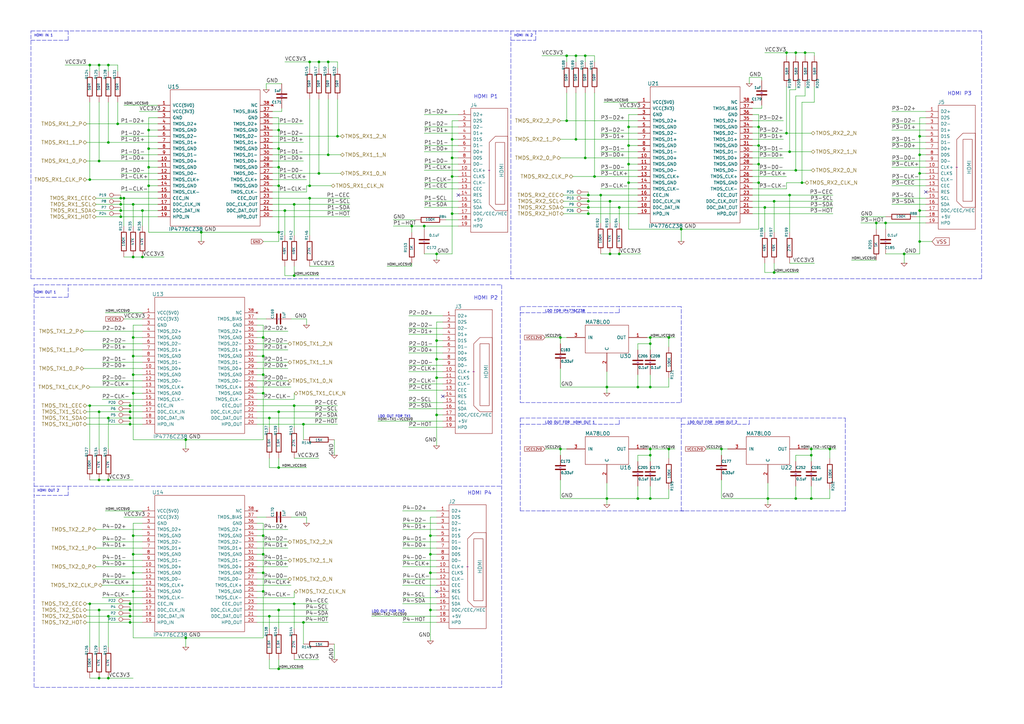
<source format=kicad_sch>
(kicad_sch (version 20250114) (generator "eeschema") (generator_version "9.0")
  (paper "A3")
  (title_block (title "Numato Opsis - HDMI") (date "11 jan 2016") (rev "Rev2") (company "Numato Lab") (comment 1 "http://opsis.hdmi2usb.tv/") (comment 2 "Designed in collaboration between Numato Lab and TimVideos.us") (comment 3 "License: CC-BY-SA 4.0 International") (comment 4 "$Id: 285a24a7dcb11f06d73628e7343655a528b19da5 $"))
  (lib_symbols
    (symbol "CONN_1_1" (pin_numbers (hide yes)) (pin_names (offset 0.762) (hide yes))
      (property "Reference" "P" (at 2.032 0 0))
      (symbol "CONN_1_1_1_1"
        (pin passive line (at -3.81 0 0) (length 2.54) (name "1") (number "1"))
      )
    )
    (symbol "CONN_1_10" (pin_numbers (hide yes)) (pin_names (offset 0.762) (hide yes))
      (property "Reference" "P" (at 2.032 0 0))
      (symbol "CONN_1_10_1_1"
        (pin passive line (at -3.81 0 0) (length 2.54) (name "1") (number "1"))
      )
    )
    (symbol "CONN_1_11" (pin_numbers (hide yes)) (pin_names (offset 0.762) (hide yes))
      (property "Reference" "P" (at 2.032 0 0))
      (symbol "CONN_1_11_1_1"
        (pin passive line (at -3.81 0 0) (length 2.54) (name "1") (number "1"))
      )
    )
    (symbol "CONN_1_12" (pin_numbers (hide yes)) (pin_names (offset 0.762) (hide yes))
      (property "Reference" "P" (at 2.032 0 0))
      (symbol "CONN_1_12_1_1"
        (pin passive line (at -3.81 0 0) (length 2.54) (name "1") (number "1"))
      )
    )
    (symbol "CONN_1_13" (pin_numbers (hide yes)) (pin_names (offset 0.762) (hide yes))
      (property "Reference" "P" (at 2.032 0 0))
      (symbol "CONN_1_13_1_1"
        (pin passive line (at -3.81 0 0) (length 2.54) (name "1") (number "1"))
      )
    )
    (symbol "CONN_1_14" (pin_numbers (hide yes)) (pin_names (offset 0.762) (hide yes))
      (property "Reference" "P" (at 2.032 0 0))
      (symbol "CONN_1_14_1_1"
        (pin passive line (at -3.81 0 0) (length 2.54) (name "1") (number "1"))
      )
    )
    (symbol "CONN_1_15" (pin_numbers (hide yes)) (pin_names (offset 0.762) (hide yes))
      (property "Reference" "P" (at 2.032 0 0))
      (symbol "CONN_1_15_1_1"
        (pin passive line (at -3.81 0 0) (length 2.54) (name "1") (number "1"))
      )
    )
    (symbol "CONN_1_16" (pin_numbers (hide yes)) (pin_names (offset 0.762) (hide yes))
      (property "Reference" "P" (at 2.032 0 0))
      (symbol "CONN_1_16_1_1"
        (pin passive line (at -3.81 0 0) (length 2.54) (name "1") (number "1"))
      )
    )
    (symbol "CONN_1_17" (pin_numbers (hide yes)) (pin_names (offset 0.762) (hide yes))
      (property "Reference" "P" (at 2.032 0 0))
      (symbol "CONN_1_17_1_1"
        (pin passive line (at -3.81 0 0) (length 2.54) (name "1") (number "1"))
      )
    )
    (symbol "CONN_1_18" (pin_numbers (hide yes)) (pin_names (offset 0.762) (hide yes))
      (property "Reference" "P" (at 2.032 0 0))
      (symbol "CONN_1_18_1_1"
        (pin passive line (at -3.81 0 0) (length 2.54) (name "1") (number "1"))
      )
    )
    (symbol "CONN_1_19" (pin_numbers (hide yes)) (pin_names (offset 0.762) (hide yes))
      (property "Reference" "P" (at 2.032 0 0))
      (symbol "CONN_1_19_1_1"
        (pin passive line (at -3.81 0 0) (length 2.54) (name "1") (number "1"))
      )
    )
    (symbol "CONN_1_2" (pin_numbers (hide yes)) (pin_names (offset 0.762) (hide yes))
      (property "Reference" "P" (at 2.032 0 0))
      (symbol "CONN_1_2_1_1"
        (pin passive line (at -3.81 0 0) (length 2.54) (name "1") (number "1"))
      )
    )
    (symbol "CONN_1_20" (pin_numbers (hide yes)) (pin_names (offset 0.762) (hide yes))
      (property "Reference" "P" (at 2.032 0 0))
      (symbol "CONN_1_20_1_1"
        (pin passive line (at -3.81 0 0) (length 2.54) (name "1") (number "1"))
      )
    )
    (symbol "CONN_1_21" (pin_numbers (hide yes)) (pin_names (offset 0.762) (hide yes))
      (property "Reference" "P" (at 2.032 0 0))
      (symbol "CONN_1_21_1_1"
        (pin passive line (at -3.81 0 0) (length 2.54) (name "1") (number "1"))
      )
    )
    (symbol "CONN_1_22" (pin_numbers (hide yes)) (pin_names (offset 0.762) (hide yes))
      (property "Reference" "P" (at 2.032 0 0))
      (symbol "CONN_1_22_1_1"
        (pin passive line (at -3.81 0 0) (length 2.54) (name "1") (number "1"))
      )
    )
    (symbol "CONN_1_23" (pin_numbers (hide yes)) (pin_names (offset 0.762) (hide yes))
      (property "Reference" "P" (at 2.032 0 0))
      (symbol "CONN_1_23_1_1"
        (pin passive line (at -3.81 0 0) (length 2.54) (name "1") (number "1"))
      )
    )
    (symbol "CONN_1_24" (pin_numbers (hide yes)) (pin_names (offset 0.762) (hide yes))
      (property "Reference" "P" (at 2.032 0 0))
      (symbol "CONN_1_24_1_1"
        (pin passive line (at -3.81 0 0) (length 2.54) (name "1") (number "1"))
      )
    )
    (symbol "CONN_1_25" (pin_numbers (hide yes)) (pin_names (offset 0.762) (hide yes))
      (property "Reference" "P" (at 2.032 0 0))
      (symbol "CONN_1_25_1_1"
        (pin passive line (at -3.81 0 0) (length 2.54) (name "1") (number "1"))
      )
    )
    (symbol "CONN_1_26" (pin_numbers (hide yes)) (pin_names (offset 0.762) (hide yes))
      (property "Reference" "P" (at 2.032 0 0))
      (symbol "CONN_1_26_1_1"
        (pin passive line (at -3.81 0 0) (length 2.54) (name "1") (number "1"))
      )
    )
    (symbol "CONN_1_27" (pin_numbers (hide yes)) (pin_names (offset 0.762) (hide yes))
      (property "Reference" "P" (at 2.032 0 0))
      (symbol "CONN_1_27_1_1"
        (pin passive line (at -3.81 0 0) (length 2.54) (name "1") (number "1"))
      )
    )
    (symbol "CONN_1_28" (pin_numbers (hide yes)) (pin_names (offset 0.762) (hide yes))
      (property "Reference" "P" (at 2.032 0 0))
      (symbol "CONN_1_28_1_1"
        (pin passive line (at -3.81 0 0) (length 2.54) (name "1") (number "1"))
      )
    )
    (symbol "CONN_1_29" (pin_numbers (hide yes)) (pin_names (offset 0.762) (hide yes))
      (property "Reference" "P" (at 2.032 0 0))
      (symbol "CONN_1_29_1_1"
        (pin passive line (at -3.81 0 0) (length 2.54) (name "1") (number "1"))
      )
    )
    (symbol "CONN_1_3" (pin_numbers (hide yes)) (pin_names (offset 0.762) (hide yes))
      (property "Reference" "P" (at 2.032 0 0))
      (symbol "CONN_1_3_1_1"
        (pin passive line (at -3.81 0 0) (length 2.54) (name "1") (number "1"))
      )
    )
    (symbol "CONN_1_30" (pin_numbers (hide yes)) (pin_names (offset 0.762) (hide yes))
      (property "Reference" "P" (at 2.032 0 0))
      (symbol "CONN_1_30_1_1"
        (pin passive line (at -3.81 0 0) (length 2.54) (name "1") (number "1"))
      )
    )
    (symbol "CONN_1_31" (pin_numbers (hide yes)) (pin_names (offset 0.762) (hide yes))
      (property "Reference" "P" (at 2.032 0 0))
      (symbol "CONN_1_31_1_1"
        (pin passive line (at -3.81 0 0) (length 2.54) (name "1") (number "1"))
      )
    )
    (symbol "CONN_1_32" (pin_numbers (hide yes)) (pin_names (offset 0.762) (hide yes))
      (property "Reference" "P" (at 2.032 0 0))
      (symbol "CONN_1_32_1_1"
        (pin passive line (at -3.81 0 0) (length 2.54) (name "1") (number "1"))
      )
    )
    (symbol "CONN_1_4" (pin_numbers (hide yes)) (pin_names (offset 0.762) (hide yes))
      (property "Reference" "P" (at 2.032 0 0))
      (symbol "CONN_1_4_1_1"
        (pin passive line (at -3.81 0 0) (length 2.54) (name "1") (number "1"))
      )
    )
    (symbol "CONN_1_5" (pin_numbers (hide yes)) (pin_names (offset 0.762) (hide yes))
      (property "Reference" "P" (at 2.032 0 0))
      (symbol "CONN_1_5_1_1"
        (pin passive line (at -3.81 0 0) (length 2.54) (name "1") (number "1"))
      )
    )
    (symbol "CONN_1_6" (pin_numbers (hide yes)) (pin_names (offset 0.762) (hide yes))
      (property "Reference" "P" (at 2.032 0 0))
      (symbol "CONN_1_6_1_1"
        (pin passive line (at -3.81 0 0) (length 2.54) (name "1") (number "1"))
      )
    )
    (symbol "CONN_1_7" (pin_numbers (hide yes)) (pin_names (offset 0.762) (hide yes))
      (property "Reference" "P" (at 2.032 0 0))
      (symbol "CONN_1_7_1_1"
        (pin passive line (at -3.81 0 0) (length 2.54) (name "1") (number "1"))
      )
    )
    (symbol "CONN_1_8" (pin_numbers (hide yes)) (pin_names (offset 0.762) (hide yes))
      (property "Reference" "P" (at 2.032 0 0))
      (symbol "CONN_1_8_1_1"
        (pin passive line (at -3.81 0 0) (length 2.54) (name "1") (number "1"))
      )
    )
    (symbol "CONN_1_9" (pin_numbers (hide yes)) (pin_names (offset 0.762) (hide yes))
      (property "Reference" "P" (at 2.032 0 0))
      (symbol "CONN_1_9_1_1"
        (pin passive line (at -3.81 0 0) (length 2.54) (name "1") (number "1"))
      )
    )
    (symbol "C_1" (pin_numbers (hide yes)) (pin_names (offset 0.254))
      (property "Reference" "C" (at 0 2.54 0))
      (property "Value" "C" (at 0.1524 -2.159 0))
      (symbol "C_1_1_1"
        (pin passive line (at 0 5.08 270) (length 4.318) (name "~") (number "1"))
        (pin passive line (at 0 -5.08 90) (length 4.318) (name "~") (number "2"))
      )
    )
    (symbol "C_10" (pin_numbers (hide yes)) (pin_names (offset 0.254))
      (property "Reference" "C" (at 0 2.54 0))
      (property "Value" "C" (at 0.1524 -2.159 0))
      (symbol "C_10_1_1"
        (pin passive line (at 0 5.08 270) (length 4.318) (name "~") (number "1"))
        (pin passive line (at 0 -5.08 90) (length 4.318) (name "~") (number "2"))
      )
    )
    (symbol "C_11" (pin_numbers (hide yes)) (pin_names (offset 0.254))
      (property "Reference" "C" (at 0 2.54 0))
      (property "Value" "C" (at 0.1524 -2.159 0))
      (symbol "C_11_1_1"
        (pin passive line (at 0 5.08 270) (length 4.318) (name "~") (number "1"))
        (pin passive line (at 0 -5.08 90) (length 4.318) (name "~") (number "2"))
      )
    )
    (symbol "C_12" (pin_numbers (hide yes)) (pin_names (offset 0.254))
      (property "Reference" "C" (at 0 2.54 0))
      (property "Value" "C" (at 0.1524 -2.159 0))
      (symbol "C_12_1_1"
        (pin passive line (at 0 5.08 270) (length 4.318) (name "~") (number "1"))
        (pin passive line (at 0 -5.08 90) (length 4.318) (name "~") (number "2"))
      )
    )
    (symbol "C_13" (pin_numbers (hide yes)) (pin_names (offset 0.254))
      (property "Reference" "C" (at 0 2.54 0))
      (property "Value" "C" (at 0.1524 -2.159 0))
      (symbol "C_13_1_1"
        (pin passive line (at 0 5.08 270) (length 4.318) (name "~") (number "1"))
        (pin passive line (at 0 -5.08 90) (length 4.318) (name "~") (number "2"))
      )
    )
    (symbol "C_14" (pin_numbers (hide yes)) (pin_names (offset 0.254))
      (property "Reference" "C" (at 0 2.54 0))
      (property "Value" "C" (at 0.1524 -2.159 0))
      (symbol "C_14_1_1"
        (pin passive line (at 0 5.08 270) (length 4.318) (name "~") (number "1"))
        (pin passive line (at 0 -5.08 90) (length 4.318) (name "~") (number "2"))
      )
    )
    (symbol "C_15" (pin_numbers (hide yes)) (pin_names (offset 0.254))
      (property "Reference" "C" (at 0 2.54 0))
      (property "Value" "C" (at 0.1524 -2.159 0))
      (symbol "C_15_1_1"
        (pin passive line (at 0 5.08 270) (length 4.318) (name "~") (number "1"))
        (pin passive line (at 0 -5.08 90) (length 4.318) (name "~") (number "2"))
      )
    )
    (symbol "C_16" (pin_numbers (hide yes)) (pin_names (offset 0.254))
      (property "Reference" "C" (at 0 2.54 0))
      (property "Value" "C" (at 0.1524 -2.159 0))
      (symbol "C_16_1_1"
        (pin passive line (at 0 5.08 270) (length 4.318) (name "~") (number "1"))
        (pin passive line (at 0 -5.08 90) (length 4.318) (name "~") (number "2"))
      )
    )
    (symbol "C_17" (pin_numbers (hide yes)) (pin_names (offset 0.254))
      (property "Reference" "C" (at 0 2.54 0))
      (property "Value" "C" (at 0.1524 -2.159 0))
      (symbol "C_17_1_1"
        (pin passive line (at 0 5.08 270) (length 4.318) (name "~") (number "1"))
        (pin passive line (at 0 -5.08 90) (length 4.318) (name "~") (number "2"))
      )
    )
    (symbol "C_18" (pin_numbers (hide yes)) (pin_names (offset 0.254))
      (property "Reference" "C" (at 0 2.54 0))
      (property "Value" "C" (at 0.1524 -2.159 0))
      (symbol "C_18_1_1"
        (pin passive line (at 0 5.08 270) (length 4.318) (name "~") (number "1"))
        (pin passive line (at 0 -5.08 90) (length 4.318) (name "~") (number "2"))
      )
    )
    (symbol "C_19" (pin_numbers (hide yes)) (pin_names (offset 0.254))
      (property "Reference" "C" (at 0 2.54 0))
      (property "Value" "C" (at 0.1524 -2.159 0))
      (symbol "C_19_1_1"
        (pin passive line (at 0 5.08 270) (length 4.318) (name "~") (number "1"))
        (pin passive line (at 0 -5.08 90) (length 4.318) (name "~") (number "2"))
      )
    )
    (symbol "C_2" (pin_numbers (hide yes)) (pin_names (offset 0.254))
      (property "Reference" "C" (at 0 2.54 0))
      (property "Value" "C" (at 0.1524 -2.159 0))
      (symbol "C_2_1_1"
        (pin passive line (at 0 5.08 270) (length 4.318) (name "~") (number "1"))
        (pin passive line (at 0 -5.08 90) (length 4.318) (name "~") (number "2"))
      )
    )
    (symbol "C_20" (pin_numbers (hide yes)) (pin_names (offset 0.254))
      (property "Reference" "C" (at 0 2.54 0))
      (property "Value" "C" (at 0.1524 -2.159 0))
      (symbol "C_20_1_1"
        (pin passive line (at 0 5.08 270) (length 4.318) (name "~") (number "1"))
        (pin passive line (at 0 -5.08 90) (length 4.318) (name "~") (number "2"))
      )
    )
    (symbol "C_21" (pin_numbers (hide yes)) (pin_names (offset 0.254))
      (property "Reference" "C" (at 0 2.54 0))
      (property "Value" "C" (at 0.1524 -2.159 0))
      (symbol "C_21_1_1"
        (pin passive line (at 0 5.08 270) (length 4.318) (name "~") (number "1"))
        (pin passive line (at 0 -5.08 90) (length 4.318) (name "~") (number "2"))
      )
    )
    (symbol "C_22" (pin_numbers (hide yes)) (pin_names (offset 0.254))
      (property "Reference" "C" (at 0 2.54 0))
      (property "Value" "C" (at 0.1524 -2.159 0))
      (symbol "C_22_1_1"
        (pin passive line (at 0 5.08 270) (length 4.318) (name "~") (number "1"))
        (pin passive line (at 0 -5.08 90) (length 4.318) (name "~") (number "2"))
      )
    )
    (symbol "C_23" (pin_numbers (hide yes)) (pin_names (offset 0.254))
      (property "Reference" "C" (at 0 2.54 0))
      (property "Value" "C" (at 0.1524 -2.159 0))
      (symbol "C_23_1_1"
        (pin passive line (at 0 5.08 270) (length 4.318) (name "~") (number "1"))
        (pin passive line (at 0 -5.08 90) (length 4.318) (name "~") (number "2"))
      )
    )
    (symbol "C_24" (pin_numbers (hide yes)) (pin_names (offset 0.254))
      (property "Reference" "C" (at 0 2.54 0))
      (property "Value" "C" (at 0.1524 -2.159 0))
      (symbol "C_24_1_1"
        (pin passive line (at 0 5.08 270) (length 4.318) (name "~") (number "1"))
        (pin passive line (at 0 -5.08 90) (length 4.318) (name "~") (number "2"))
      )
    )
    (symbol "C_25" (pin_numbers (hide yes)) (pin_names (offset 0.254))
      (property "Reference" "C" (at 0 2.54 0))
      (property "Value" "C" (at 0.1524 -2.159 0))
      (symbol "C_25_1_1"
        (pin passive line (at 0 5.08 270) (length 4.318) (name "~") (number "1"))
        (pin passive line (at 0 -5.08 90) (length 4.318) (name "~") (number "2"))
      )
    )
    (symbol "C_26" (pin_numbers (hide yes)) (pin_names (offset 0.254))
      (property "Reference" "C" (at 0 2.54 0))
      (property "Value" "C" (at 0.1524 -2.159 0))
      (symbol "C_26_1_1"
        (pin passive line (at 0 5.08 270) (length 4.318) (name "~") (number "1"))
        (pin passive line (at 0 -5.08 90) (length 4.318) (name "~") (number "2"))
      )
    )
    (symbol "C_27" (pin_numbers (hide yes)) (pin_names (offset 0.254))
      (property "Reference" "C" (at 0 2.54 0))
      (property "Value" "C" (at 0.1524 -2.159 0))
      (symbol "C_27_1_1"
        (pin passive line (at 0 5.08 270) (length 4.318) (name "~") (number "1"))
        (pin passive line (at 0 -5.08 90) (length 4.318) (name "~") (number "2"))
      )
    )
    (symbol "C_28" (pin_numbers (hide yes)) (pin_names (offset 0.254))
      (property "Reference" "C" (at 0 2.54 0))
      (property "Value" "C" (at 0.1524 -2.159 0))
      (symbol "C_28_1_1"
        (pin passive line (at 0 5.08 270) (length 4.318) (name "~") (number "1"))
        (pin passive line (at 0 -5.08 90) (length 4.318) (name "~") (number "2"))
      )
    )
    (symbol "C_29" (pin_numbers (hide yes)) (pin_names (offset 0.254))
      (property "Reference" "C" (at 0 2.54 0))
      (property "Value" "C" (at 0.1524 -2.159 0))
      (symbol "C_29_1_1"
        (pin passive line (at 0 5.08 270) (length 4.318) (name "~") (number "1"))
        (pin passive line (at 0 -5.08 90) (length 4.318) (name "~") (number "2"))
      )
    )
    (symbol "C_3" (pin_numbers (hide yes)) (pin_names (offset 0.254))
      (property "Reference" "C" (at 0 2.54 0))
      (property "Value" "C" (at 0.1524 -2.159 0))
      (symbol "C_3_1_1"
        (pin passive line (at 0 5.08 270) (length 4.318) (name "~") (number "1"))
        (pin passive line (at 0 -5.08 90) (length 4.318) (name "~") (number "2"))
      )
    )
    (symbol "C_30" (pin_numbers (hide yes)) (pin_names (offset 0.254))
      (property "Reference" "C" (at 0 2.54 0))
      (property "Value" "C" (at 0.1524 -2.159 0))
      (symbol "C_30_1_1"
        (pin passive line (at 0 5.08 270) (length 4.318) (name "~") (number "1"))
        (pin passive line (at 0 -5.08 90) (length 4.318) (name "~") (number "2"))
      )
    )
    (symbol "C_4" (pin_numbers (hide yes)) (pin_names (offset 0.254))
      (property "Reference" "C" (at 0 2.54 0))
      (property "Value" "C" (at 0.1524 -2.159 0))
      (symbol "C_4_1_1"
        (pin passive line (at 0 5.08 270) (length 4.318) (name "~") (number "1"))
        (pin passive line (at 0 -5.08 90) (length 4.318) (name "~") (number "2"))
      )
    )
    (symbol "C_5" (pin_numbers (hide yes)) (pin_names (offset 0.254))
      (property "Reference" "C" (at 0 2.54 0))
      (property "Value" "C" (at 0.1524 -2.159 0))
      (symbol "C_5_1_1"
        (pin passive line (at 0 5.08 270) (length 4.318) (name "~") (number "1"))
        (pin passive line (at 0 -5.08 90) (length 4.318) (name "~") (number "2"))
      )
    )
    (symbol "C_6" (pin_numbers (hide yes)) (pin_names (offset 0.254))
      (property "Reference" "C" (at 0 2.54 0))
      (property "Value" "C" (at 0.1524 -2.159 0))
      (symbol "C_6_1_1"
        (pin passive line (at 0 5.08 270) (length 4.318) (name "~") (number "1"))
        (pin passive line (at 0 -5.08 90) (length 4.318) (name "~") (number "2"))
      )
    )
    (symbol "C_7" (pin_numbers (hide yes)) (pin_names (offset 0.254))
      (property "Reference" "C" (at 0 2.54 0))
      (property "Value" "C" (at 0.1524 -2.159 0))
      (symbol "C_7_1_1"
        (pin passive line (at 0 5.08 270) (length 4.318) (name "~") (number "1"))
        (pin passive line (at 0 -5.08 90) (length 4.318) (name "~") (number "2"))
      )
    )
    (symbol "C_8" (pin_numbers (hide yes)) (pin_names (offset 0.254))
      (property "Reference" "C" (at 0 2.54 0))
      (property "Value" "C" (at 0.1524 -2.159 0))
      (symbol "C_8_1_1"
        (pin passive line (at 0 5.08 270) (length 4.318) (name "~") (number "1"))
        (pin passive line (at 0 -5.08 90) (length 4.318) (name "~") (number "2"))
      )
    )
    (symbol "C_9" (pin_numbers (hide yes)) (pin_names (offset 0.254))
      (property "Reference" "C" (at 0 2.54 0))
      (property "Value" "C" (at 0.1524 -2.159 0))
      (symbol "C_9_1_1"
        (pin passive line (at 0 5.08 270) (length 4.318) (name "~") (number "1"))
        (pin passive line (at 0 -5.08 90) (length 4.318) (name "~") (number "2"))
      )
    )
    (symbol "GND_1" (power) (pin_names (offset 0))
      (symbol "GND_1_1_1"
        (pin power_in line (at 0 0 90) (length 0) (hide yes) (name "GND") (number "1"))
      )
    )
    (symbol "GND_10" (power) (pin_names (offset 0))
      (symbol "GND_10_1_1"
        (pin power_in line (at 0 0 90) (length 0) (hide yes) (name "GND") (number "1"))
      )
    )
    (symbol "GND_11" (power) (pin_names (offset 0))
      (symbol "GND_11_1_1"
        (pin power_in line (at 0 0 90) (length 0) (hide yes) (name "GND") (number "1"))
      )
    )
    (symbol "GND_12" (power) (pin_names (offset 0))
      (symbol "GND_12_1_1"
        (pin power_in line (at 0 0 90) (length 0) (hide yes) (name "GND") (number "1"))
      )
    )
    (symbol "GND_13" (power) (pin_names (offset 0))
      (symbol "GND_13_1_1"
        (pin power_in line (at 0 0 90) (length 0) (hide yes) (name "GND") (number "1"))
      )
    )
    (symbol "GND_14" (power) (pin_names (offset 0))
      (symbol "GND_14_1_1"
        (pin power_in line (at 0 0 90) (length 0) (hide yes) (name "GND") (number "1"))
      )
    )
    (symbol "GND_15" (power) (pin_names (offset 0))
      (symbol "GND_15_1_1"
        (pin power_in line (at 0 0 90) (length 0) (hide yes) (name "GND") (number "1"))
      )
    )
    (symbol "GND_16" (power) (pin_names (offset 0))
      (symbol "GND_16_1_1"
        (pin power_in line (at 0 0 90) (length 0) (hide yes) (name "GND") (number "1"))
      )
    )
    (symbol "GND_17" (power) (pin_names (offset 0))
      (symbol "GND_17_1_1"
        (pin power_in line (at 0 0 90) (length 0) (hide yes) (name "GND") (number "1"))
      )
    )
    (symbol "GND_18" (power) (pin_names (offset 0))
      (symbol "GND_18_1_1"
        (pin power_in line (at 0 0 90) (length 0) (hide yes) (name "GND") (number "1"))
      )
    )
    (symbol "GND_19" (power) (pin_names (offset 0))
      (symbol "GND_19_1_1"
        (pin power_in line (at 0 0 90) (length 0) (hide yes) (name "GND") (number "1"))
      )
    )
    (symbol "GND_2" (power) (pin_names (offset 0))
      (symbol "GND_2_1_1"
        (pin power_in line (at 0 0 90) (length 0) (hide yes) (name "GND") (number "1"))
      )
    )
    (symbol "GND_20" (power) (pin_names (offset 0))
      (symbol "GND_20_1_1"
        (pin power_in line (at 0 0 90) (length 0) (hide yes) (name "GND") (number "1"))
      )
    )
    (symbol "GND_21" (power) (pin_names (offset 0))
      (symbol "GND_21_1_1"
        (pin power_in line (at 0 0 90) (length 0) (hide yes) (name "GND") (number "1"))
      )
    )
    (symbol "GND_22" (power) (pin_names (offset 0))
      (symbol "GND_22_1_1"
        (pin power_in line (at 0 0 90) (length 0) (hide yes) (name "GND") (number "1"))
      )
    )
    (symbol "GND_23" (power) (pin_names (offset 0))
      (symbol "GND_23_1_1"
        (pin power_in line (at 0 0 90) (length 0) (hide yes) (name "GND") (number "1"))
      )
    )
    (symbol "GND_24" (power) (pin_names (offset 0))
      (symbol "GND_24_1_1"
        (pin power_in line (at 0 0 90) (length 0) (hide yes) (name "GND") (number "1"))
      )
    )
    (symbol "GND_25" (power) (pin_names (offset 0))
      (symbol "GND_25_1_1"
        (pin power_in line (at 0 0 90) (length 0) (hide yes) (name "GND") (number "1"))
      )
    )
    (symbol "GND_26" (power) (pin_names (offset 0))
      (symbol "GND_26_1_1"
        (pin power_in line (at 0 0 90) (length 0) (hide yes) (name "GND") (number "1"))
      )
    )
    (symbol "GND_27" (power) (pin_names (offset 0))
      (symbol "GND_27_1_1"
        (pin power_in line (at 0 0 90) (length 0) (hide yes) (name "GND") (number "1"))
      )
    )
    (symbol "GND_28" (power) (pin_names (offset 0))
      (symbol "GND_28_1_1"
        (pin power_in line (at 0 0 90) (length 0) (hide yes) (name "GND") (number "1"))
      )
    )
    (symbol "GND_29" (power) (pin_names (offset 0))
      (symbol "GND_29_1_1"
        (pin power_in line (at 0 0 90) (length 0) (hide yes) (name "GND") (number "1"))
      )
    )
    (symbol "GND_3" (power) (pin_names (offset 0))
      (symbol "GND_3_1_1"
        (pin power_in line (at 0 0 90) (length 0) (hide yes) (name "GND") (number "1"))
      )
    )
    (symbol "GND_30" (power) (pin_names (offset 0))
      (symbol "GND_30_1_1"
        (pin power_in line (at 0 0 90) (length 0) (hide yes) (name "GND") (number "1"))
      )
    )
    (symbol "GND_31" (power) (pin_names (offset 0))
      (symbol "GND_31_1_1"
        (pin power_in line (at 0 0 90) (length 0) (hide yes) (name "GND") (number "1"))
      )
    )
    (symbol "GND_32" (power) (pin_names (offset 0))
      (symbol "GND_32_1_1"
        (pin power_in line (at 0 0 90) (length 0) (hide yes) (name "GND") (number "1"))
      )
    )
    (symbol "GND_33" (power) (pin_names (offset 0))
      (symbol "GND_33_1_1"
        (pin power_in line (at 0 0 90) (length 0) (hide yes) (name "GND") (number "1"))
      )
    )
    (symbol "GND_34" (power) (pin_names (offset 0))
      (symbol "GND_34_1_1"
        (pin power_in line (at 0 0 90) (length 0) (hide yes) (name "GND") (number "1"))
      )
    )
    (symbol "GND_4" (power) (pin_names (offset 0))
      (symbol "GND_4_1_1"
        (pin power_in line (at 0 0 90) (length 0) (hide yes) (name "GND") (number "1"))
      )
    )
    (symbol "GND_5" (power) (pin_names (offset 0))
      (symbol "GND_5_1_1"
        (pin power_in line (at 0 0 90) (length 0) (hide yes) (name "GND") (number "1"))
      )
    )
    (symbol "GND_6" (power) (pin_names (offset 0))
      (symbol "GND_6_1_1"
        (pin power_in line (at 0 0 90) (length 0) (hide yes) (name "GND") (number "1"))
      )
    )
    (symbol "GND_7" (power) (pin_names (offset 0))
      (symbol "GND_7_1_1"
        (pin power_in line (at 0 0 90) (length 0) (hide yes) (name "GND") (number "1"))
      )
    )
    (symbol "GND_8" (power) (pin_names (offset 0))
      (symbol "GND_8_1_1"
        (pin power_in line (at 0 0 90) (length 0) (hide yes) (name "GND") (number "1"))
      )
    )
    (symbol "GND_9" (power) (pin_names (offset 0))
      (symbol "GND_9_1_1"
        (pin power_in line (at 0 0 90) (length 0) (hide yes) (name "GND") (number "1"))
      )
    )
    (symbol "R_1" (pin_numbers (hide yes)) (pin_names (offset 0))
      (property "Reference" "R" (at 2.032 0 90))
      (property "Value" "R" (at 0.1778 0.0254 90))
      (symbol "R_1_1_1"
        (pin passive line (at 0 6.35 270) (length 2.54) (name "~") (number "1"))
        (pin passive line (at 0 -6.35 90) (length 2.54) (name "~") (number "2"))
      )
    )
    (symbol "R_10" (pin_numbers (hide yes)) (pin_names (offset 0))
      (property "Reference" "R" (at 2.032 0 90))
      (property "Value" "R" (at 0.1778 0.0254 90))
      (symbol "R_10_1_1"
        (pin passive line (at 0 6.35 270) (length 2.54) (name "~") (number "1"))
        (pin passive line (at 0 -6.35 90) (length 2.54) (name "~") (number "2"))
      )
    )
    (symbol "R_11" (pin_numbers (hide yes)) (pin_names (offset 0))
      (property "Reference" "R" (at 2.032 0 90))
      (property "Value" "R" (at 0.1778 0.0254 90))
      (symbol "R_11_1_1"
        (pin passive line (at 0 6.35 270) (length 2.54) (name "~") (number "1"))
        (pin passive line (at 0 -6.35 90) (length 2.54) (name "~") (number "2"))
      )
    )
    (symbol "R_12" (pin_numbers (hide yes)) (pin_names (offset 0))
      (property "Reference" "R" (at 2.032 0 90))
      (property "Value" "R" (at 0.1778 0.0254 90))
      (symbol "R_12_1_1"
        (pin passive line (at 0 6.35 270) (length 2.54) (name "~") (number "1"))
        (pin passive line (at 0 -6.35 90) (length 2.54) (name "~") (number "2"))
      )
    )
    (symbol "R_13" (pin_numbers (hide yes)) (pin_names (offset 0))
      (property "Reference" "R" (at 2.032 0 90))
      (property "Value" "R" (at 0.1778 0.0254 90))
      (symbol "R_13_1_1"
        (pin passive line (at 0 6.35 270) (length 2.54) (name "~") (number "1"))
        (pin passive line (at 0 -6.35 90) (length 2.54) (name "~") (number "2"))
      )
    )
    (symbol "R_14" (pin_numbers (hide yes)) (pin_names (offset 0))
      (property "Reference" "R" (at 2.032 0 90))
      (property "Value" "R" (at 0.1778 0.0254 90))
      (symbol "R_14_1_1"
        (pin passive line (at 0 6.35 270) (length 2.54) (name "~") (number "1"))
        (pin passive line (at 0 -6.35 90) (length 2.54) (name "~") (number "2"))
      )
    )
    (symbol "R_15" (pin_numbers (hide yes)) (pin_names (offset 0))
      (property "Reference" "R" (at 2.032 0 90))
      (property "Value" "R" (at 0.1778 0.0254 90))
      (symbol "R_15_1_1"
        (pin passive line (at 0 6.35 270) (length 2.54) (name "~") (number "1"))
        (pin passive line (at 0 -6.35 90) (length 2.54) (name "~") (number "2"))
      )
    )
    (symbol "R_16" (pin_numbers (hide yes)) (pin_names (offset 0))
      (property "Reference" "R" (at 2.032 0 90))
      (property "Value" "R" (at 0.1778 0.0254 90))
      (symbol "R_16_1_1"
        (pin passive line (at 0 6.35 270) (length 2.54) (name "~") (number "1"))
        (pin passive line (at 0 -6.35 90) (length 2.54) (name "~") (number "2"))
      )
    )
    (symbol "R_17" (pin_numbers (hide yes)) (pin_names (offset 0))
      (property "Reference" "R" (at 2.032 0 90))
      (property "Value" "R" (at 0.1778 0.0254 90))
      (symbol "R_17_1_1"
        (pin passive line (at 0 6.35 270) (length 2.54) (name "~") (number "1"))
        (pin passive line (at 0 -6.35 90) (length 2.54) (name "~") (number "2"))
      )
    )
    (symbol "R_18" (pin_numbers (hide yes)) (pin_names (offset 0))
      (property "Reference" "R" (at 2.032 0 90))
      (property "Value" "R" (at 0.1778 0.0254 90))
      (symbol "R_18_1_1"
        (pin passive line (at 0 6.35 270) (length 2.54) (name "~") (number "1"))
        (pin passive line (at 0 -6.35 90) (length 2.54) (name "~") (number "2"))
      )
    )
    (symbol "R_19" (pin_numbers (hide yes)) (pin_names (offset 0))
      (property "Reference" "R" (at 2.032 0 90))
      (property "Value" "R" (at 0.1778 0.0254 90))
      (symbol "R_19_1_1"
        (pin passive line (at 0 6.35 270) (length 2.54) (name "~") (number "1"))
        (pin passive line (at 0 -6.35 90) (length 2.54) (name "~") (number "2"))
      )
    )
    (symbol "R_2" (pin_numbers (hide yes)) (pin_names (offset 0))
      (property "Reference" "R" (at 2.032 0 90))
      (property "Value" "R" (at 0.1778 0.0254 90))
      (symbol "R_2_1_1"
        (pin passive line (at 0 6.35 270) (length 2.54) (name "~") (number "1"))
        (pin passive line (at 0 -6.35 90) (length 2.54) (name "~") (number "2"))
      )
    )
    (symbol "R_20" (pin_numbers (hide yes)) (pin_names (offset 0))
      (property "Reference" "R" (at 2.032 0 90))
      (property "Value" "R" (at 0.1778 0.0254 90))
      (symbol "R_20_1_1"
        (pin passive line (at 0 6.35 270) (length 2.54) (name "~") (number "1"))
        (pin passive line (at 0 -6.35 90) (length 2.54) (name "~") (number "2"))
      )
    )
    (symbol "R_21" (pin_numbers (hide yes)) (pin_names (offset 0))
      (property "Reference" "R" (at 2.032 0 90))
      (property "Value" "R" (at 0.1778 0.0254 90))
      (symbol "R_21_1_1"
        (pin passive line (at 0 6.35 270) (length 2.54) (name "~") (number "1"))
        (pin passive line (at 0 -6.35 90) (length 2.54) (name "~") (number "2"))
      )
    )
    (symbol "R_22" (pin_numbers (hide yes)) (pin_names (offset 0))
      (property "Reference" "R" (at 2.032 0 90))
      (property "Value" "R" (at 0.1778 0.0254 90))
      (symbol "R_22_1_1"
        (pin passive line (at 0 6.35 270) (length 2.54) (name "~") (number "1"))
        (pin passive line (at 0 -6.35 90) (length 2.54) (name "~") (number "2"))
      )
    )
    (symbol "R_23" (pin_numbers (hide yes)) (pin_names (offset 0))
      (property "Reference" "R" (at 2.032 0 90))
      (property "Value" "R" (at 0.1778 0.0254 90))
      (symbol "R_23_1_1"
        (pin passive line (at 0 6.35 270) (length 2.54) (name "~") (number "1"))
        (pin passive line (at 0 -6.35 90) (length 2.54) (name "~") (number "2"))
      )
    )
    (symbol "R_24" (pin_numbers (hide yes)) (pin_names (offset 0))
      (property "Reference" "R" (at 2.032 0 90))
      (property "Value" "R" (at 0.1778 0.0254 90))
      (symbol "R_24_1_1"
        (pin passive line (at 0 6.35 270) (length 2.54) (name "~") (number "1"))
        (pin passive line (at 0 -6.35 90) (length 2.54) (name "~") (number "2"))
      )
    )
    (symbol "R_25" (pin_numbers (hide yes)) (pin_names (offset 0))
      (property "Reference" "R" (at 2.032 0 90))
      (property "Value" "R" (at 0.1778 0.0254 90))
      (symbol "R_25_1_1"
        (pin passive line (at 0 6.35 270) (length 2.54) (name "~") (number "1"))
        (pin passive line (at 0 -6.35 90) (length 2.54) (name "~") (number "2"))
      )
    )
    (symbol "R_26" (pin_numbers (hide yes)) (pin_names (offset 0))
      (property "Reference" "R" (at 2.032 0 90))
      (property "Value" "R" (at 0.1778 0.0254 90))
      (symbol "R_26_1_1"
        (pin passive line (at 0 6.35 270) (length 2.54) (name "~") (number "1"))
        (pin passive line (at 0 -6.35 90) (length 2.54) (name "~") (number "2"))
      )
    )
    (symbol "R_27" (pin_numbers (hide yes)) (pin_names (offset 0))
      (property "Reference" "R" (at 2.032 0 90))
      (property "Value" "R" (at 0.1778 0.0254 90))
      (symbol "R_27_1_1"
        (pin passive line (at 0 6.35 270) (length 2.54) (name "~") (number "1"))
        (pin passive line (at 0 -6.35 90) (length 2.54) (name "~") (number "2"))
      )
    )
    (symbol "R_28" (pin_numbers (hide yes)) (pin_names (offset 0))
      (property "Reference" "R" (at 2.032 0 90))
      (property "Value" "R" (at 0.1778 0.0254 90))
      (symbol "R_28_1_1"
        (pin passive line (at 0 6.35 270) (length 2.54) (name "~") (number "1"))
        (pin passive line (at 0 -6.35 90) (length 2.54) (name "~") (number "2"))
      )
    )
    (symbol "R_29" (pin_numbers (hide yes)) (pin_names (offset 0))
      (property "Reference" "R" (at 2.032 0 90))
      (property "Value" "R" (at 0.1778 0.0254 90))
      (symbol "R_29_1_1"
        (pin passive line (at 0 6.35 270) (length 2.54) (name "~") (number "1"))
        (pin passive line (at 0 -6.35 90) (length 2.54) (name "~") (number "2"))
      )
    )
    (symbol "R_3" (pin_numbers (hide yes)) (pin_names (offset 0))
      (property "Reference" "R" (at 2.032 0 90))
      (property "Value" "R" (at 0.1778 0.0254 90))
      (symbol "R_3_1_1"
        (pin passive line (at 0 6.35 270) (length 2.54) (name "~") (number "1"))
        (pin passive line (at 0 -6.35 90) (length 2.54) (name "~") (number "2"))
      )
    )
    (symbol "R_30" (pin_numbers (hide yes)) (pin_names (offset 0))
      (property "Reference" "R" (at 2.032 0 90))
      (property "Value" "R" (at 0.1778 0.0254 90))
      (symbol "R_30_1_1"
        (pin passive line (at 0 6.35 270) (length 2.54) (name "~") (number "1"))
        (pin passive line (at 0 -6.35 90) (length 2.54) (name "~") (number "2"))
      )
    )
    (symbol "R_31" (pin_numbers (hide yes)) (pin_names (offset 0))
      (property "Reference" "R" (at 2.032 0 90))
      (property "Value" "R" (at 0.1778 0.0254 90))
      (symbol "R_31_1_1"
        (pin passive line (at 0 6.35 270) (length 2.54) (name "~") (number "1"))
        (pin passive line (at 0 -6.35 90) (length 2.54) (name "~") (number "2"))
      )
    )
    (symbol "R_32" (pin_numbers (hide yes)) (pin_names (offset 0))
      (property "Reference" "R" (at 2.032 0 90))
      (property "Value" "R" (at 0.1778 0.0254 90))
      (symbol "R_32_1_1"
        (pin passive line (at 0 6.35 270) (length 2.54) (name "~") (number "1"))
        (pin passive line (at 0 -6.35 90) (length 2.54) (name "~") (number "2"))
      )
    )
    (symbol "R_33" (pin_numbers (hide yes)) (pin_names (offset 0))
      (property "Reference" "R" (at 2.032 0 90))
      (property "Value" "R" (at 0.1778 0.0254 90))
      (symbol "R_33_1_1"
        (pin passive line (at 0 6.35 270) (length 2.54) (name "~") (number "1"))
        (pin passive line (at 0 -6.35 90) (length 2.54) (name "~") (number "2"))
      )
    )
    (symbol "R_34" (pin_numbers (hide yes)) (pin_names (offset 0))
      (property "Reference" "R" (at 2.032 0 90))
      (property "Value" "R" (at 0.1778 0.0254 90))
      (symbol "R_34_1_1"
        (pin passive line (at 0 6.35 270) (length 2.54) (name "~") (number "1"))
        (pin passive line (at 0 -6.35 90) (length 2.54) (name "~") (number "2"))
      )
    )
    (symbol "R_35" (pin_numbers (hide yes)) (pin_names (offset 0))
      (property "Reference" "R" (at 2.032 0 90))
      (property "Value" "R" (at 0.1778 0.0254 90))
      (symbol "R_35_1_1"
        (pin passive line (at 0 6.35 270) (length 2.54) (name "~") (number "1"))
        (pin passive line (at 0 -6.35 90) (length 2.54) (name "~") (number "2"))
      )
    )
    (symbol "R_36" (pin_numbers (hide yes)) (pin_names (offset 0))
      (property "Reference" "R" (at 2.032 0 90))
      (property "Value" "R" (at 0.1778 0.0254 90))
      (symbol "R_36_1_1"
        (pin passive line (at 0 6.35 270) (length 2.54) (name "~") (number "1"))
        (pin passive line (at 0 -6.35 90) (length 2.54) (name "~") (number "2"))
      )
    )
    (symbol "R_37" (pin_numbers (hide yes)) (pin_names (offset 0))
      (property "Reference" "R" (at 2.032 0 90))
      (property "Value" "R" (at 0.1778 0.0254 90))
      (symbol "R_37_1_1"
        (pin passive line (at 0 6.35 270) (length 2.54) (name "~") (number "1"))
        (pin passive line (at 0 -6.35 90) (length 2.54) (name "~") (number "2"))
      )
    )
    (symbol "R_38" (pin_numbers (hide yes)) (pin_names (offset 0))
      (property "Reference" "R" (at 2.032 0 90))
      (property "Value" "R" (at 0.1778 0.0254 90))
      (symbol "R_38_1_1"
        (pin passive line (at 0 6.35 270) (length 2.54) (name "~") (number "1"))
        (pin passive line (at 0 -6.35 90) (length 2.54) (name "~") (number "2"))
      )
    )
    (symbol "R_39" (pin_numbers (hide yes)) (pin_names (offset 0))
      (property "Reference" "R" (at 2.032 0 90))
      (property "Value" "R" (at 0.1778 0.0254 90))
      (symbol "R_39_1_1"
        (pin passive line (at 0 6.35 270) (length 2.54) (name "~") (number "1"))
        (pin passive line (at 0 -6.35 90) (length 2.54) (name "~") (number "2"))
      )
    )
    (symbol "R_4" (pin_numbers (hide yes)) (pin_names (offset 0))
      (property "Reference" "R" (at 2.032 0 90))
      (property "Value" "R" (at 0.1778 0.0254 90))
      (symbol "R_4_1_1"
        (pin passive line (at 0 6.35 270) (length 2.54) (name "~") (number "1"))
        (pin passive line (at 0 -6.35 90) (length 2.54) (name "~") (number "2"))
      )
    )
    (symbol "R_40" (pin_numbers (hide yes)) (pin_names (offset 0))
      (property "Reference" "R" (at 2.032 0 90))
      (property "Value" "R" (at 0.1778 0.0254 90))
      (symbol "R_40_1_1"
        (pin passive line (at 0 6.35 270) (length 2.54) (name "~") (number "1"))
        (pin passive line (at 0 -6.35 90) (length 2.54) (name "~") (number "2"))
      )
    )
    (symbol "R_41" (pin_numbers (hide yes)) (pin_names (offset 0))
      (property "Reference" "R" (at 2.032 0 90))
      (property "Value" "R" (at 0.1778 0.0254 90))
      (symbol "R_41_1_1"
        (pin passive line (at 0 6.35 270) (length 2.54) (name "~") (number "1"))
        (pin passive line (at 0 -6.35 90) (length 2.54) (name "~") (number "2"))
      )
    )
    (symbol "R_42" (pin_numbers (hide yes)) (pin_names (offset 0))
      (property "Reference" "R" (at 2.032 0 90))
      (property "Value" "R" (at 0.1778 0.0254 90))
      (symbol "R_42_1_1"
        (pin passive line (at 0 6.35 270) (length 2.54) (name "~") (number "1"))
        (pin passive line (at 0 -6.35 90) (length 2.54) (name "~") (number "2"))
      )
    )
    (symbol "R_43" (pin_numbers (hide yes)) (pin_names (offset 0))
      (property "Reference" "R" (at 2.032 0 90))
      (property "Value" "R" (at 0.1778 0.0254 90))
      (symbol "R_43_1_1"
        (pin passive line (at 0 6.35 270) (length 2.54) (name "~") (number "1"))
        (pin passive line (at 0 -6.35 90) (length 2.54) (name "~") (number "2"))
      )
    )
    (symbol "R_44" (pin_numbers (hide yes)) (pin_names (offset 0))
      (property "Reference" "R" (at 2.032 0 90))
      (property "Value" "R" (at 0.1778 0.0254 90))
      (symbol "R_44_1_1"
        (pin passive line (at 0 6.35 270) (length 2.54) (name "~") (number "1"))
        (pin passive line (at 0 -6.35 90) (length 2.54) (name "~") (number "2"))
      )
    )
    (symbol "R_45" (pin_numbers (hide yes)) (pin_names (offset 0))
      (property "Reference" "R" (at 2.032 0 90))
      (property "Value" "R" (at 0.1778 0.0254 90))
      (symbol "R_45_1_1"
        (pin passive line (at 0 6.35 270) (length 2.54) (name "~") (number "1"))
        (pin passive line (at 0 -6.35 90) (length 2.54) (name "~") (number "2"))
      )
    )
    (symbol "R_46" (pin_numbers (hide yes)) (pin_names (offset 0))
      (property "Reference" "R" (at 2.032 0 90))
      (property "Value" "R" (at 0.1778 0.0254 90))
      (symbol "R_46_1_1"
        (pin passive line (at 0 6.35 270) (length 2.54) (name "~") (number "1"))
        (pin passive line (at 0 -6.35 90) (length 2.54) (name "~") (number "2"))
      )
    )
    (symbol "R_47" (pin_numbers (hide yes)) (pin_names (offset 0))
      (property "Reference" "R" (at 2.032 0 90))
      (property "Value" "R" (at 0.1778 0.0254 90))
      (symbol "R_47_1_1"
        (pin passive line (at 0 6.35 270) (length 2.54) (name "~") (number "1"))
        (pin passive line (at 0 -6.35 90) (length 2.54) (name "~") (number "2"))
      )
    )
    (symbol "R_48" (pin_numbers (hide yes)) (pin_names (offset 0))
      (property "Reference" "R" (at 2.032 0 90))
      (property "Value" "R" (at 0.1778 0.0254 90))
      (symbol "R_48_1_1"
        (pin passive line (at 0 6.35 270) (length 2.54) (name "~") (number "1"))
        (pin passive line (at 0 -6.35 90) (length 2.54) (name "~") (number "2"))
      )
    )
    (symbol "R_49" (pin_numbers (hide yes)) (pin_names (offset 0))
      (property "Reference" "R" (at 2.032 0 90))
      (property "Value" "R" (at 0.1778 0.0254 90))
      (symbol "R_49_1_1"
        (pin passive line (at 0 6.35 270) (length 2.54) (name "~") (number "1"))
        (pin passive line (at 0 -6.35 90) (length 2.54) (name "~") (number "2"))
      )
    )
    (symbol "R_5" (pin_numbers (hide yes)) (pin_names (offset 0))
      (property "Reference" "R" (at 2.032 0 90))
      (property "Value" "R" (at 0.1778 0.0254 90))
      (symbol "R_5_1_1"
        (pin passive line (at 0 6.35 270) (length 2.54) (name "~") (number "1"))
        (pin passive line (at 0 -6.35 90) (length 2.54) (name "~") (number "2"))
      )
    )
    (symbol "R_50" (pin_numbers (hide yes)) (pin_names (offset 0))
      (property "Reference" "R" (at 2.032 0 90))
      (property "Value" "R" (at 0.1778 0.0254 90))
      (symbol "R_50_1_1"
        (pin passive line (at 0 6.35 270) (length 2.54) (name "~") (number "1"))
        (pin passive line (at 0 -6.35 90) (length 2.54) (name "~") (number "2"))
      )
    )
    (symbol "R_51" (pin_numbers (hide yes)) (pin_names (offset 0))
      (property "Reference" "R" (at 2.032 0 90))
      (property "Value" "R" (at 0.1778 0.0254 90))
      (symbol "R_51_1_1"
        (pin passive line (at 0 6.35 270) (length 2.54) (name "~") (number "1"))
        (pin passive line (at 0 -6.35 90) (length 2.54) (name "~") (number "2"))
      )
    )
    (symbol "R_52" (pin_numbers (hide yes)) (pin_names (offset 0))
      (property "Reference" "R" (at 2.032 0 90))
      (property "Value" "R" (at 0.1778 0.0254 90))
      (symbol "R_52_1_1"
        (pin passive line (at 0 6.35 270) (length 2.54) (name "~") (number "1"))
        (pin passive line (at 0 -6.35 90) (length 2.54) (name "~") (number "2"))
      )
    )
    (symbol "R_53" (pin_numbers (hide yes)) (pin_names (offset 0))
      (property "Reference" "R" (at 2.032 0 90))
      (property "Value" "R" (at 0.1778 0.0254 90))
      (symbol "R_53_1_1"
        (pin passive line (at 0 6.35 270) (length 2.54) (name "~") (number "1"))
        (pin passive line (at 0 -6.35 90) (length 2.54) (name "~") (number "2"))
      )
    )
    (symbol "R_54" (pin_numbers (hide yes)) (pin_names (offset 0))
      (property "Reference" "R" (at 2.032 0 90))
      (property "Value" "R" (at 0.1778 0.0254 90))
      (symbol "R_54_1_1"
        (pin passive line (at 0 6.35 270) (length 2.54) (name "~") (number "1"))
        (pin passive line (at 0 -6.35 90) (length 2.54) (name "~") (number "2"))
      )
    )
    (symbol "R_55" (pin_numbers (hide yes)) (pin_names (offset 0))
      (property "Reference" "R" (at 2.032 0 90))
      (property "Value" "R" (at 0.1778 0.0254 90))
      (symbol "R_55_1_1"
        (pin passive line (at 0 6.35 270) (length 2.54) (name "~") (number "1"))
        (pin passive line (at 0 -6.35 90) (length 2.54) (name "~") (number "2"))
      )
    )
    (symbol "R_56" (pin_numbers (hide yes)) (pin_names (offset 0))
      (property "Reference" "R" (at 2.032 0 90))
      (property "Value" "R" (at 0.1778 0.0254 90))
      (symbol "R_56_1_1"
        (pin passive line (at 0 6.35 270) (length 2.54) (name "~") (number "1"))
        (pin passive line (at 0 -6.35 90) (length 2.54) (name "~") (number "2"))
      )
    )
    (symbol "R_57" (pin_numbers (hide yes)) (pin_names (offset 0))
      (property "Reference" "R" (at 2.032 0 90))
      (property "Value" "R" (at 0.1778 0.0254 90))
      (symbol "R_57_1_1"
        (pin passive line (at 0 6.35 270) (length 2.54) (name "~") (number "1"))
        (pin passive line (at 0 -6.35 90) (length 2.54) (name "~") (number "2"))
      )
    )
    (symbol "R_58" (pin_numbers (hide yes)) (pin_names (offset 0))
      (property "Reference" "R" (at 2.032 0 90))
      (property "Value" "R" (at 0.1778 0.0254 90))
      (symbol "R_58_1_1"
        (pin passive line (at 0 6.35 270) (length 2.54) (name "~") (number "1"))
        (pin passive line (at 0 -6.35 90) (length 2.54) (name "~") (number "2"))
      )
    )
    (symbol "R_59" (pin_numbers (hide yes)) (pin_names (offset 0))
      (property "Reference" "R" (at 2.032 0 90))
      (property "Value" "R" (at 0.1778 0.0254 90))
      (symbol "R_59_1_1"
        (pin passive line (at 0 6.35 270) (length 2.54) (name "~") (number "1"))
        (pin passive line (at 0 -6.35 90) (length 2.54) (name "~") (number "2"))
      )
    )
    (symbol "R_6" (pin_numbers (hide yes)) (pin_names (offset 0))
      (property "Reference" "R" (at 2.032 0 90))
      (property "Value" "R" (at 0.1778 0.0254 90))
      (symbol "R_6_1_1"
        (pin passive line (at 0 6.35 270) (length 2.54) (name "~") (number "1"))
        (pin passive line (at 0 -6.35 90) (length 2.54) (name "~") (number "2"))
      )
    )
    (symbol "R_60" (pin_numbers (hide yes)) (pin_names (offset 0))
      (property "Reference" "R" (at 2.032 0 90))
      (property "Value" "R" (at 0.1778 0.0254 90))
      (symbol "R_60_1_1"
        (pin passive line (at 0 6.35 270) (length 2.54) (name "~") (number "1"))
        (pin passive line (at 0 -6.35 90) (length 2.54) (name "~") (number "2"))
      )
    )
    (symbol "R_61" (pin_numbers (hide yes)) (pin_names (offset 0))
      (property "Reference" "R" (at 2.032 0 90))
      (property "Value" "R" (at 0.1778 0.0254 90))
      (symbol "R_61_1_1"
        (pin passive line (at 0 6.35 270) (length 2.54) (name "~") (number "1"))
        (pin passive line (at 0 -6.35 90) (length 2.54) (name "~") (number "2"))
      )
    )
    (symbol "R_62" (pin_numbers (hide yes)) (pin_names (offset 0))
      (property "Reference" "R" (at 2.032 0 90))
      (property "Value" "R" (at 0.1778 0.0254 90))
      (symbol "R_62_1_1"
        (pin passive line (at 0 6.35 270) (length 2.54) (name "~") (number "1"))
        (pin passive line (at 0 -6.35 90) (length 2.54) (name "~") (number "2"))
      )
    )
    (symbol "R_63" (pin_numbers (hide yes)) (pin_names (offset 0))
      (property "Reference" "R" (at 2.032 0 90))
      (property "Value" "R" (at 0.1778 0.0254 90))
      (symbol "R_63_1_1"
        (pin passive line (at 0 6.35 270) (length 2.54) (name "~") (number "1"))
        (pin passive line (at 0 -6.35 90) (length 2.54) (name "~") (number "2"))
      )
    )
    (symbol "R_64" (pin_numbers (hide yes)) (pin_names (offset 0))
      (property "Reference" "R" (at 2.032 0 90))
      (property "Value" "R" (at 0.1778 0.0254 90))
      (symbol "R_64_1_1"
        (pin passive line (at 0 6.35 270) (length 2.54) (name "~") (number "1"))
        (pin passive line (at 0 -6.35 90) (length 2.54) (name "~") (number "2"))
      )
    )
    (symbol "R_65" (pin_numbers (hide yes)) (pin_names (offset 0))
      (property "Reference" "R" (at 2.032 0 90))
      (property "Value" "R" (at 0.1778 0.0254 90))
      (symbol "R_65_1_1"
        (pin passive line (at 0 6.35 270) (length 2.54) (name "~") (number "1"))
        (pin passive line (at 0 -6.35 90) (length 2.54) (name "~") (number "2"))
      )
    )
    (symbol "R_66" (pin_numbers (hide yes)) (pin_names (offset 0))
      (property "Reference" "R" (at 2.032 0 90))
      (property "Value" "R" (at 0.1778 0.0254 90))
      (symbol "R_66_1_1"
        (pin passive line (at 0 6.35 270) (length 2.54) (name "~") (number "1"))
        (pin passive line (at 0 -6.35 90) (length 2.54) (name "~") (number "2"))
      )
    )
    (symbol "R_67" (pin_numbers (hide yes)) (pin_names (offset 0))
      (property "Reference" "R" (at 2.032 0 90))
      (property "Value" "R" (at 0.1778 0.0254 90))
      (symbol "R_67_1_1"
        (pin passive line (at 0 6.35 270) (length 2.54) (name "~") (number "1"))
        (pin passive line (at 0 -6.35 90) (length 2.54) (name "~") (number "2"))
      )
    )
    (symbol "R_68" (pin_numbers (hide yes)) (pin_names (offset 0))
      (property "Reference" "R" (at 2.032 0 90))
      (property "Value" "R" (at 0.1778 0.0254 90))
      (symbol "R_68_1_1"
        (pin passive line (at 0 6.35 270) (length 2.54) (name "~") (number "1"))
        (pin passive line (at 0 -6.35 90) (length 2.54) (name "~") (number "2"))
      )
    )
    (symbol "R_69" (pin_numbers (hide yes)) (pin_names (offset 0))
      (property "Reference" "R" (at 2.032 0 90))
      (property "Value" "R" (at 0.1778 0.0254 90))
      (symbol "R_69_1_1"
        (pin passive line (at 0 6.35 270) (length 2.54) (name "~") (number "1"))
        (pin passive line (at 0 -6.35 90) (length 2.54) (name "~") (number "2"))
      )
    )
    (symbol "R_7" (pin_numbers (hide yes)) (pin_names (offset 0))
      (property "Reference" "R" (at 2.032 0 90))
      (property "Value" "R" (at 0.1778 0.0254 90))
      (symbol "R_7_1_1"
        (pin passive line (at 0 6.35 270) (length 2.54) (name "~") (number "1"))
        (pin passive line (at 0 -6.35 90) (length 2.54) (name "~") (number "2"))
      )
    )
    (symbol "R_70" (pin_numbers (hide yes)) (pin_names (offset 0))
      (property "Reference" "R" (at 2.032 0 90))
      (property "Value" "R" (at 0.1778 0.0254 90))
      (symbol "R_70_1_1"
        (pin passive line (at 0 6.35 270) (length 2.54) (name "~") (number "1"))
        (pin passive line (at 0 -6.35 90) (length 2.54) (name "~") (number "2"))
      )
    )
    (symbol "R_71" (pin_numbers (hide yes)) (pin_names (offset 0))
      (property "Reference" "R" (at 2.032 0 90))
      (property "Value" "R" (at 0.1778 0.0254 90))
      (symbol "R_71_1_1"
        (pin passive line (at 0 6.35 270) (length 2.54) (name "~") (number "1"))
        (pin passive line (at 0 -6.35 90) (length 2.54) (name "~") (number "2"))
      )
    )
    (symbol "R_72" (pin_numbers (hide yes)) (pin_names (offset 0))
      (property "Reference" "R" (at 2.032 0 90))
      (property "Value" "R" (at 0.1778 0.0254 90))
      (symbol "R_72_1_1"
        (pin passive line (at 0 6.35 270) (length 2.54) (name "~") (number "1"))
        (pin passive line (at 0 -6.35 90) (length 2.54) (name "~") (number "2"))
      )
    )
    (symbol "R_73" (pin_numbers (hide yes)) (pin_names (offset 0))
      (property "Reference" "R" (at 2.032 0 90))
      (property "Value" "R" (at 0.1778 0.0254 90))
      (symbol "R_73_1_1"
        (pin passive line (at 0 6.35 270) (length 2.54) (name "~") (number "1"))
        (pin passive line (at 0 -6.35 90) (length 2.54) (name "~") (number "2"))
      )
    )
    (symbol "R_74" (pin_numbers (hide yes)) (pin_names (offset 0))
      (property "Reference" "R" (at 2.032 0 90))
      (property "Value" "R" (at 0.1778 0.0254 90))
      (symbol "R_74_1_1"
        (pin passive line (at 0 6.35 270) (length 2.54) (name "~") (number "1"))
        (pin passive line (at 0 -6.35 90) (length 2.54) (name "~") (number "2"))
      )
    )
    (symbol "R_75" (pin_numbers (hide yes)) (pin_names (offset 0))
      (property "Reference" "R" (at 2.032 0 90))
      (property "Value" "R" (at 0.1778 0.0254 90))
      (symbol "R_75_1_1"
        (pin passive line (at 0 6.35 270) (length 2.54) (name "~") (number "1"))
        (pin passive line (at 0 -6.35 90) (length 2.54) (name "~") (number "2"))
      )
    )
    (symbol "R_76" (pin_numbers (hide yes)) (pin_names (offset 0))
      (property "Reference" "R" (at 2.032 0 90))
      (property "Value" "R" (at 0.1778 0.0254 90))
      (symbol "R_76_1_1"
        (pin passive line (at 0 6.35 270) (length 2.54) (name "~") (number "1"))
        (pin passive line (at 0 -6.35 90) (length 2.54) (name "~") (number "2"))
      )
    )
    (symbol "R_77" (pin_numbers (hide yes)) (pin_names (offset 0))
      (property "Reference" "R" (at 2.032 0 90))
      (property "Value" "R" (at 0.1778 0.0254 90))
      (symbol "R_77_1_1"
        (pin passive line (at 0 6.35 270) (length 2.54) (name "~") (number "1"))
        (pin passive line (at 0 -6.35 90) (length 2.54) (name "~") (number "2"))
      )
    )
    (symbol "R_78" (pin_numbers (hide yes)) (pin_names (offset 0))
      (property "Reference" "R" (at 2.032 0 90))
      (property "Value" "R" (at 0.1778 0.0254 90))
      (symbol "R_78_1_1"
        (pin passive line (at 0 6.35 270) (length 2.54) (name "~") (number "1"))
        (pin passive line (at 0 -6.35 90) (length 2.54) (name "~") (number "2"))
      )
    )
    (symbol "R_79" (pin_numbers (hide yes)) (pin_names (offset 0))
      (property "Reference" "R" (at 2.032 0 90))
      (property "Value" "R" (at 0.1778 0.0254 90))
      (symbol "R_79_1_1"
        (pin passive line (at 0 6.35 270) (length 2.54) (name "~") (number "1"))
        (pin passive line (at 0 -6.35 90) (length 2.54) (name "~") (number "2"))
      )
    )
    (symbol "R_8" (pin_numbers (hide yes)) (pin_names (offset 0))
      (property "Reference" "R" (at 2.032 0 90))
      (property "Value" "R" (at 0.1778 0.0254 90))
      (symbol "R_8_1_1"
        (pin passive line (at 0 6.35 270) (length 2.54) (name "~") (number "1"))
        (pin passive line (at 0 -6.35 90) (length 2.54) (name "~") (number "2"))
      )
    )
    (symbol "R_80" (pin_numbers (hide yes)) (pin_names (offset 0))
      (property "Reference" "R" (at 2.032 0 90))
      (property "Value" "R" (at 0.1778 0.0254 90))
      (symbol "R_80_1_1"
        (pin passive line (at 0 6.35 270) (length 2.54) (name "~") (number "1"))
        (pin passive line (at 0 -6.35 90) (length 2.54) (name "~") (number "2"))
      )
    )
    (symbol "R_81" (pin_numbers (hide yes)) (pin_names (offset 0))
      (property "Reference" "R" (at 2.032 0 90))
      (property "Value" "R" (at 0.1778 0.0254 90))
      (symbol "R_81_1_1"
        (pin passive line (at 0 6.35 270) (length 2.54) (name "~") (number "1"))
        (pin passive line (at 0 -6.35 90) (length 2.54) (name "~") (number "2"))
      )
    )
    (symbol "R_82" (pin_numbers (hide yes)) (pin_names (offset 0))
      (property "Reference" "R" (at 2.032 0 90))
      (property "Value" "R" (at 0.1778 0.0254 90))
      (symbol "R_82_1_1"
        (pin passive line (at 0 6.35 270) (length 2.54) (name "~") (number "1"))
        (pin passive line (at 0 -6.35 90) (length 2.54) (name "~") (number "2"))
      )
    )
    (symbol "R_83" (pin_numbers (hide yes)) (pin_names (offset 0))
      (property "Reference" "R" (at 2.032 0 90))
      (property "Value" "R" (at 0.1778 0.0254 90))
      (symbol "R_83_1_1"
        (pin passive line (at 0 6.35 270) (length 2.54) (name "~") (number "1"))
        (pin passive line (at 0 -6.35 90) (length 2.54) (name "~") (number "2"))
      )
    )
    (symbol "R_84" (pin_numbers (hide yes)) (pin_names (offset 0))
      (property "Reference" "R" (at 2.032 0 90))
      (property "Value" "R" (at 0.1778 0.0254 90))
      (symbol "R_84_1_1"
        (pin passive line (at 0 6.35 270) (length 2.54) (name "~") (number "1"))
        (pin passive line (at 0 -6.35 90) (length 2.54) (name "~") (number "2"))
      )
    )
    (symbol "R_85" (pin_numbers (hide yes)) (pin_names (offset 0))
      (property "Reference" "R" (at 2.032 0 90))
      (property "Value" "R" (at 0.1778 0.0254 90))
      (symbol "R_85_1_1"
        (pin passive line (at 0 6.35 270) (length 2.54) (name "~") (number "1"))
        (pin passive line (at 0 -6.35 90) (length 2.54) (name "~") (number "2"))
      )
    )
    (symbol "R_86" (pin_numbers (hide yes)) (pin_names (offset 0))
      (property "Reference" "R" (at 2.032 0 90))
      (property "Value" "R" (at 0.1778 0.0254 90))
      (symbol "R_86_1_1"
        (pin passive line (at 0 6.35 270) (length 2.54) (name "~") (number "1"))
        (pin passive line (at 0 -6.35 90) (length 2.54) (name "~") (number "2"))
      )
    )
    (symbol "R_87" (pin_numbers (hide yes)) (pin_names (offset 0))
      (property "Reference" "R" (at 2.032 0 90))
      (property "Value" "R" (at 0.1778 0.0254 90))
      (symbol "R_87_1_1"
        (pin passive line (at 0 6.35 270) (length 2.54) (name "~") (number "1"))
        (pin passive line (at 0 -6.35 90) (length 2.54) (name "~") (number "2"))
      )
    )
    (symbol "R_88" (pin_numbers (hide yes)) (pin_names (offset 0))
      (property "Reference" "R" (at 2.032 0 90))
      (property "Value" "R" (at 0.1778 0.0254 90))
      (symbol "R_88_1_1"
        (pin passive line (at 0 6.35 270) (length 2.54) (name "~") (number "1"))
        (pin passive line (at 0 -6.35 90) (length 2.54) (name "~") (number "2"))
      )
    )
    (symbol "R_89" (pin_numbers (hide yes)) (pin_names (offset 0))
      (property "Reference" "R" (at 2.032 0 90))
      (property "Value" "R" (at 0.1778 0.0254 90))
      (symbol "R_89_1_1"
        (pin passive line (at 0 6.35 270) (length 2.54) (name "~") (number "1"))
        (pin passive line (at 0 -6.35 90) (length 2.54) (name "~") (number "2"))
      )
    )
    (symbol "R_9" (pin_numbers (hide yes)) (pin_names (offset 0))
      (property "Reference" "R" (at 2.032 0 90))
      (property "Value" "R" (at 0.1778 0.0254 90))
      (symbol "R_9_1_1"
        (pin passive line (at 0 6.35 270) (length 2.54) (name "~") (number "1"))
        (pin passive line (at 0 -6.35 90) (length 2.54) (name "~") (number "2"))
      )
    )
    (symbol "R_90" (pin_numbers (hide yes)) (pin_names (offset 0))
      (property "Reference" "R" (at 2.032 0 90))
      (property "Value" "R" (at 0.1778 0.0254 90))
      (symbol "R_90_1_1"
        (pin passive line (at 0 6.35 270) (length 2.54) (name "~") (number "1"))
        (pin passive line (at 0 -6.35 90) (length 2.54) (name "~") (number "2"))
      )
    )
    (symbol "R_91" (pin_numbers (hide yes)) (pin_names (offset 0))
      (property "Reference" "R" (at 2.032 0 90))
      (property "Value" "R" (at 0.1778 0.0254 90))
      (symbol "R_91_1_1"
        (pin passive line (at 0 6.35 270) (length 2.54) (name "~") (number "1"))
        (pin passive line (at 0 -6.35 90) (length 2.54) (name "~") (number "2"))
      )
    )
    (symbol "R_92" (pin_numbers (hide yes)) (pin_names (offset 0))
      (property "Reference" "R" (at 2.032 0 90))
      (property "Value" "R" (at 0.1778 0.0254 90))
      (symbol "R_92_1_1"
        (pin passive line (at 0 6.35 270) (length 2.54) (name "~") (number "1"))
        (pin passive line (at 0 -6.35 90) (length 2.54) (name "~") (number "2"))
      )
    )
    (symbol "R_93" (pin_numbers (hide yes)) (pin_names (offset 0))
      (property "Reference" "R" (at 2.032 0 90))
      (property "Value" "R" (at 0.1778 0.0254 90))
      (symbol "R_93_1_1"
        (pin passive line (at 0 6.35 270) (length 2.54) (name "~") (number "1"))
        (pin passive line (at 0 -6.35 90) (length 2.54) (name "~") (number "2"))
      )
    )
    (symbol "R_94" (pin_numbers (hide yes)) (pin_names (offset 0))
      (property "Reference" "R" (at 2.032 0 90))
      (property "Value" "R" (at 0.1778 0.0254 90))
      (symbol "R_94_1_1"
        (pin passive line (at 0 6.35 270) (length 2.54) (name "~") (number "1"))
        (pin passive line (at 0 -6.35 90) (length 2.54) (name "~") (number "2"))
      )
    )
    (symbol "R_95" (pin_numbers (hide yes)) (pin_names (offset 0))
      (property "Reference" "R" (at 2.032 0 90))
      (property "Value" "R" (at 0.1778 0.0254 90))
      (symbol "R_95_1_1"
        (pin passive line (at 0 6.35 270) (length 2.54) (name "~") (number "1"))
        (pin passive line (at 0 -6.35 90) (length 2.54) (name "~") (number "2"))
      )
    )
    (symbol "R_96" (pin_numbers (hide yes)) (pin_names (offset 0))
      (property "Reference" "R" (at 2.032 0 90))
      (property "Value" "R" (at 0.1778 0.0254 90))
      (symbol "R_96_1_1"
        (pin passive line (at 0 6.35 270) (length 2.54) (name "~") (number "1"))
        (pin passive line (at 0 -6.35 90) (length 2.54) (name "~") (number "2"))
      )
    )
    (symbol "R_97" (pin_numbers (hide yes)) (pin_names (offset 0))
      (property "Reference" "R" (at 2.032 0 90))
      (property "Value" "R" (at 0.1778 0.0254 90))
      (symbol "R_97_1_1"
        (pin passive line (at 0 6.35 270) (length 2.54) (name "~") (number "1"))
        (pin passive line (at 0 -6.35 90) (length 2.54) (name "~") (number "2"))
      )
    )
    (symbol "R_98" (pin_numbers (hide yes)) (pin_names (offset 0))
      (property "Reference" "R" (at 2.032 0 90))
      (property "Value" "R" (at 0.1778 0.0254 90))
      (symbol "R_98_1_1"
        (pin passive line (at 0 6.35 270) (length 2.54) (name "~") (number "1"))
        (pin passive line (at 0 -6.35 90) (length 2.54) (name "~") (number "2"))
      )
    )
    (symbol "hdmi2usb:HDMI" (pin_names (offset 1.016))
      (property "Reference" "J" (at -7.62 26.67 0))
      (property "Value" "HDMI" (at 3.81 0 90))
      (symbol "HDMI_1_1"
        (pin bidirectional line (at -13.97 22.86 0) (length 5.0038) (name "D2+") (number "1"))
        (pin power_in line (at -13.97 20.32 0) (length 5.0038) (name "D2S") (number "2"))
        (pin bidirectional line (at -13.97 17.78 0) (length 5.0038) (name "D2-") (number "3"))
        (pin bidirectional line (at -13.97 15.24 0) (length 5.0038) (name "D1+") (number "4"))
        (pin power_in line (at -13.97 12.7 0) (length 5.0038) (name "D1S") (number "5"))
        (pin bidirectional line (at -13.97 10.16 0) (length 5.0038) (name "D1-") (number "6"))
        (pin bidirectional line (at -13.97 7.62 0) (length 5.0038) (name "D0+") (number "7"))
        (pin power_in line (at -13.97 5.08 0) (length 5.0038) (name "D0S") (number "8"))
        (pin bidirectional line (at -13.97 2.54 0) (length 5.0038) (name "D0-") (number "9"))
        (pin bidirectional line (at -13.97 0 0) (length 5.0038) (name "CLK+") (number "10"))
        (pin bidirectional line (at -13.97 -2.54 0) (length 5.0038) (name "CLKS") (number "11"))
        (pin bidirectional line (at -13.97 -5.08 0) (length 5.0038) (name "CLK-") (number "12"))
        (pin bidirectional line (at -13.97 -7.62 0) (length 5.0038) (name "CEC") (number "13"))
        (pin passive line (at -13.97 -10.16 0) (length 5.0038) (name "RES") (number "14"))
        (pin bidirectional line (at -13.97 -12.7 0) (length 5.0038) (name "SCL") (number "15"))
        (pin bidirectional line (at -13.97 -15.24 0) (length 5.0038) (name "SDA") (number "16"))
        (pin power_in line (at -13.97 -17.78 0) (length 5.0038) (name "DDC/CEC/HEC") (number "17"))
        (pin input line (at -13.97 -20.32 0) (length 5.0038) (name "+5V") (number "18"))
        (pin bidirectional line (at -13.97 -22.86 0) (length 5.0038) (name "HPD") (number "19"))
      )
    )
    (symbol "hdmi2usb:IP4776CZ38" (pin_names (offset 1.016))
      (property "Reference" "U" (at -16.51 29.21 0))
      (property "Value" "IP4776CZ38" (at -11.43 -29.21 0))
      (symbol "IP4776CZ38_1_1"
        (pin input line (at -22.86 21.59 0) (length 5.0038) (name "VCC(5V0)") (number "1"))
        (pin power_in line (at -22.86 19.05 0) (length 5.0038) (name "VCC(3V3)") (number "2"))
        (pin power_in line (at -22.86 16.51 0) (length 5.0038) (name "GND") (number "3"))
        (pin bidirectional line (at -22.86 13.97 0) (length 5.0038) (name "TMDS_D2+") (number "4"))
        (pin bidirectional line (at -22.86 11.43 0) (length 5.0038) (name "TMDS_GND") (number "5"))
        (pin bidirectional line (at -22.86 8.89 0) (length 5.0038) (name "TMDS_D2-") (number "6"))
        (pin bidirectional line (at -22.86 6.35 0) (length 5.0038) (name "TMDS_D1+") (number "7"))
        (pin bidirectional line (at -22.86 3.81 0) (length 5.0038) (name "TMDS_GND") (number "8"))
        (pin bidirectional line (at -22.86 1.27 0) (length 5.0038) (name "TMDS_D1-") (number "9"))
        (pin bidirectional line (at -22.86 -1.27 0) (length 5.0038) (name "TMDS_D0+") (number "10"))
        (pin bidirectional line (at -22.86 -3.81 0) (length 5.0038) (name "TMDS_GND") (number "11"))
        (pin bidirectional line (at -22.86 -6.35 0) (length 5.0038) (name "TMDS_D0-") (number "12"))
        (pin bidirectional line (at -22.86 -8.89 0) (length 5.0038) (name "TMDS_CLK+") (number "13"))
        (pin bidirectional line (at -22.86 -11.43 0) (length 5.0038) (name "TMDS_GND") (number "14"))
        (pin bidirectional line (at -22.86 -13.97 0) (length 5.0038) (name "TMDS_CLK-") (number "15"))
        (pin bidirectional line (at -22.86 -16.51 0) (length 5.0038) (name "CEC_IN") (number "16"))
        (pin bidirectional line (at -22.86 -19.05 0) (length 5.0038) (name "DDC_CLK_IN") (number "17"))
        (pin bidirectional line (at -22.86 -21.59 0) (length 5.0038) (name "DDC_DAT_IN") (number "18"))
        (pin bidirectional line (at -22.86 -24.13 0) (length 5.0038) (name "HPD_IN") (number "19"))
        (pin no_connect line (at 24.13 21.59 180) (length 5.0038) (name "NC") (number "38"))
        (pin bidirectional line (at 24.13 19.05 180) (length 5.0038) (name "TMDS_BIAS") (number "37"))
        (pin power_in line (at 24.13 16.51 180) (length 5.0038) (name "GND") (number "36"))
        (pin bidirectional line (at 24.13 13.97 180) (length 5.0038) (name "TMDS_D2+") (number "35"))
        (pin power_in line (at 24.13 11.43 180) (length 5.0038) (name "TMDS_GND") (number "34"))
        (pin bidirectional line (at 24.13 8.89 180) (length 5.0038) (name "TMDS_D2-") (number "33"))
        (pin bidirectional line (at 24.13 6.35 180) (length 5.0038) (name "TMDS_D1+") (number "32"))
        (pin power_in line (at 24.13 3.81 180) (length 5.0038) (name "TMDS_GND") (number "31"))
        (pin bidirectional line (at 24.13 1.27 180) (length 5.0038) (name "TMDS_D1-") (number "30"))
        (pin bidirectional line (at 24.13 -1.27 180) (length 5.0038) (name "TMDS_D0+") (number "29"))
        (pin bidirectional line (at 24.13 -3.81 180) (length 5.0038) (name "TMDS_GND") (number "28"))
        (pin bidirectional line (at 24.13 -6.35 180) (length 5.0038) (name "TMDS_D0-") (number "27"))
        (pin bidirectional line (at 24.13 -8.89 180) (length 5.0038) (name "TMDS_CLK+") (number "26"))
        (pin bidirectional line (at 24.13 -11.43 180) (length 5.0038) (name "TMDS_GND") (number "25"))
        (pin bidirectional line (at 24.13 -13.97 180) (length 5.0038) (name "TMDS_CLK-") (number "24"))
        (pin bidirectional line (at 24.13 -16.51 180) (length 5.0038) (name "CEC_OUT") (number "23"))
        (pin bidirectional line (at 24.13 -19.05 180) (length 5.0038) (name "DDC_CLK_OUT") (number "22"))
        (pin bidirectional line (at 24.13 -21.59 180) (length 5.0038) (name "DDC_DAT_OUT") (number "21"))
        (pin bidirectional line (at 24.13 -24.13 180) (length 5.0038) (name "HPD_OUT") (number "20"))
      )
    )
    (symbol "hdmi2usb:ΜA78L00" (pin_names (offset 1.016))
      (property "Reference" "U" (at 7.62 -7.62 0))
      (property "Value" "ΜA78L00" (at -3.81 6.35 0))
      (symbol "ΜA78L00_1_1"
        (pin input line (at -16.51 0 0) (length 7.62) (name "IN") (number "3"))
        (pin input line (at 0 -13.97 90) (length 7.62) (name "C") (number "2"))
        (pin input line (at 16.51 0 180) (length 7.62) (name "OUT") (number "1"))
      )
    )
  )
  (text "LDO FOR IP4776CZ38" (at 223.52 128.27 0) (effects (font (size 0.9906 0.9906)) (justify left bottom)))
  (text "HDMI IN 2" (at 210.82 15.24 0) (effects (font (size 0.9906 0.9906)) (justify left bottom)))
  (text "HDMI P4" (at 191.77 203.2 0) (effects (font (size 1.524 1.524)) (justify left bottom)))
  (text "HDMI P1" (at 194.31 40.64 0) (effects (font (size 1.524 1.524)) (justify left bottom)))
  (text "HDMI IN 1" (at 13.97 15.24 0) (effects (font (size 0.9906 0.9906)) (justify left bottom)))
  (text "LDO OUT FOR" (at 223.52 173.99 0) (effects (font (size 0.9906 0.9906)) (justify left bottom)))
  (text "HDMI P3" (at 388.62 39.37 0) (effects (font (size 1.524 1.524)) (justify left bottom)))
  (text "HDMI OUT 2" (at 15.24 201.93 0) (effects (font (size 0.9906 0.9906)) (justify left bottom)))
  (text "LDO OUT FOR" (at 281.94 173.99 0) (effects (font (size 0.9906 0.9906)) (justify left bottom)))
  (text "HDMI OUT 1" (at 13.97 120.65 0) (effects (font (size 0.9906 0.9906)) (justify left bottom)))
  (text "HDMI OUT 2" (at 293.37 173.99 0) (effects (font (size 0.9906 0.9906)) (justify left bottom)))
  (text "LDO OUT FOR TX2" (at 152.4 251.46 0) (effects (font (size 0.9906 0.9906)) (justify left bottom)))
  (text "HDMI OUT 1" (at 234.95 173.99 0) (effects (font (size 0.9906 0.9906)) (justify left bottom)))
  (text "LDO OUT FOR TX1" (at 154.94 171.45 0) (effects (font (size 0.9906 0.9906)) (justify left bottom)))
  (text "HDMI P2" (at 194.31 123.19 0) (effects (font (size 1.524 1.524)) (justify left bottom)))
  (junction (at 40.64 168.91))
  (junction (at 107.95 234.95))
  (junction (at 49.53 86.36))
  (junction (at 185.42 64.77))
  (junction (at 40.64 250.19))
  (junction (at 107.95 161.29))
  (junction (at 266.7 158.75))
  (junction (at 44.45 26.67))
  (junction (at 232.41 22.86))
  (junction (at 266.7 204.47))
  (junction (at 377.19 86.36))
  (junction (at 248.92 204.47))
  (junction (at 134.62 25.4))
  (junction (at 322.58 54.61))
  (junction (at 44.45 196.85))
  (junction (at 50.8 81.28))
  (junction (at 179.07 147.32))
  (junction (at 49.53 83.82))
  (junction (at 36.83 73.66))
  (junction (at 53.34 252.73))
  (junction (at 54.61 146.05))
  (junction (at 110.49 252.73))
  (junction (at 120.65 113.03))
  (junction (at 185.42 87.63))
  (junction (at 54.61 138.43))
  (junction (at 130.81 25.4))
  (junction (at 58.42 86.36))
  (junction (at 114.3 68.58))
  (junction (at 40.64 66.04))
  (junction (at 246.38 80.01))
  (junction (at 266.7 138.43))
  (junction (at 323.85 62.23))
  (junction (at 179.07 104.14))
  (junction (at 40.64 196.85))
  (junction (at 54.61 242.57))
  (junction (at 236.22 57.15))
  (junction (at 323.85 80.01))
  (junction (at 311.15 67.31))
  (junction (at 60.96 68.58))
  (junction (at 54.61 153.67))
  (junction (at 279.4 93.98))
  (junction (at 229.87 138.43))
  (junction (at 36.83 247.65))
  (junction (at 40.64 278.13))
  (junction (at 53.34 166.37))
  (junction (at 311.15 74.93))
  (junction (at 60.96 60.96))
  (junction (at 179.07 154.94))
  (junction (at 60.96 53.34))
  (junction (at 134.62 63.5))
  (junction (at 120.65 166.37))
  (junction (at 241.3 87.63))
  (junction (at 243.84 72.39))
  (junction (at 44.45 252.73))
  (junction (at 254 104.14))
  (junction (at 236.22 22.86))
  (junction (at 176.53 227.33))
  (junction (at 229.87 184.15))
  (junction (at 173.99 92.71))
  (junction (at 53.34 250.19))
  (junction (at 326.39 21.59))
  (junction (at 49.53 88.9))
  (junction (at 120.65 247.65))
  (junction (at 127 81.28))
  (junction (at 179.07 139.7))
  (junction (at 107.95 227.33))
  (junction (at 114.3 95.25))
  (junction (at 266.7 186.69))
  (junction (at 332.74 186.69))
  (junction (at 340.36 184.15))
  (junction (at 114.3 168.91))
  (junction (at 317.5 111.76))
  (junction (at 36.83 26.67))
  (junction (at 328.93 74.93))
  (junction (at 250.19 104.14))
  (junction (at 114.3 53.34))
  (junction (at 114.3 76.2))
  (junction (at 54.61 83.82))
  (junction (at 124.46 255.27))
  (junction (at 107.95 219.71))
  (junction (at 54.61 105.41))
  (junction (at 257.81 74.93))
  (junction (at 185.42 57.15))
  (junction (at 248.92 158.75))
  (junction (at 232.41 49.53))
  (junction (at 317.5 82.55))
  (junction (at 274.32 138.43))
  (junction (at 330.2 21.59))
  (junction (at 257.81 67.31))
  (junction (at 176.53 234.95))
  (junction (at 107.95 138.43))
  (junction (at 76.2 261.62))
  (junction (at 53.34 173.99))
  (junction (at 60.96 76.2))
  (junction (at 138.43 55.88))
  (junction (at 54.61 234.95))
  (junction (at 54.61 161.29))
  (junction (at 53.34 247.65))
  (junction (at 377.19 99.06))
  (junction (at 332.74 204.47))
  (junction (at 322.58 21.59))
  (junction (at 127 76.2))
  (junction (at 261.62 204.47))
  (junction (at 370.84 104.14))
  (junction (at 176.53 219.71))
  (junction (at 110.49 171.45))
  (junction (at 326.39 204.47))
  (junction (at 185.42 72.39))
  (junction (at 266.7 184.15))
  (junction (at 241.3 80.01))
  (junction (at 295.91 184.15))
  (junction (at 58.42 105.41))
  (junction (at 179.07 170.18))
  (junction (at 314.96 204.47))
  (junction (at 40.64 26.67))
  (junction (at 44.45 278.13))
  (junction (at 168.91 92.71))
  (junction (at 250.19 82.55))
  (junction (at 377.19 71.12))
  (junction (at 241.3 82.55))
  (junction (at 313.69 85.09))
  (junction (at 257.81 59.69))
  (junction (at 107.95 146.05))
  (junction (at 176.53 250.19))
  (junction (at 53.34 168.91))
  (junction (at 261.62 158.75))
  (junction (at 240.03 22.86))
  (junction (at 311.15 52.07))
  (junction (at 114.3 274.32))
  (junction (at 114.3 191.77))
  (junction (at 82.55 95.25))
  (junction (at 107.95 242.57))
  (junction (at 44.45 171.45))
  (junction (at 48.26 50.8))
  (junction (at 130.81 71.12))
  (junction (at 54.61 219.71))
  (junction (at 120.65 83.82))
  (junction (at 377.19 55.88))
  (junction (at 332.74 184.15))
  (junction (at 49.53 81.28))
  (junction (at 241.3 85.09))
  (junction (at 240.03 64.77))
  (junction (at 363.22 91.44))
  (junction (at 326.39 69.85))
  (junction (at 127 25.4))
  (junction (at 54.61 227.33))
  (junction (at 254 85.09))
  (junction (at 114.3 250.19))
  (junction (at 266.7 140.97))
  (junction (at 36.83 166.37))
  (junction (at 116.84 86.36))
  (junction (at 44.45 58.42))
  (junction (at 53.34 171.45))
  (junction (at 114.3 60.96))
  (junction (at 311.15 59.69))
  (junction (at 257.81 52.07))
  (junction (at 124.46 173.99))
  (junction (at 76.2 180.34))
  (junction (at 359.41 91.44))
  (junction (at 53.34 255.27))
  (junction (at 107.95 153.67))
  (junction (at 274.32 184.15))
  (junction (at 377.19 63.5))
  (no_connect (at 181.61 162.56))
  (no_connect (at 187.96 80.01))
  (no_connect (at 179.07 242.57))
  (no_connect (at 379.73 78.74))
  (wire (pts (xy 34.29 135.89) (xy 58.42 135.89)))
  (wire (pts (xy 107.95 227.33) (xy 105.41 227.33)))
  (wire (pts (xy 274.32 184.15) (xy 274.32 187.96)))
  (wire (pts (xy 365.76 50.8) (xy 379.73 50.8)))
  (wire (pts (xy 127 40.64) (xy 127 76.2)))
  (wire (pts (xy 49.53 86.36) (xy 58.42 86.36)))
  (wire (pts (xy 246.38 80.01) (xy 246.38 91.44)))
  (wire (pts (xy 105.41 222.25) (xy 118.11 222.25)))
  (wire (pts (xy 254 104.14) (xy 262.89 104.14)))
  (wire (pts (xy 246.38 77.47) (xy 261.62 77.47)))
  (polyline (pts (xy 213.36 209.55) (xy 223.52 209.55)) (stroke (width 0) (type dash)))
  (wire (pts (xy 311.15 74.93) (xy 311.15 93.98)))
  (wire (pts (xy 248.92 204.47) (xy 248.92 207.01)))
  (wire (pts (xy 240.03 38.1) (xy 240.03 64.77)))
  (wire (pts (xy 54.61 161.29) (xy 58.42 161.29)))
  (wire (pts (xy 53.34 168.91) (xy 53.34 167.64)))
  (wire (pts (xy 326.39 21.59) (xy 326.39 22.86)))
  (wire (pts (xy 41.91 222.25) (xy 58.42 222.25)))
  (polyline (pts (xy 27.94 203.2) (xy 13.97 203.2)) (stroke (width 0) (type dash)))
  (wire (pts (xy 35.56 50.8) (xy 48.26 50.8)))
  (wire (pts (xy 363.22 91.44) (xy 379.73 91.44)))
  (wire (pts (xy 340.36 184.15) (xy 340.36 187.96)))
  (wire (pts (xy 54.61 214.63) (xy 58.42 214.63)))
  (wire (pts (xy 257.81 74.93) (xy 257.81 67.31)))
  (wire (pts (xy 105.41 252.73) (xy 110.49 252.73)))
  (wire (pts (xy 241.3 87.63) (xy 261.62 87.63)))
  (wire (pts (xy 266.7 158.75) (xy 266.7 153.67)))
  (wire (pts (xy 317.5 111.76) (xy 327.66 111.76)))
  (wire (pts (xy 308.61 52.07) (xy 311.15 52.07)))
  (wire (pts (xy 185.42 87.63) (xy 187.96 87.63)))
  (wire (pts (xy 137.16 180.34) (xy 137.16 186.69)))
  (wire (pts (xy 266.7 184.15) (xy 274.32 184.15)))
  (wire (pts (xy 107.95 234.95) (xy 107.95 242.57)))
  (wire (pts (xy 124.46 255.27) (xy 134.62 255.27)))
  (wire (pts (xy 179.07 104.14) (xy 173.99 104.14)))
  (wire (pts (xy 50.8 81.28) (xy 64.77 81.28)))
  (wire (pts (xy 35.56 73.66) (xy 36.83 73.66)))
  (wire (pts (xy 236.22 38.1) (xy 236.22 57.15)))
  (wire (pts (xy 332.74 184.15) (xy 332.74 186.69)))
  (wire (pts (xy 114.3 270.51) (xy 114.3 274.32)))
  (wire (pts (xy 44.45 184.15) (xy 44.45 171.45)))
  (wire (pts (xy 323.85 80.01) (xy 341.63 80.01)))
  (wire (pts (xy 313.69 107.95) (xy 313.69 111.76)))
  (polyline (pts (xy 22.86 121.92) (xy 13.97 121.92)) (stroke (width 0) (type dash)))
  (polyline (pts (xy 254 128.27) (xy 254 125.73)) (stroke (width 0) (type dash)))
  (wire (pts (xy 41.91 229.87) (xy 58.42 229.87)))
  (wire (pts (xy 173.99 62.23) (xy 187.96 62.23)))
  (wire (pts (xy 109.22 34.29) (xy 115.57 34.29)))
  (wire (pts (xy 111.76 53.34) (xy 114.3 53.34)))
  (wire (pts (xy 261.62 52.07) (xy 257.81 52.07)))
  (wire (pts (xy 365.76 66.04) (xy 379.73 66.04)))
  (wire (pts (xy 53.34 246.38) (xy 53.34 247.65)))
  (wire (pts (xy 332.74 204.47) (xy 332.74 199.39)))
  (wire (pts (xy 185.42 87.63) (xy 185.42 104.14)))
  (wire (pts (xy 58.42 245.11) (xy 41.91 245.11)))
  (wire (pts (xy 105.41 250.19) (xy 114.3 250.19)))
  (wire (pts (xy 105.41 148.59) (xy 118.11 148.59)))
  (wire (pts (xy 308.61 85.09) (xy 313.69 85.09)))
  (wire (pts (xy 105.41 138.43) (xy 107.95 138.43)))
  (wire (pts (xy 105.41 212.09) (xy 109.22 212.09)))
  (wire (pts (xy 49.53 87.63) (xy 49.53 88.9)))
  (wire (pts (xy 323.85 62.23) (xy 332.74 62.23)))
  (wire (pts (xy 53.34 171.45) (xy 58.42 171.45)))
  (wire (pts (xy 377.19 99.06) (xy 377.19 104.14)))
  (wire (pts (xy 58.42 140.97) (xy 41.91 140.97)))
  (wire (pts (xy 107.95 227.33) (xy 107.95 234.95)))
  (wire (pts (xy 49.53 78.74) (xy 64.77 78.74)))
  (wire (pts (xy 44.45 196.85) (xy 54.61 196.85)))
  (wire (pts (xy 54.61 261.62) (xy 54.61 242.57)))
  (wire (pts (xy 105.41 158.75) (xy 119.38 158.75)))
  (wire (pts (xy 365.76 53.34) (xy 379.73 53.34)))
  (wire (pts (xy 179.07 170.18) (xy 181.61 170.18)))
  (wire (pts (xy 274.32 158.75) (xy 274.32 154.94)))
  (wire (pts (xy 130.81 40.64) (xy 130.81 71.12)))
  (polyline (pts (xy 13.97 281.94) (xy 13.97 116.84)) (stroke (width 0) (type dash)))
  (wire (pts (xy 44.45 171.45) (xy 53.34 171.45)))
  (wire (pts (xy 58.42 86.36) (xy 58.42 92.71)))
  (wire (pts (xy 312.42 44.45) (xy 312.42 43.18)))
  (wire (pts (xy 313.69 85.09) (xy 341.63 85.09)))
  (wire (pts (xy 375.92 88.9) (xy 379.73 88.9)))
  (wire (pts (xy 111.76 88.9) (xy 143.51 88.9)))
  (wire (pts (xy 173.99 46.99) (xy 187.96 46.99)))
  (wire (pts (xy 379.73 48.26) (xy 377.19 48.26)))
  (wire (pts (xy 111.76 55.88) (xy 138.43 55.88)))
  (wire (pts (xy 340.36 184.15) (xy 342.9 184.15)))
  (wire (pts (xy 134.62 40.64) (xy 134.62 63.5)))
  (wire (pts (xy 173.99 69.85) (xy 187.96 69.85)))
  (wire (pts (xy 48.26 26.67) (xy 48.26 29.21)))
  (wire (pts (xy 110.49 175.26) (xy 110.49 171.45)))
  (wire (pts (xy 36.83 247.65) (xy 53.34 247.65)))
  (wire (pts (xy 54.61 242.57) (xy 54.61 234.95)))
  (wire (pts (xy 125.73 78.74) (xy 125.73 76.2)))
  (wire (pts (xy 265.43 184.15) (xy 266.7 184.15)))
  (wire (pts (xy 36.83 158.75) (xy 58.42 158.75)))
  (wire (pts (xy 231.14 85.09) (xy 241.3 85.09)))
  (wire (pts (xy 328.93 74.93) (xy 330.2 74.93)))
  (wire (pts (xy 181.61 139.7) (xy 179.07 139.7)))
  (wire (pts (xy 365.76 83.82) (xy 379.73 83.82)))
  (wire (pts (xy 266.7 204.47) (xy 274.32 204.47)))
  (polyline (pts (xy 279.4 173.99) (xy 307.34 173.99)) (stroke (width 0) (type dash)))
  (wire (pts (xy 60.96 68.58) (xy 60.96 60.96)))
  (wire (pts (xy 114.3 95.25) (xy 82.55 95.25)))
  (wire (pts (xy 82.55 95.25) (xy 60.96 95.25)))
  (wire (pts (xy 165.1 245.11) (xy 179.07 245.11)))
  (wire (pts (xy 261.62 140.97) (xy 266.7 140.97)))
  (wire (pts (xy 35.56 58.42) (xy 44.45 58.42)))
  (wire (pts (xy 379.73 76.2) (xy 365.76 76.2)))
  (wire (pts (xy 332.74 204.47) (xy 340.36 204.47)))
  (wire (pts (xy 53.34 252.73) (xy 58.42 252.73)))
  (wire (pts (xy 257.81 67.31) (xy 257.81 59.69)))
  (wire (pts (xy 60.96 76.2) (xy 60.96 68.58)))
  (wire (pts (xy 261.62 143.51) (xy 261.62 140.97)))
  (wire (pts (xy 185.42 104.14) (xy 179.07 104.14)))
  (wire (pts (xy 314.96 204.47) (xy 314.96 207.01)))
  (wire (pts (xy 54.61 227.33) (xy 58.42 227.33)))
  (wire (pts (xy 173.99 92.71) (xy 173.99 93.98)))
  (wire (pts (xy 34.29 151.13) (xy 58.42 151.13)))
  (wire (pts (xy 359.41 93.98) (xy 359.41 91.44)))
  (wire (pts (xy 377.19 55.88) (xy 377.19 63.5)))
  (wire (pts (xy 167.64 149.86) (xy 181.61 149.86)))
  (wire (pts (xy 185.42 57.15) (xy 185.42 64.77)))
  (wire (pts (xy 36.83 265.43) (xy 36.83 247.65)))
  (wire (pts (xy 246.38 62.23) (xy 261.62 62.23)))
  (wire (pts (xy 266.7 138.43) (xy 266.7 140.97)))
  (wire (pts (xy 182.88 90.17) (xy 187.96 90.17)))
  (wire (pts (xy 39.37 83.82) (xy 49.53 83.82)))
  (wire (pts (xy 44.45 252.73) (xy 53.34 252.73)))
  (wire (pts (xy 334.01 41.91) (xy 328.93 41.91)))
  (wire (pts (xy 43.18 128.27) (xy 58.42 128.27)))
  (wire (pts (xy 127 76.2) (xy 135.89 76.2)))
  (wire (pts (xy 229.87 49.53) (xy 232.41 49.53)))
  (wire (pts (xy 105.41 224.79) (xy 118.11 224.79)))
  (wire (pts (xy 257.81 46.99) (xy 261.62 46.99)))
  (wire (pts (xy 114.3 168.91) (xy 114.3 175.26)))
  (wire (pts (xy 39.37 81.28) (xy 49.53 81.28)))
  (wire (pts (xy 248.92 152.4) (xy 248.92 158.75)))
  (wire (pts (xy 229.87 138.43) (xy 232.41 138.43)))
  (wire (pts (xy 54.61 180.34) (xy 54.61 161.29)))
  (wire (pts (xy 322.58 35.56) (xy 322.58 54.61)))
  (wire (pts (xy 232.41 38.1) (xy 232.41 49.53)))
  (wire (pts (xy 107.95 161.29) (xy 107.95 180.34)))
  (wire (pts (xy 377.19 86.36) (xy 379.73 86.36)))
  (wire (pts (xy 114.3 168.91) (xy 138.43 168.91)))
  (wire (pts (xy 137.16 264.16) (xy 137.16 270.51)))
  (wire (pts (xy 322.58 54.61) (xy 332.74 54.61)))
  (wire (pts (xy 261.62 204.47) (xy 261.62 199.39)))
  (wire (pts (xy 130.81 25.4) (xy 134.62 25.4)))
  (wire (pts (xy 105.41 255.27) (xy 124.46 255.27)))
  (wire (pts (xy 308.61 57.15) (xy 321.31 57.15)))
  (wire (pts (xy 54.61 161.29) (xy 54.61 153.67)))
  (wire (pts (xy 229.87 158.75) (xy 248.92 158.75)))
  (wire (pts (xy 134.62 25.4) (xy 134.62 27.94)))
  (wire (pts (xy 111.76 73.66) (xy 125.73 73.66)))
  (wire (pts (xy 105.41 130.81) (xy 109.22 130.81)))
  (wire (pts (xy 179.07 154.94) (xy 181.61 154.94)))
  (wire (pts (xy 311.15 74.93) (xy 308.61 74.93)))
  (wire (pts (xy 34.29 143.51) (xy 58.42 143.51)))
  (wire (pts (xy 254 85.09) (xy 254 91.44)))
  (wire (pts (xy 365.76 60.96) (xy 379.73 60.96)))
  (wire (pts (xy 265.43 138.43) (xy 266.7 138.43)))
  (wire (pts (xy 105.41 237.49) (xy 118.11 237.49)))
  (wire (pts (xy 36.83 41.91) (xy 36.83 73.66)))
  (wire (pts (xy 311.15 59.69) (xy 311.15 67.31)))
  (wire (pts (xy 181.61 132.08) (xy 179.07 132.08)))
  (wire (pts (xy 130.81 71.12) (xy 139.7 71.12)))
  (wire (pts (xy 363.22 88.9) (xy 353.06 88.9)))
  (wire (pts (xy 60.96 53.34) (xy 60.96 48.26)))
  (wire (pts (xy 168.91 107.95) (xy 168.91 109.22)))
  (wire (pts (xy 165.1 222.25) (xy 179.07 222.25)))
  (wire (pts (xy 229.87 158.75) (xy 229.87 151.13)))
  (wire (pts (xy 64.77 45.72) (xy 57.15 45.72)))
  (wire (pts (xy 229.87 57.15) (xy 236.22 57.15)))
  (wire (pts (xy 308.61 77.47) (xy 322.58 77.47)))
  (wire (pts (xy 54.61 153.67) (xy 54.61 146.05)))
  (wire (pts (xy 330.2 35.56) (xy 330.2 39.37)))
  (wire (pts (xy 53.34 250.19) (xy 53.34 248.92)))
  (wire (pts (xy 181.61 175.26) (xy 167.64 175.26)))
  (wire (pts (xy 36.83 184.15) (xy 36.83 166.37)))
  (wire (pts (xy 124.46 180.34) (xy 124.46 173.99)))
  (wire (pts (xy 116.84 113.03) (xy 120.65 113.03)))
  (wire (pts (xy 40.64 168.91) (xy 53.34 168.91)))
  (wire (pts (xy 234.95 72.39) (xy 243.84 72.39)))
  (wire (pts (xy 110.49 252.73) (xy 134.62 252.73)))
  (wire (pts (xy 53.34 166.37) (xy 53.34 165.1)))
  (wire (pts (xy 54.61 234.95) (xy 54.61 227.33)))
  (polyline (pts (xy 213.36 171.45) (xy 346.71 171.45)) (stroke (width 0) (type dash)))
  (polyline (pts (xy 12.7 12.7) (xy 402.59 12.7)) (stroke (width 0) (type dash)))
  (wire (pts (xy 308.61 69.85) (xy 326.39 69.85)))
  (polyline (pts (xy 213.36 173.99) (xy 254 173.99)) (stroke (width 0) (type dash)))
  (wire (pts (xy 138.43 55.88) (xy 139.7 55.88)))
  (wire (pts (xy 241.3 80.01) (xy 241.3 78.74)))
  (wire (pts (xy 365.76 81.28) (xy 379.73 81.28)))
  (wire (pts (xy 105.41 166.37) (xy 120.65 166.37)))
  (wire (pts (xy 39.37 86.36) (xy 49.53 86.36)))
  (wire (pts (xy 111.76 45.72) (xy 115.57 45.72)))
  (wire (pts (xy 377.19 86.36) (xy 377.19 99.06)))
  (wire (pts (xy 114.3 187.96) (xy 114.3 191.77)))
  (wire (pts (xy 60.96 95.25) (xy 60.96 76.2)))
  (wire (pts (xy 257.81 74.93) (xy 261.62 74.93)))
  (wire (pts (xy 232.41 49.53) (xy 261.62 49.53)))
  (wire (pts (xy 250.19 82.55) (xy 261.62 82.55)))
  (wire (pts (xy 152.4 252.73) (xy 179.07 252.73)))
  (wire (pts (xy 295.91 186.69) (xy 295.91 184.15)))
  (wire (pts (xy 328.93 41.91) (xy 328.93 74.93)))
  (wire (pts (xy 323.85 107.95) (xy 334.01 107.95)))
  (wire (pts (xy 76.2 265.43) (xy 76.2 261.62)))
  (wire (pts (xy 165.1 229.87) (xy 179.07 229.87)))
  (wire (pts (xy 167.64 142.24) (xy 181.61 142.24)))
  (wire (pts (xy 49.53 71.12) (xy 64.77 71.12)))
  (wire (pts (xy 377.19 104.14) (xy 370.84 104.14)))
  (wire (pts (xy 326.39 39.37) (xy 326.39 69.85)))
  (wire (pts (xy 229.87 186.69) (xy 229.87 184.15)))
  (wire (pts (xy 43.18 209.55) (xy 58.42 209.55)))
  (wire (pts (xy 138.43 40.64) (xy 138.43 55.88)))
  (wire (pts (xy 279.4 99.06) (xy 279.4 93.98)))
  (wire (pts (xy 111.76 63.5) (xy 134.62 63.5)))
  (wire (pts (xy 257.81 93.98) (xy 257.81 74.93)))
  (wire (pts (xy 105.41 214.63) (xy 107.95 214.63)))
  (wire (pts (xy 120.65 83.82) (xy 120.65 96.52)))
  (wire (pts (xy 313.69 85.09) (xy 313.69 95.25)))
  (wire (pts (xy 334.01 35.56) (xy 334.01 41.91)))
  (wire (pts (xy 39.37 232.41) (xy 58.42 232.41)))
  (wire (pts (xy 289.56 184.15) (xy 295.91 184.15)))
  (polyline (pts (xy 402.59 114.3) (xy 402.59 12.7)) (stroke (width 0) (type dash)))
  (wire (pts (xy 26.67 26.67) (xy 36.83 26.67)))
  (wire (pts (xy 50.8 105.41) (xy 54.61 105.41)))
  (wire (pts (xy 241.3 87.63) (xy 241.3 86.36)))
  (wire (pts (xy 44.45 58.42) (xy 64.77 58.42)))
  (wire (pts (xy 105.41 247.65) (xy 120.65 247.65)))
  (wire (pts (xy 105.41 143.51) (xy 118.11 143.51)))
  (polyline (pts (xy 279.4 165.1) (xy 279.4 125.73)) (stroke (width 0) (type dash)))
  (wire (pts (xy 179.07 219.71) (xy 176.53 219.71)))
  (wire (pts (xy 107.95 161.29) (xy 105.41 161.29)))
  (wire (pts (xy 173.99 74.93) (xy 187.96 74.93)))
  (wire (pts (xy 167.64 157.48) (xy 181.61 157.48)))
  (wire (pts (xy 49.53 86.36) (xy 49.53 85.09)))
  (wire (pts (xy 114.3 68.58) (xy 111.76 68.58)))
  (wire (pts (xy 187.96 57.15) (xy 185.42 57.15)))
  (wire (pts (xy 60.96 68.58) (xy 64.77 68.58)))
  (wire (pts (xy 53.34 173.99) (xy 58.42 173.99)))
  (wire (pts (xy 257.81 67.31) (xy 261.62 67.31)))
  (wire (pts (xy 125.73 130.81) (xy 125.73 133.35)))
  (wire (pts (xy 246.38 54.61) (xy 261.62 54.61)))
  (wire (pts (xy 40.64 196.85) (xy 44.45 196.85)))
  (wire (pts (xy 116.84 86.36) (xy 116.84 96.52)))
  (wire (pts (xy 127 27.94) (xy 127 25.4)))
  (wire (pts (xy 49.53 88.9) (xy 64.77 88.9)))
  (wire (pts (xy 179.07 147.32) (xy 179.07 154.94)))
  (wire (pts (xy 377.19 48.26) (xy 377.19 55.88)))
  (wire (pts (xy 40.64 278.13) (xy 44.45 278.13)))
  (wire (pts (xy 261.62 189.23) (xy 261.62 186.69)))
  (polyline (pts (xy 209.55 114.3) (xy 210.82 114.3)) (stroke (width 0) (type dash)))
  (wire (pts (xy 340.36 204.47) (xy 340.36 200.66)))
  (wire (pts (xy 105.41 229.87) (xy 118.11 229.87)))
  (wire (pts (xy 54.61 83.82) (xy 54.61 92.71)))
  (wire (pts (xy 326.39 189.23) (xy 326.39 186.69)))
  (wire (pts (xy 105.41 173.99) (xy 124.46 173.99)))
  (wire (pts (xy 165.1 232.41) (xy 179.07 232.41)))
  (wire (pts (xy 134.62 63.5) (xy 139.7 63.5)))
  (wire (pts (xy 176.53 234.95) (xy 179.07 234.95)))
  (polyline (pts (xy 12.7 114.3) (xy 402.59 114.3)) (stroke (width 0) (type dash)))
  (wire (pts (xy 240.03 22.86) (xy 243.84 22.86)))
  (wire (pts (xy 53.34 254) (xy 53.34 255.27)))
  (wire (pts (xy 120.65 83.82) (xy 143.51 83.82)))
  (wire (pts (xy 116.84 109.22) (xy 116.84 113.03)))
  (wire (pts (xy 317.5 82.55) (xy 341.63 82.55)))
  (wire (pts (xy 107.95 146.05) (xy 107.95 153.67)))
  (wire (pts (xy 311.15 52.07) (xy 311.15 59.69)))
  (wire (pts (xy 243.84 22.86) (xy 243.84 25.4)))
  (polyline (pts (xy 13.97 199.39) (xy 205.74 199.39)) (stroke (width 0) (type dash)))
  (wire (pts (xy 120.65 270.51) (xy 130.81 270.51)))
  (wire (pts (xy 250.19 104.14) (xy 254 104.14)))
  (wire (pts (xy 125.73 76.2) (xy 127 76.2)))
  (wire (pts (xy 41.91 163.83) (xy 58.42 163.83)))
  (wire (pts (xy 35.56 252.73) (xy 44.45 252.73)))
  (wire (pts (xy 241.3 82.55) (xy 250.19 82.55)))
  (wire (pts (xy 240.03 22.86) (xy 240.03 25.4)))
  (wire (pts (xy 105.41 151.13) (xy 118.11 151.13)))
  (wire (pts (xy 176.53 212.09) (xy 176.53 219.71)))
  (wire (pts (xy 54.61 133.35) (xy 58.42 133.35)))
  (wire (pts (xy 53.34 166.37) (xy 58.42 166.37)))
  (wire (pts (xy 60.96 76.2) (xy 64.77 76.2)))
  (wire (pts (xy 44.45 278.13) (xy 54.61 278.13)))
  (wire (pts (xy 308.61 54.61) (xy 322.58 54.61)))
  (wire (pts (xy 311.15 46.99) (xy 311.15 52.07)))
  (wire (pts (xy 377.19 99.06) (xy 382.27 99.06)))
  (wire (pts (xy 50.8 43.18) (xy 64.77 43.18)))
  (wire (pts (xy 326.39 204.47) (xy 326.39 199.39)))
  (wire (pts (xy 40.64 184.15) (xy 40.64 168.91)))
  (wire (pts (xy 110.49 171.45) (xy 138.43 171.45)))
  (wire (pts (xy 323.85 36.83) (xy 323.85 62.23)))
  (wire (pts (xy 114.3 68.58) (xy 114.3 76.2)))
  (wire (pts (xy 266.7 186.69) (xy 266.7 189.23)))
  (wire (pts (xy 168.91 109.22) (xy 158.75 109.22)))
  (wire (pts (xy 168.91 95.25) (xy 168.91 92.71)))
  (wire (pts (xy 377.19 63.5) (xy 379.73 63.5)))
  (wire (pts (xy 76.2 180.34) (xy 54.61 180.34)))
  (wire (pts (xy 322.58 22.86) (xy 322.58 21.59)))
  (wire (pts (xy 229.87 204.47) (xy 229.87 196.85)))
  (wire (pts (xy 330.2 39.37) (xy 326.39 39.37)))
  (wire (pts (xy 54.61 227.33) (xy 54.61 219.71)))
  (wire (pts (xy 36.83 278.13) (xy 40.64 278.13)))
  (wire (pts (xy 179.07 139.7) (xy 179.07 147.32)))
  (wire (pts (xy 295.91 204.47) (xy 314.96 204.47)))
  (wire (pts (xy 322.58 72.39) (xy 308.61 72.39)))
  (wire (pts (xy 111.76 78.74) (xy 125.73 78.74)))
  (wire (pts (xy 161.29 92.71) (xy 168.91 92.71)))
  (wire (pts (xy 257.81 59.69) (xy 257.81 52.07)))
  (wire (pts (xy 165.1 209.55) (xy 179.07 209.55)))
  (wire (pts (xy 48.26 41.91) (xy 48.26 50.8)))
  (wire (pts (xy 41.91 240.03) (xy 58.42 240.03)))
  (wire (pts (xy 35.56 173.99) (xy 53.34 173.99)))
  (wire (pts (xy 107.95 219.71) (xy 107.95 227.33)))
  (wire (pts (xy 311.15 59.69) (xy 308.61 59.69)))
  (wire (pts (xy 49.53 80.01) (xy 49.53 81.28)))
  (polyline (pts (xy 346.71 209.55) (xy 222.25 209.55)) (stroke (width 0) (type dash)))
  (wire (pts (xy 127 109.22) (xy 137.16 109.22)))
  (wire (pts (xy 110.49 270.51) (xy 110.49 274.32)))
  (wire (pts (xy 53.34 251.46) (xy 53.34 252.73)))
  (wire (pts (xy 185.42 72.39) (xy 187.96 72.39)))
  (wire (pts (xy 370.84 104.14) (xy 363.22 104.14)))
  (wire (pts (xy 105.41 156.21) (xy 118.11 156.21)))
  (wire (pts (xy 54.61 242.57) (xy 58.42 242.57)))
  (wire (pts (xy 261.62 186.69) (xy 266.7 186.69)))
  (wire (pts (xy 53.34 173.99) (xy 53.34 172.72)))
  (wire (pts (xy 54.61 105.41) (xy 58.42 105.41)))
  (polyline (pts (xy 307.34 173.99) (xy 307.34 171.45)) (stroke (width 0) (type dash)))
  (wire (pts (xy 109.22 36.83) (xy 109.22 34.29)))
  (wire (pts (xy 295.91 184.15) (xy 298.45 184.15)))
  (wire (pts (xy 120.65 163.83) (xy 120.65 161.29)))
  (wire (pts (xy 377.19 71.12) (xy 379.73 71.12)))
  (polyline (pts (xy 279.4 125.73) (xy 213.36 125.73)) (stroke (width 0) (type dash)))
  (wire (pts (xy 246.38 80.01) (xy 261.62 80.01)))
  (wire (pts (xy 167.64 160.02) (xy 181.61 160.02)))
  (wire (pts (xy 176.53 219.71) (xy 176.53 227.33)))
  (wire (pts (xy 76.2 184.15) (xy 76.2 180.34)))
  (wire (pts (xy 377.19 71.12) (xy 377.19 86.36)))
  (polyline (pts (xy 219.71 16.51) (xy 219.71 12.7)) (stroke (width 0) (type dash)))
  (wire (pts (xy 40.64 250.19) (xy 40.64 265.43)))
  (wire (pts (xy 111.76 66.04) (xy 124.46 66.04)))
  (wire (pts (xy 107.95 242.57) (xy 105.41 242.57)))
  (wire (pts (xy 326.39 69.85) (xy 332.74 69.85)))
  (wire (pts (xy 179.07 170.18) (xy 179.07 182.88)))
  (wire (pts (xy 120.65 247.65) (xy 120.65 257.81)))
  (wire (pts (xy 240.03 64.77) (xy 261.62 64.77)))
  (wire (pts (xy 60.96 48.26) (xy 64.77 48.26)))
  (wire (pts (xy 115.57 45.72) (xy 115.57 44.45)))
  (wire (pts (xy 111.76 86.36) (xy 116.84 86.36)))
  (wire (pts (xy 312.42 31.75) (xy 312.42 33.02)))
  (wire (pts (xy 49.53 81.28) (xy 50.8 81.28)))
  (wire (pts (xy 173.99 59.69) (xy 187.96 59.69)))
  (wire (pts (xy 311.15 67.31) (xy 308.61 67.31)))
  (wire (pts (xy 295.91 204.47) (xy 295.91 196.85)))
  (wire (pts (xy 107.95 242.57) (xy 107.95 261.62)))
  (wire (pts (xy 179.07 212.09) (xy 176.53 212.09)))
  (wire (pts (xy 116.84 25.4) (xy 127 25.4)))
  (wire (pts (xy 231.14 80.01) (xy 241.3 80.01)))
  (wire (pts (xy 274.32 204.47) (xy 274.32 200.66)))
  (wire (pts (xy 105.41 133.35) (xy 107.95 133.35)))
  (wire (pts (xy 76.2 261.62) (xy 54.61 261.62)))
  (wire (pts (xy 167.64 134.62) (xy 181.61 134.62)))
  (wire (pts (xy 53.34 168.91) (xy 58.42 168.91)))
  (wire (pts (xy 314.96 204.47) (xy 326.39 204.47)))
  (wire (pts (xy 229.87 140.97) (xy 229.87 138.43)))
  (wire (pts (xy 261.62 204.47) (xy 266.7 204.47)))
  (wire (pts (xy 173.99 77.47) (xy 187.96 77.47)))
  (wire (pts (xy 236.22 57.15) (xy 261.62 57.15)))
  (wire (pts (xy 49.53 63.5) (xy 64.77 63.5)))
  (wire (pts (xy 176.53 227.33) (xy 179.07 227.33)))
  (wire (pts (xy 241.3 80.01) (xy 246.38 80.01)))
  (wire (pts (xy 114.3 76.2) (xy 111.76 76.2)))
  (wire (pts (xy 36.83 29.21) (xy 36.83 26.67)))
  (wire (pts (xy 236.22 22.86) (xy 240.03 22.86)))
  (wire (pts (xy 248.92 158.75) (xy 248.92 161.29)))
  (wire (pts (xy 173.99 54.61) (xy 187.96 54.61)))
  (wire (pts (xy 107.95 133.35) (xy 107.95 138.43)))
  (wire (pts (xy 165.1 214.63) (xy 179.07 214.63)))
  (wire (pts (xy 127 81.28) (xy 143.51 81.28)))
  (polyline (pts (xy 209.55 12.7) (xy 209.55 114.3)) (stroke (width 0) (type dash)))
  (wire (pts (xy 359.41 91.44) (xy 363.22 91.44)))
  (wire (pts (xy 60.96 60.96) (xy 64.77 60.96)))
  (wire (pts (xy 120.65 247.65) (xy 134.62 247.65)))
  (wire (pts (xy 274.32 138.43) (xy 276.86 138.43)))
  (wire (pts (xy 331.47 184.15) (xy 332.74 184.15)))
  (wire (pts (xy 353.06 91.44) (xy 359.41 91.44)))
  (wire (pts (xy 317.5 82.55) (xy 317.5 95.25)))
  (polyline (pts (xy 279.4 171.45) (xy 279.4 209.55)) (stroke (width 0) (type dash)))
  (wire (pts (xy 185.42 64.77) (xy 185.42 72.39)))
  (wire (pts (xy 165.1 247.65) (xy 179.07 247.65)))
  (wire (pts (xy 168.91 92.71) (xy 173.99 92.71)))
  (wire (pts (xy 236.22 22.86) (xy 236.22 25.4)))
  (wire (pts (xy 365.76 45.72) (xy 379.73 45.72)))
  (wire (pts (xy 119.38 130.81) (xy 125.73 130.81)))
  (wire (pts (xy 173.99 67.31) (xy 187.96 67.31)))
  (wire (pts (xy 167.64 165.1) (xy 181.61 165.1)))
  (wire (pts (xy 179.07 132.08) (xy 179.07 139.7)))
  (wire (pts (xy 111.76 58.42) (xy 124.46 58.42)))
  (wire (pts (xy 110.49 257.81) (xy 110.49 252.73)))
  (wire (pts (xy 266.7 184.15) (xy 266.7 186.69)))
  (wire (pts (xy 167.64 144.78) (xy 181.61 144.78)))
  (wire (pts (xy 58.42 86.36) (xy 64.77 86.36)))
  (wire (pts (xy 39.37 217.17) (xy 58.42 217.17)))
  (wire (pts (xy 114.3 76.2) (xy 114.3 95.25)))
  (wire (pts (xy 232.41 22.86) (xy 236.22 22.86)))
  (polyline (pts (xy 213.36 165.1) (xy 279.4 165.1)) (stroke (width 0) (type dash)))
  (wire (pts (xy 40.64 250.19) (xy 53.34 250.19)))
  (wire (pts (xy 40.64 26.67) (xy 44.45 26.67)))
  (wire (pts (xy 111.76 81.28) (xy 127 81.28)))
  (polyline (pts (xy 205.74 116.84) (xy 205.74 281.94)) (stroke (width 0) (type dash)))
  (wire (pts (xy 120.65 175.26) (xy 120.65 166.37)))
  (wire (pts (xy 311.15 93.98) (xy 279.4 93.98)))
  (wire (pts (xy 58.42 212.09) (xy 50.8 212.09)))
  (wire (pts (xy 54.61 219.71) (xy 54.61 214.63)))
  (wire (pts (xy 266.7 204.47) (xy 266.7 199.39)))
  (wire (pts (xy 58.42 138.43) (xy 54.61 138.43)))
  (wire (pts (xy 370.84 107.95) (xy 370.84 104.14)))
  (wire (pts (xy 44.45 252.73) (xy 44.45 265.43)))
  (wire (pts (xy 36.83 196.85) (xy 40.64 196.85)))
  (wire (pts (xy 53.34 250.19) (xy 58.42 250.19)))
  (wire (pts (xy 261.62 158.75) (xy 261.62 153.67)))
  (wire (pts (xy 35.56 66.04) (xy 40.64 66.04)))
  (wire (pts (xy 36.83 73.66) (xy 64.77 73.66)))
  (polyline (pts (xy 213.36 128.27) (xy 254 128.27)) (stroke (width 0) (type dash)))
  (wire (pts (xy 266.7 140.97) (xy 266.7 143.51)))
  (wire (pts (xy 82.55 99.06) (xy 82.55 95.25)))
  (wire (pts (xy 332.74 184.15) (xy 340.36 184.15)))
  (wire (pts (xy 322.58 74.93) (xy 328.93 74.93)))
  (polyline (pts (xy 27.94 199.39) (xy 27.94 203.2)) (stroke (width 0) (type dash)))
  (wire (pts (xy 243.84 38.1) (xy 243.84 72.39)))
  (wire (pts (xy 114.3 95.25) (xy 114.3 99.06)))
  (polyline (pts (xy 254 173.99) (xy 254 171.45)) (stroke (width 0) (type dash)))
  (wire (pts (xy 365.76 73.66) (xy 379.73 73.66)))
  (wire (pts (xy 365.76 68.58) (xy 379.73 68.58)))
  (wire (pts (xy 40.64 26.67) (xy 40.64 29.21)))
  (wire (pts (xy 107.95 153.67) (xy 105.41 153.67)))
  (wire (pts (xy 105.41 219.71) (xy 107.95 219.71)))
  (wire (pts (xy 266.7 138.43) (xy 274.32 138.43)))
  (polyline (pts (xy 12.7 16.51) (xy 27.94 16.51)) (stroke (width 0) (type dash)))
  (wire (pts (xy 111.76 50.8) (xy 124.46 50.8)))
  (wire (pts (xy 243.84 72.39) (xy 261.62 72.39)))
  (wire (pts (xy 105.41 245.11) (xy 120.65 245.11)))
  (wire (pts (xy 44.45 41.91) (xy 44.45 58.42)))
  (wire (pts (xy 49.53 83.82) (xy 49.53 82.55)))
  (wire (pts (xy 257.81 59.69) (xy 261.62 59.69)))
  (polyline (pts (xy 205.74 281.94) (xy 13.97 281.94)) (stroke (width 0) (type dash)))
  (wire (pts (xy 179.07 147.32) (xy 181.61 147.32)))
  (wire (pts (xy 105.41 171.45) (xy 110.49 171.45)))
  (wire (pts (xy 58.42 148.59) (xy 41.91 148.59)))
  (wire (pts (xy 114.3 60.96) (xy 114.3 68.58)))
  (wire (pts (xy 60.96 60.96) (xy 60.96 53.34)))
  (wire (pts (xy 105.41 168.91) (xy 114.3 168.91)))
  (wire (pts (xy 111.76 71.12) (xy 130.81 71.12)))
  (wire (pts (xy 105.41 232.41) (xy 118.11 232.41)))
  (wire (pts (xy 222.25 22.86) (xy 232.41 22.86)))
  (wire (pts (xy 261.62 44.45) (xy 254 44.45)))
  (wire (pts (xy 248.92 158.75) (xy 261.62 158.75)))
  (wire (pts (xy 266.7 158.75) (xy 274.32 158.75)))
  (wire (pts (xy 107.95 261.62) (xy 76.2 261.62)))
  (wire (pts (xy 53.34 247.65) (xy 58.42 247.65)))
  (wire (pts (xy 167.64 129.54) (xy 181.61 129.54)))
  (wire (pts (xy 231.14 87.63) (xy 241.3 87.63)))
  (wire (pts (xy 231.14 82.55) (xy 241.3 82.55)))
  (wire (pts (xy 58.42 156.21) (xy 41.91 156.21)))
  (wire (pts (xy 125.73 212.09) (xy 125.73 214.63)))
  (wire (pts (xy 114.3 250.19) (xy 134.62 250.19)))
  (wire (pts (xy 44.45 26.67) (xy 44.45 29.21)))
  (wire (pts (xy 54.61 138.43) (xy 54.61 133.35)))
  (wire (pts (xy 173.99 92.71) (xy 187.96 92.71)))
  (wire (pts (xy 64.77 53.34) (xy 60.96 53.34)))
  (wire (pts (xy 322.58 77.47) (xy 322.58 74.93)))
  (polyline (pts (xy 27.94 121.92) (xy 27.94 116.84)) (stroke (width 0) (type dash)))
  (wire (pts (xy 105.41 163.83) (xy 120.65 163.83)))
  (wire (pts (xy 330.2 21.59) (xy 334.01 21.59)))
  (wire (pts (xy 114.3 274.32) (xy 124.46 274.32)))
  (wire (pts (xy 35.56 255.27) (xy 53.34 255.27)))
  (wire (pts (xy 241.3 83.82) (xy 241.3 85.09)))
  (polyline (pts (xy 213.36 171.45) (xy 213.36 209.55)) (stroke (width 0) (type dash)))
  (wire (pts (xy 35.56 247.65) (xy 36.83 247.65)))
  (wire (pts (xy 308.61 62.23) (xy 323.85 62.23)))
  (wire (pts (xy 36.83 166.37) (xy 53.34 166.37)))
  (wire (pts (xy 165.1 217.17) (xy 179.07 217.17)))
  (wire (pts (xy 250.19 82.55) (xy 250.19 91.44)))
  (wire (pts (xy 36.83 26.67) (xy 40.64 26.67)))
  (wire (pts (xy 317.5 107.95) (xy 317.5 111.76)))
  (wire (pts (xy 308.61 49.53) (xy 321.31 49.53)))
  (wire (pts (xy 377.19 63.5) (xy 377.19 71.12)))
  (wire (pts (xy 170.18 90.17) (xy 161.29 90.17)))
  (wire (pts (xy 58.42 130.81) (xy 50.8 130.81)))
  (wire (pts (xy 50.8 81.28) (xy 50.8 92.71)))
  (wire (pts (xy 176.53 234.95) (xy 176.53 250.19)))
  (wire (pts (xy 229.87 64.77) (xy 240.03 64.77)))
  (wire (pts (xy 326.39 21.59) (xy 330.2 21.59)))
  (wire (pts (xy 308.61 46.99) (xy 311.15 46.99)))
  (wire (pts (xy 110.49 187.96) (xy 110.49 191.77)))
  (wire (pts (xy 176.53 250.19) (xy 176.53 262.89)))
  (wire (pts (xy 241.3 81.28) (xy 241.3 82.55)))
  (wire (pts (xy 110.49 191.77) (xy 114.3 191.77)))
  (wire (pts (xy 179.07 240.03) (xy 165.1 240.03)))
  (wire (pts (xy 246.38 104.14) (xy 250.19 104.14)))
  (polyline (pts (xy 213.36 125.73) (xy 213.36 165.1)) (stroke (width 0) (type dash)))
  (wire (pts (xy 40.64 41.91) (xy 40.64 66.04)))
  (wire (pts (xy 111.76 48.26) (xy 114.3 48.26)))
  (wire (pts (xy 120.65 113.03) (xy 130.81 113.03)))
  (wire (pts (xy 379.73 55.88) (xy 377.19 55.88)))
  (wire (pts (xy 176.53 227.33) (xy 176.53 234.95)))
  (wire (pts (xy 274.32 138.43) (xy 274.32 142.24)))
  (wire (pts (xy 41.91 237.49) (xy 58.42 237.49)))
  (wire (pts (xy 359.41 106.68) (xy 349.25 106.68)))
  (wire (pts (xy 120.65 166.37) (xy 138.43 166.37)))
  (wire (pts (xy 308.61 87.63) (xy 341.63 87.63)))
  (wire (pts (xy 120.65 109.22) (xy 120.65 113.03)))
  (wire (pts (xy 247.65 41.91) (xy 261.62 41.91)))
  (wire (pts (xy 165.1 237.49) (xy 179.07 237.49)))
  (wire (pts (xy 323.85 95.25) (xy 323.85 80.01)))
  (wire (pts (xy 254 85.09) (xy 261.62 85.09)))
  (wire (pts (xy 124.46 173.99) (xy 138.43 173.99)))
  (wire (pts (xy 107.95 153.67) (xy 107.95 161.29)))
  (wire (pts (xy 35.56 250.19) (xy 40.64 250.19)))
  (wire (pts (xy 53.34 255.27) (xy 58.42 255.27)))
  (wire (pts (xy 105.41 240.03) (xy 119.38 240.03)))
  (wire (pts (xy 53.34 171.45) (xy 53.34 170.18)))
  (wire (pts (xy 308.61 82.55) (xy 317.5 82.55)))
  (polyline (pts (xy 27.94 16.51) (xy 27.94 12.7)) (stroke (width 0) (type dash)))
  (polyline (pts (xy 12.7 114.3) (xy 12.7 12.7)) (stroke (width 0) (type dash)))
  (wire (pts (xy 307.34 31.75) (xy 307.34 34.29)))
  (wire (pts (xy 105.41 217.17) (xy 118.11 217.17)))
  (polyline (pts (xy 279.4 209.55) (xy 280.67 209.55)) (stroke (width 0) (type dash)))
  (wire (pts (xy 326.39 204.47) (xy 332.74 204.47)))
  (wire (pts (xy 322.58 21.59) (xy 326.39 21.59)))
  (wire (pts (xy 114.3 60.96) (xy 111.76 60.96)))
  (wire (pts (xy 167.64 137.16) (xy 181.61 137.16)))
  (wire (pts (xy 49.53 83.82) (xy 54.61 83.82)))
  (wire (pts (xy 54.61 83.82) (xy 64.77 83.82)))
  (wire (pts (xy 111.76 83.82) (xy 120.65 83.82)))
  (wire (pts (xy 261.62 158.75) (xy 266.7 158.75)))
  (wire (pts (xy 127 96.52) (xy 127 81.28)))
  (wire (pts (xy 58.42 219.71) (xy 54.61 219.71)))
  (wire (pts (xy 44.45 26.67) (xy 48.26 26.67)))
  (wire (pts (xy 326.39 35.56) (xy 326.39 36.83)))
  (wire (pts (xy 127 25.4) (xy 130.81 25.4)))
  (wire (pts (xy 176.53 250.19) (xy 179.07 250.19)))
  (wire (pts (xy 54.61 153.67) (xy 58.42 153.67)))
  (wire (pts (xy 114.3 191.77) (xy 125.73 191.77)))
  (wire (pts (xy 332.74 186.69) (xy 332.74 189.23)))
  (wire (pts (xy 138.43 25.4) (xy 138.43 27.94)))
  (wire (pts (xy 308.61 80.01) (xy 323.85 80.01)))
  (wire (pts (xy 114.3 99.06) (xy 107.95 99.06)))
  (wire (pts (xy 334.01 21.59) (xy 334.01 22.86)))
  (wire (pts (xy 313.69 111.76) (xy 317.5 111.76)))
  (wire (pts (xy 173.99 52.07) (xy 187.96 52.07)))
  (wire (pts (xy 39.37 88.9) (xy 49.53 88.9)))
  (wire (pts (xy 107.95 146.05) (xy 105.41 146.05)))
  (wire (pts (xy 185.42 64.77) (xy 187.96 64.77)))
  (polyline (pts (xy 346.71 171.45) (xy 346.71 209.55)) (stroke (width 0) (type dash)))
  (wire (pts (xy 257.81 52.07) (xy 257.81 46.99)))
  (wire (pts (xy 223.52 184.15) (xy 229.87 184.15)))
  (wire (pts (xy 311.15 67.31) (xy 311.15 74.93)))
  (wire (pts (xy 308.61 64.77) (xy 321.31 64.77)))
  (wire (pts (xy 40.64 66.04) (xy 64.77 66.04)))
  (wire (pts (xy 107.95 138.43) (xy 107.95 146.05)))
  (wire (pts (xy 167.64 167.64) (xy 181.61 167.64)))
  (wire (pts (xy 274.32 184.15) (xy 276.86 184.15)))
  (wire (pts (xy 35.56 171.45) (xy 44.45 171.45)))
  (wire (pts (xy 130.81 25.4) (xy 130.81 27.94)))
  (wire (pts (xy 105.41 140.97) (xy 118.11 140.97)))
  (wire (pts (xy 116.84 86.36) (xy 143.51 86.36)))
  (wire (pts (xy 326.39 36.83) (xy 323.85 36.83)))
  (wire (pts (xy 232.41 25.4) (xy 232.41 22.86)))
  (wire (pts (xy 124.46 264.16) (xy 124.46 255.27)))
  (wire (pts (xy 49.53 55.88) (xy 64.77 55.88)))
  (wire (pts (xy 179.07 154.94) (xy 179.07 170.18)))
  (wire (pts (xy 120.65 187.96) (xy 130.81 187.96)))
  (wire (pts (xy 35.56 166.37) (xy 36.83 166.37)))
  (wire (pts (xy 107.95 214.63) (xy 107.95 219.71)))
  (wire (pts (xy 326.39 186.69) (xy 332.74 186.69)))
  (wire (pts (xy 279.4 93.98) (xy 257.81 93.98)))
  (wire (pts (xy 120.65 245.11) (xy 120.65 242.57)))
  (wire (pts (xy 107.95 180.34) (xy 76.2 180.34)))
  (wire (pts (xy 110.49 274.32) (xy 114.3 274.32)))
  (wire (pts (xy 173.99 85.09) (xy 187.96 85.09)))
  (wire (pts (xy 179.07 255.27) (xy 165.1 255.27)))
  (wire (pts (xy 365.76 58.42) (xy 379.73 58.42)))
  (wire (pts (xy 248.92 198.12) (xy 248.92 204.47)))
  (wire (pts (xy 363.22 91.44) (xy 363.22 93.98)))
  (wire (pts (xy 173.99 82.55) (xy 187.96 82.55)))
  (wire (pts (xy 185.42 72.39) (xy 185.42 87.63)))
  (wire (pts (xy 39.37 224.79) (xy 58.42 224.79)))
  (wire (pts (xy 105.41 135.89) (xy 118.11 135.89)))
  (wire (pts (xy 54.61 234.95) (xy 58.42 234.95)))
  (wire (pts (xy 223.52 138.43) (xy 229.87 138.43)))
  (wire (pts (xy 312.42 31.75) (xy 307.34 31.75)))
  (wire (pts (xy 154.94 172.72) (xy 181.61 172.72)))
  (wire (pts (xy 35.56 168.91) (xy 40.64 168.91)))
  (wire (pts (xy 58.42 105.41) (xy 67.31 105.41)))
  (wire (pts (xy 54.61 146.05) (xy 54.61 138.43)))
  (polyline (pts (xy 21.59 121.92) (xy 27.94 121.92)) (stroke (width 0) (type dash)))
  (wire (pts (xy 313.69 21.59) (xy 322.58 21.59)))
  (wire (pts (xy 167.64 152.4) (xy 181.61 152.4)))
  (wire (pts (xy 114.3 53.34) (xy 114.3 60.96)))
  (wire (pts (xy 107.95 234.95) (xy 105.41 234.95)))
  (wire (pts (xy 314.96 198.12) (xy 314.96 204.47)))
  (wire (pts (xy 134.62 25.4) (xy 138.43 25.4)))
  (polyline (pts (xy 13.97 116.84) (xy 205.74 116.84)) (stroke (width 0) (type dash)))
  (wire (pts (xy 185.42 49.53) (xy 185.42 57.15)))
  (wire (pts (xy 48.26 50.8) (xy 64.77 50.8)))
  (wire (pts (xy 229.87 204.47) (xy 248.92 204.47)))
  (wire (pts (xy 241.3 85.09) (xy 254 85.09)))
  (wire (pts (xy 330.2 21.59) (xy 330.2 22.86)))
  (wire (pts (xy 308.61 44.45) (xy 312.42 44.45)))
  (wire (pts (xy 54.61 146.05) (xy 58.42 146.05)))
  (wire (pts (xy 246.38 69.85) (xy 261.62 69.85)))
  (wire (pts (xy 229.87 184.15) (xy 232.41 184.15)))
  (wire (pts (xy 179.07 104.14) (xy 179.07 106.68)))
  (wire (pts (xy 187.96 49.53) (xy 185.42 49.53)))
  (wire (pts (xy 248.92 204.47) (xy 261.62 204.47)))
  (wire (pts (xy 114.3 48.26) (xy 114.3 53.34)))
  (wire (pts (xy 114.3 257.81) (xy 114.3 250.19)))
  (wire (pts (xy 119.38 212.09) (xy 125.73 212.09)))
  (wire (pts (xy 165.1 224.79) (xy 179.07 224.79)))
  (polyline (pts (xy 209.55 16.51) (xy 219.71 16.51)) (stroke (width 0) (type dash)))
  (label "VCC3V3" (at 130.81 270.51 180) (effects (font (size 1.524 1.524))))
  (label "P4-D2-" (at 118.11 222.25 180) (effects (font (size 1.524 1.524))))
  (label "HDMI-TX2-VCC5V0" (at 152.4 252.73 0) (effects (font (size 0.9906 0.9906))))
  (label "HDMI_VCC5V0" (at 124.46 274.32 180) (effects (font (size 0.9906 0.9906))))
  (label "GND" (at 179.07 181.61 180) (effects (font (size 1.524 1.524))))
  (label "P4-D0-" (at 165.1 229.87 0) (effects (font (size 1.524 1.524))))
  (label "P1-SCL" (at 143.51 83.82 180) (effects (font (size 1.524 1.524))))
  (label "P3-SCL" (at 341.63 82.55 180) (effects (font (size 1.524 1.524))))
  (label "P3-D1-" (at 365.76 58.42 0) (effects (font (size 1.524 1.524))))
  (label "P4-SCL" (at 134.62 250.19 180) (effects (font (size 1.524 1.524))))
  (label "VCC3V3" (at 50.8 130.81 0) (effects (font (size 1.524 1.524))))
  (label "HDMI-TX2-VCC5V0" (at 342.9 184.15 180) (effects (font (size 0.9906 0.9906))))
  (label "P1-D0+" (at 173.99 62.23 0) (effects (font (size 1.524 1.524))))
  (label "P2-D0+" (at 167.64 144.78 0) (effects (font (size 1.524 1.524))))
  (label "P1-D0-" (at 124.46 71.12 180) (effects (font (size 1.524 1.524))))
  (label "P4-D0+" (at 165.1 224.79 0) (effects (font (size 1.524 1.524))))
  (label "P4-CLK-" (at 165.1 237.49 0) (effects (font (size 1.524 1.524))))
  (label "P1-D1-" (at 49.53 63.5 0) (effects (font (size 1.524 1.524))))
  (label "HDMI_VCC5V0" (at 276.86 138.43 180) (effects (font (size 0.9906 0.9906))))
  (label "P4-D2+" (at 118.11 217.17 180) (effects (font (size 1.524 1.524))))
  (label "P1-CEC" (at 143.51 81.28 180) (effects (font (size 1.524 1.524))))
  (label "P2-D1+" (at 167.64 137.16 0) (effects (font (size 1.524 1.524))))
  (label "P2-D0-" (at 41.91 156.21 0) (effects (font (size 1.524 1.524))))
  (label "P2-D2-" (at 41.91 140.97 0) (effects (font (size 1.524 1.524))))
  (label "P3-D0-" (at 246.38 69.85 0) (effects (font (size 1.524 1.524))))
  (label "GND" (at 137.16 270.51 90) (effects (font (size 1.524 1.524))))
  (label "HDMI-TX1-VCC5V0" (at 154.94 172.72 0) (effects (font (size 0.9906 0.9906))))
  (label "P3-D0+" (at 365.76 60.96 0) (effects (font (size 1.524 1.524))))
  (label "P1-CLK+" (at 49.53 73.66 0) (effects (font (size 1.524 1.524))))
  (label "P2-SCL" (at 138.43 168.91 180) (effects (font (size 1.524 1.524))))
  (label "P2-HOT" (at 138.43 173.99 180) (effects (font (size 1.524 1.524))))
  (label "P1-CLK-" (at 125.73 78.74 180) (effects (font (size 1.524 1.524))))
  (label "VCC3V3" (at 262.89 104.14 180) (effects (font (size 1.524 1.524))))
  (label "P3-D0-" (at 321.31 69.85 180) (effects (font (size 1.524 1.524))))
  (label "P3-CLK-" (at 246.38 77.47 0) (effects (font (size 1.524 1.524))))
  (label "P3-D2-" (at 365.76 50.8 0) (effects (font (size 1.524 1.524))))
  (label "P4-HOT" (at 134.62 255.27 180) (effects (font (size 1.524 1.524))))
  (label "P2-CEC" (at 138.43 166.37 180) (effects (font (size 1.524 1.524))))
  (label "P2-CLK-" (at 41.91 163.83 0) (effects (font (size 1.524 1.524))))
  (label "VCC3V3" (at 50.8 212.09 0) (effects (font (size 1.524 1.524))))
  (label "HDMI_VCC5V0" (at 130.81 113.03 180) (effects (font (size 0.9906 0.9906))))
  (label "GND" (at 176.53 261.62 180) (effects (font (size 1.524 1.524))))
  (label "P2-D0+" (at 41.91 151.13 0) (effects (font (size 1.524 1.524))))
  (label "P1-D2+" (at 49.53 50.8 0) (effects (font (size 1.524 1.524))))
  (label "P3-CLK+" (at 246.38 72.39 0) (effects (font (size 1.524 1.524))))
  (label "VCC12V0" (at 223.52 138.43 0) (effects (font (size 0.9906 0.9906))))
  (label "VCC3V3" (at 53.34 278.13 180) (effects (font (size 1.524 1.524))))
  (label "GND" (at 77.47 261.62 0) (effects (font (size 1.524 1.524))))
  (label "P1-D2-" (at 49.53 55.88 0) (effects (font (size 1.524 1.524))))
  (label "P1-D1-" (at 124.46 63.5 180) (effects (font (size 1.524 1.524))))
  (label "P1-SDA" (at 173.99 85.09 0) (effects (font (size 1.524 1.524))))
  (label "P1-D1-" (at 173.99 59.69 0) (effects (font (size 1.524 1.524))))
  (label "GND" (at 77.47 180.34 0) (effects (font (size 1.524 1.524))))
  (label "P4-CLK+" (at 119.38 240.03 180) (effects (font (size 1.524 1.524))))
  (label "P4-D1+" (at 165.1 217.17 0) (effects (font (size 1.524 1.524))))
  (label "P1-SDA" (at 143.51 86.36 180) (effects (font (size 1.524 1.524))))
  (label "P3-D1+" (at 365.76 53.34 0) (effects (font (size 1.524 1.524))))
  (label "P2-CEC" (at 167.64 160.02 0) (effects (font (size 1.524 1.524))))
  (label "P1-D2-" (at 124.46 55.88 180) (effects (font (size 1.524 1.524))))
  (label "P3-D2+" (at 246.38 49.53 0) (effects (font (size 1.524 1.524))))
  (label "P4-SDA" (at 165.1 247.65 0) (effects (font (size 1.524 1.524))))
  (label "P4-CLK+" (at 41.91 240.03 0) (effects (font (size 1.524 1.524))))
  (label "P2-SCL" (at 167.64 165.1 0) (effects (font (size 1.524 1.524))))
  (label "P2-D1-" (at 41.91 148.59 0) (effects (font (size 1.524 1.524))))
  (label "P4-D1-" (at 118.11 229.87 180) (effects (font (size 1.524 1.524))))
  (label "HDMI_VCC5V0" (at 247.65 41.91 0) (effects (font (size 0.9906 0.9906))))
  (label "P3-CLK+" (at 322.58 72.39 180) (effects (font (size 1.524 1.524))))
  (label "P3-D1-" (at 246.38 62.23 0) (effects (font (size 1.524 1.524))))
  (label "P2-D2+" (at 41.91 135.89 0) (effects (font (size 1.524 1.524))))
  (label "HDMI_VCC5V0" (at 43.18 128.27 0) (effects (font (size 0.9906 0.9906))))
  (label "GND" (at 125.73 130.81 180) (effects (font (size 1.524 1.524))))
  (label "GND" (at 137.16 186.69 90) (effects (font (size 1.524 1.524))))
  (label "P3-D0+" (at 246.38 64.77 0) (effects (font (size 1.524 1.524))))
  (label "VCC3V3" (at 222.25 22.86 0) (effects (font (size 1.524 1.524))))
  (label "P3-SDA" (at 365.76 83.82 0) (effects (font (size 1.524 1.524))))
  (label "P3-CLK-" (at 365.76 73.66 0) (effects (font (size 1.524 1.524))))
  (label "P4-D2+" (at 165.1 209.55 0) (effects (font (size 1.524 1.524))))
  (label "P3-CLK+" (at 365.76 68.58 0) (effects (font (size 1.524 1.524))))
  (label "P1-D1+" (at 124.46 58.42 180) (effects (font (size 1.524 1.524))))
  (label "P2-D1-" (at 118.11 148.59 180) (effects (font (size 1.524 1.524))))
  (label "P1-D0+" (at 49.53 66.04 0) (effects (font (size 1.524 1.524))))
  (label "P1-D1+" (at 173.99 54.61 0) (effects (font (size 1.524 1.524))))
  (label "HDMI_VCC5V0" (at 158.75 109.22 0) (effects (font (size 0.9906 0.9906))))
  (label "HDMI_VCC5V0" (at 125.73 191.77 180) (effects (font (size 0.9906 0.9906))))
  (label "P2-D1+" (at 41.91 143.51 0) (effects (font (size 1.524 1.524))))
  (label "VCC3V3" (at 313.69 21.59 0) (effects (font (size 1.524 1.524))))
  (label "P3-D0-" (at 365.76 66.04 0) (effects (font (size 1.524 1.524))))
  (label "P4-D1-" (at 41.91 229.87 0) (effects (font (size 1.524 1.524))))
  (label "P2-D0-" (at 167.64 149.86 0) (effects (font (size 1.524 1.524))))
  (label "P3-D0+" (at 321.31 64.77 180) (effects (font (size 1.524 1.524))))
  (label "P2-D1-" (at 167.64 142.24 0) (effects (font (size 1.524 1.524))))
  (label "P2-D0+" (at 118.11 151.13 180) (effects (font (size 1.524 1.524))))
  (label "P4-HOT" (at 165.1 255.27 0) (effects (font (size 1.524 1.524))))
  (label "P2-D2-" (at 118.11 140.97 180) (effects (font (size 1.524 1.524))))
  (label "P2-HOT" (at 167.64 175.26 0) (effects (font (size 1.524 1.524))))
  (label "P4-SDA" (at 134.62 252.73 180) (effects (font (size 1.524 1.524))))
  (label "P4-D0-" (at 41.91 237.49 0) (effects (font (size 1.524 1.524))))
  (label "HDMI_VCC5V0" (at 50.8 43.18 0) (effects (font (size 0.9906 0.9906))))
  (label "P3-CEC" (at 341.63 80.01 180) (effects (font (size 1.524 1.524))))
  (label "VCC3V3" (at 67.31 105.41 180) (effects (font (size 1.524 1.524))))
  (label "GND" (at 184.15 104.14 180) (effects (font (size 1.524 1.524))))
  (label "P3-D2+" (at 321.31 49.53 180) (effects (font (size 1.524 1.524))))
  (label "P4-D1+" (at 118.11 224.79 180) (effects (font (size 1.524 1.524))))
  (label "GND" (at 300.99 204.47 180) (effects (font (size 1.524 1.524))))
  (label "GND" (at 234.95 204.47 180) (effects (font (size 1.524 1.524))))
  (label "P1-D1+" (at 49.53 58.42 0) (effects (font (size 1.524 1.524))))
  (label "GND" (at 125.73 212.09 180) (effects (font (size 1.524 1.524))))
  (label "P1-D0-" (at 173.99 67.31 0) (effects (font (size 1.524 1.524))))
  (label "P4-D2-" (at 41.91 222.25 0) (effects (font (size 1.524 1.524))))
  (label "P2-D2-" (at 167.64 134.62 0) (effects (font (size 1.524 1.524))))
  (label "HDMI-TX1-VCC5V0" (at 276.86 184.15 180) (effects (font (size 0.9906 0.9906))))
  (label "P4-SCL" (at 165.1 245.11 0) (effects (font (size 1.524 1.524))))
  (label "P4-CLK+" (at 165.1 232.41 0) (effects (font (size 1.524 1.524))))
  (label "GND" (at 375.92 104.14 180) (effects (font (size 1.524 1.524))))
  (label "P2-CLK+" (at 167.64 152.4 0) (effects (font (size 1.524 1.524))))
  (label "GND" (at 83.82 95.25 0) (effects (font (size 1.524 1.524))))
  (label "P1-D2-" (at 173.99 52.07 0) (effects (font (size 1.524 1.524))))
  (label "VCC3V3" (at 53.34 196.85 180) (effects (font (size 1.524 1.524))))
  (label "P2-D2+" (at 118.11 135.89 180) (effects (font (size 1.524 1.524))))
  (label "P1-SCL" (at 173.99 82.55 0) (effects (font (size 1.524 1.524))))
  (label "P3-HOT" (at 341.63 87.63 180) (effects (font (size 1.524 1.524))))
  (label "GND" (at 109.22 34.29 0) (effects (font (size 1.524 1.524))))
  (label "VCC12V0" (at 289.56 184.15 0) (effects (font (size 0.9906 0.9906))))
  (label "HDMI_VCC5V0" (at 327.66 111.76 180) (effects (font (size 0.9906 0.9906))))
  (label "P2-CLK+" (at 119.38 158.75 180) (effects (font (size 1.524 1.524))))
  (label "P4-CEC" (at 134.62 247.65 180) (effects (font (size 1.524 1.524))))
  (label "GND" (at 307.34 31.75 0) (effects (font (size 1.524 1.524))))
  (label "P3-D2+" (at 365.76 45.72 0) (effects (font (size 1.524 1.524))))
  (label "VCC3V3" (at 26.67 26.67 0) (effects (font (size 1.524 1.524))))
  (label "P2-CLK-" (at 167.64 157.48 0) (effects (font (size 1.524 1.524))))
  (label "P3-CLK-" (at 322.58 77.47 180) (effects (font (size 1.524 1.524))))
  (label "P3-D1+" (at 246.38 57.15 0) (effects (font (size 1.524 1.524))))
  (label "P1-HOT" (at 161.29 92.71 0) (effects (font (size 1.524 1.524))))
  (label "P1-D0+" (at 124.46 66.04 180) (effects (font (size 1.524 1.524))))
  (label "HDMI_VCC5V0" (at 43.18 209.55 0) (effects (font (size 0.9906 0.9906))))
  (label "P1-CLK+" (at 125.73 73.66 180) (effects (font (size 1.524 1.524))))
  (label "P4-D2+" (at 41.91 217.17 0) (effects (font (size 1.524 1.524))))
  (label "P1-CEC" (at 173.99 77.47 0) (effects (font (size 1.524 1.524))))
  (label "P1-HOT" (at 143.51 88.9 180) (effects (font (size 1.524 1.524))))
  (label "P1-D0-" (at 49.53 71.12 0) (effects (font (size 1.524 1.524))))
  (label "GND" (at 161.29 90.17 0) (effects (font (size 1.524 1.524))))
  (label "GND" (at 280.67 93.98 0) (effects (font (size 1.524 1.524))))
  (label "P4-D2-" (at 165.1 214.63 0) (effects (font (size 1.524 1.524))))
  (label "P3-HOT" (at 353.06 91.44 0) (effects (font (size 1.524 1.524))))
  (label "P2-SDA" (at 138.43 171.45 180) (effects (font (size 1.524 1.524))))
  (label "P1-CLK-" (at 49.53 78.74 0) (effects (font (size 1.524 1.524))))
  (label "P1-D2+" (at 173.99 46.99 0) (effects (font (size 1.524 1.524))))
  (label "VCC3V3" (at 57.15 45.72 0) (effects (font (size 1.524 1.524))))
  (label "P3-SCL" (at 365.76 81.28 0) (effects (font (size 1.524 1.524))))
  (label "P3-D1-" (at 321.31 62.23 180) (effects (font (size 1.524 1.524))))
  (label "P2-D1+" (at 118.11 143.51 180) (effects (font (size 1.524 1.524))))
  (label "P2-CLK-" (at 119.38 163.83 180) (effects (font (size 1.524 1.524))))
  (label "P4-D1+" (at 41.91 224.79 0) (effects (font (size 1.524 1.524))))
  (label "P4-D0+" (at 41.91 232.41 0) (effects (font (size 1.524 1.524))))
  (label "P3-D2-" (at 246.38 54.61 0) (effects (font (size 1.524 1.524))))
  (label "VCC3V3" (at 130.81 187.96 180) (effects (font (size 1.524 1.524))))
  (label "VCC12V0" (at 223.52 184.15 0) (effects (font (size 0.9906 0.9906))))
  (label "VCC3V3" (at 254 44.45 0) (effects (font (size 1.524 1.524))))
  (label "P1-D2+" (at 124.46 50.8 180) (effects (font (size 1.524 1.524))))
  (label "P4-D1-" (at 165.1 222.25 0) (effects (font (size 1.524 1.524))))
  (label "P4-CEC" (at 165.1 240.03 0) (effects (font (size 1.524 1.524))))
  (label "P2-D0-" (at 118.11 156.21 180) (effects (font (size 1.524 1.524))))
  (label "P3-CEC" (at 365.76 76.2 0) (effects (font (size 1.524 1.524))))
  (label "P2-SDA" (at 167.64 167.64 0) (effects (font (size 1.524 1.524))))
  (label "P2-D2+" (at 167.64 129.54 0) (effects (font (size 1.524 1.524))))
  (label "P4-D0+" (at 118.11 232.41 180) (effects (font (size 1.524 1.524))))
  (label "P4-D0-" (at 118.11 237.49 180) (effects (font (size 1.524 1.524))))
  (label "P4-CLK-" (at 119.38 245.11 180) (effects (font (size 1.524 1.524))))
  (label "P3-SDA" (at 341.63 85.09 180) (effects (font (size 1.524 1.524))))
  (label "P2-CLK+" (at 41.91 158.75 0) (effects (font (size 1.524 1.524))))
  (label "VCC3V3" (at 116.84 25.4 0) (effects (font (size 1.524 1.524))))
  (label "HDMI_VCC5V0" (at 349.25 106.68 0) (effects (font (size 0.9906 0.9906))))
  (label "GND" (at 234.95 158.75 180) (effects (font (size 1.524 1.524))))
  (label "P4-CLK-" (at 41.91 245.11 0) (effects (font (size 1.524 1.524))))
  (label "P1-CLK-" (at 173.99 74.93 0) (effects (font (size 1.524 1.524))))
  (label "GND" (at 353.06 88.9 0) (effects (font (size 1.524 1.524))))
  (label "P1-CLK+" (at 173.99 69.85 0) (effects (font (size 1.524 1.524))))
  (label "VCC3V3" (at 137.16 109.22 180) (effects (font (size 1.524 1.524))))
  (label "VCC3V3" (at 334.01 107.95 180) (effects (font (size 1.524 1.524))))
  (label "P3-D2-" (at 321.31 54.61 180) (effects (font (size 1.524 1.524))))
  (label "P3-D1+" (at 321.31 57.15 180) (effects (font (size 1.524 1.524))))
  (global_label "VCC12V0" (shape input) (at 223.52 138.43 180) (effects (font (size 0.9906 0.9906))) (property "Intersheetrefs" "${INTERSHEET_REFS}" (effects (hide yes))))
  (global_label "VCC12V0" (shape input) (at 289.56 184.15 180) (effects (font (size 0.9906 0.9906))) (property "Intersheetrefs" "${INTERSHEET_REFS}" (effects (hide yes))))
  (global_label "VCC3V3" (shape input) (at 50.8 130.81 180) (effects (font (size 0.9906 0.9906))) (property "Intersheetrefs" "${INTERSHEET_REFS}" (effects (hide yes))))
  (global_label "GND" (shape input) (at 107.95 99.06 180) (effects (font (size 0.9906 0.9906))) (property "Intersheetrefs" "${INTERSHEET_REFS}" (effects (hide yes))))
  (global_label "VCC12V0" (shape input) (at 223.52 184.15 180) (effects (font (size 0.9906 0.9906))) (property "Intersheetrefs" "${INTERSHEET_REFS}" (effects (hide yes))))
  (global_label "VSS" (shape input) (at 382.27 99.06 0) (effects (font (size 1.524 1.524))) (property "Intersheetrefs" "${INTERSHEET_REFS}" (effects (hide yes))))
  (hierarchical_label "TMDS_TX2_CEC" (shape bidirectional) (at 35.56 247.65 180) (effects (font (size 1.524 1.524))))
  (hierarchical_label "TMDS_RX2_1_P" (shape bidirectional) (at 229.87 57.15 180) (effects (font (size 1.524 1.524))))
  (hierarchical_label "TMDS_RX1_0_N" (shape bidirectional) (at 139.7 71.12 0) (effects (font (size 1.524 1.524))))
  (hierarchical_label "TMDS_RX1_2_N" (shape bidirectional) (at 139.7 55.88 0) (effects (font (size 1.524 1.524))))
  (hierarchical_label "TMDS_TX2_CLK_P" (shape bidirectional) (at 41.91 240.03 180) (effects (font (size 1.524 1.524))))
  (hierarchical_label "TMDS_TX1_1_N" (shape bidirectional) (at 118.11 148.59 0) (effects (font (size 1.524 1.524))))
  (hierarchical_label "TMDS_RX2_HOT" (shape bidirectional) (at 231.14 87.63 180) (effects (font (size 1.524 1.524))))
  (hierarchical_label "TMDS_RX1_CLK_N" (shape bidirectional) (at 135.89 76.2 0) (effects (font (size 1.524 1.524))))
  (hierarchical_label "TMDS_TX1_HOT" (shape bidirectional) (at 35.56 173.99 180) (effects (font (size 1.524 1.524))))
  (hierarchical_label "TMDS_TX1_CLK_N" (shape bidirectional) (at 120.65 161.29 0) (effects (font (size 1.524 1.524))))
  (hierarchical_label "TMDS_TX2_0_N" (shape bidirectional) (at 118.11 237.49 0) (effects (font (size 1.524 1.524))))
  (hierarchical_label "TMDS_TX2_2_N" (shape bidirectional) (at 118.11 222.25 0) (effects (font (size 1.524 1.524))))
  (hierarchical_label "TMDS_RX2_0_N" (shape bidirectional) (at 332.74 69.85 0) (effects (font (size 1.524 1.524))))
  (hierarchical_label "TMDS_TX2_0_P" (shape bidirectional) (at 39.37 232.41 180) (effects (font (size 1.524 1.524))))
  (hierarchical_label "TMDS_TX1_1_P" (shape bidirectional) (at 34.29 143.51 180) (effects (font (size 1.524 1.524))))
  (hierarchical_label "TMDS_TX1_CEC" (shape bidirectional) (at 35.56 166.37 180) (effects (font (size 1.524 1.524))))
  (hierarchical_label "TMDS_RX1_CLK_P" (shape bidirectional) (at 35.56 73.66 180) (effects (font (size 1.524 1.524))))
  (hierarchical_label "TMDS_TX1_2_P" (shape bidirectional) (at 34.29 135.89 180) (effects (font (size 1.524 1.524))))
  (hierarchical_label "TMDS_RX1_0_P" (shape bidirectional) (at 35.56 66.04 180) (effects (font (size 1.524 1.524))))
  (hierarchical_label "TMDS_RX2_2_P" (shape bidirectional) (at 229.87 49.53 180) (effects (font (size 1.524 1.524))))
  (hierarchical_label "TMDS_TX2_SCL" (shape bidirectional) (at 35.56 250.19 180) (effects (font (size 1.524 1.524))))
  (hierarchical_label "TMDS_RX1_2_P" (shape bidirectional) (at 35.56 50.8 180) (effects (font (size 1.524 1.524))))
  (hierarchical_label "TMDS_RX2_SDA" (shape bidirectional) (at 231.14 85.09 180) (effects (font (size 1.524 1.524))))
  (hierarchical_label "TMDS_RX2_SCL" (shape bidirectional) (at 231.14 82.55 180) (effects (font (size 1.524 1.524))))
  (hierarchical_label "TMDS_TX2_SDA" (shape bidirectional) (at 35.56 252.73 180) (effects (font (size 1.524 1.524))))
  (hierarchical_label "TMDS_RX2_0_P" (shape bidirectional) (at 229.87 64.77 180) (effects (font (size 1.524 1.524))))
  (hierarchical_label "TMDS_RX2_1_N" (shape bidirectional) (at 332.74 62.23 0) (effects (font (size 1.524 1.524))))
  (hierarchical_label "TMDS_TX2_HOT" (shape bidirectional) (at 35.56 255.27 180) (effects (font (size 1.524 1.524))))
  (hierarchical_label "TMDS_RX2_CLK_N" (shape bidirectional) (at 330.2 74.93 0) (effects (font (size 1.524 1.524))))
  (hierarchical_label "TMDS_RX1_SDA" (shape bidirectional) (at 39.37 86.36 180) (effects (font (size 1.524 1.524))))
  (hierarchical_label "TMDS_RX1_1_P" (shape bidirectional) (at 35.56 58.42 180) (effects (font (size 1.524 1.524))))
  (hierarchical_label "TMDS_TX2_2_P" (shape bidirectional) (at 39.37 217.17 180) (effects (font (size 1.524 1.524))))
  (hierarchical_label "TMDS_TX1_CLK_P" (shape bidirectional) (at 36.83 158.75 180) (effects (font (size 1.524 1.524))))
  (hierarchical_label "TMDS_RX2_2_N" (shape bidirectional) (at 332.74 54.61 0) (effects (font (size 1.524 1.524))))
  (hierarchical_label "TMDS_RX2_CLK_P" (shape bidirectional) (at 234.95 72.39 180) (effects (font (size 1.524 1.524))))
  (hierarchical_label "TMDS_RX2_CEC" (shape bidirectional) (at 231.14 80.01 180) (effects (font (size 1.524 1.524))))
  (hierarchical_label "TMDS_TX1_0_N" (shape bidirectional) (at 118.11 156.21 0) (effects (font (size 1.524 1.524))))
  (hierarchical_label "TMDS_TX2_1_P" (shape bidirectional) (at 39.37 224.79 180) (effects (font (size 1.524 1.524))))
  (hierarchical_label "TMDS_RX1_SCL" (shape bidirectional) (at 39.37 83.82 180) (effects (font (size 1.524 1.524))))
  (hierarchical_label "TMDS_RX1_CEC" (shape bidirectional) (at 39.37 81.28 180) (effects (font (size 1.524 1.524))))
  (hierarchical_label "TMDS_RX1_HOT" (shape bidirectional) (at 39.37 88.9 180) (effects (font (size 1.524 1.524))))
  (hierarchical_label "TMDS_TX1_SDA" (shape bidirectional) (at 35.56 171.45 180) (effects (font (size 1.524 1.524))))
  (hierarchical_label "TMDS_TX2_CLK_N" (shape bidirectional) (at 120.65 242.57 0) (effects (font (size 1.524 1.524))))
  (hierarchical_label "TMDS_RX1_1_N" (shape bidirectional) (at 139.7 63.5 0) (effects (font (size 1.524 1.524))))
  (hierarchical_label "TMDS_TX1_SCL" (shape bidirectional) (at 35.56 168.91 180) (effects (font (size 1.524 1.524))))
  (hierarchical_label "TMDS_TX1_0_P" (shape bidirectional) (at 34.29 151.13 180) (effects (font (size 1.524 1.524))))
  (hierarchical_label "TMDS_TX1_2_N" (shape bidirectional) (at 118.11 140.97 0) (effects (font (size 1.524 1.524))))
  (hierarchical_label "TMDS_TX2_1_N" (shape bidirectional) (at 118.11 229.87 0) (effects (font (size 1.524 1.524))))
  (symbol (lib_name "C_28") (lib_id "HDMI2USB-rescue:C") (at 115.57 39.37 180) (unit 1)
    (property "Reference" "C171" (at 115.57 41.91 0) (effects (font (size 1.016 1.016)) (justify left)))
    (property "Value" "1uF" (at 115.4176 37.211 0) (effects (font (size 1.016 1.016)) (justify left)))
    (property "Footprint" "SM0402" (effects (hide yes)))
    (property "Datasheet" "~" (at 115.57 39.37 0) (effects (font (size 1.524 1.524))))
    (property "Populate" "Yes" (effects (hide yes)))
  )
  (symbol (lib_id "hdmi2usb:HDMI") (at 195.58 152.4 0) (unit 1)
    (property "Reference" "J3" (at 187.96 125.73 0) (effects (font (size 1.524 1.524))))
    (property "Value" "HDMI" (at 199.39 152.4 90) (effects (font (size 1.524 1.524))))
    (property "Footprint" "HDMI_TH" (effects (hide yes)))
    (property "Datasheet" "~" (at 194.31 152.4 0) (effects (font (size 1.524 1.524))))
    (property "Populate" "Yes" (effects (hide yes)))
  )
  (symbol (lib_id "hdmi2usb:IP4776CZ38") (at 81.28 149.86 0) (unit 1)
    (property "Reference" "U13" (at 64.77 120.65 0) (effects (font (size 1.524 1.524))))
    (property "Value" "IP4776CZ38" (at 69.85 179.07 0) (effects (font (size 1.524 1.524))))
    (property "Footprint" "SSOP38_ip4776" (effects (hide yes)))
    (property "Populate" "Yes" (effects (hide yes)))
  )
  (symbol (lib_name "C_30") (lib_id "HDMI2USB-rescue:C") (at 114.3 130.81 90) (unit 1)
    (property "Reference" "C169" (at 111.76 130.81 0) (effects (font (size 1.016 1.016)) (justify left)))
    (property "Value" "1uF" (at 116.459 130.6576 0) (effects (font (size 1.016 1.016)) (justify left)))
    (property "Footprint" "SM0402" (effects (hide yes)))
    (property "Datasheet" "~" (at 114.3 130.81 0) (effects (font (size 1.524 1.524))))
    (property "Populate" "Yes" (effects (hide yes)))
  )
  (symbol (lib_id "hdmi2usb:HDMI") (at 201.93 69.85 0) (unit 1)
    (property "Reference" "J4" (at 194.31 43.18 0) (effects (font (size 1.524 1.524))))
    (property "Value" "HDMI" (at 205.74 69.85 90) (effects (font (size 1.524 1.524))))
    (property "Footprint" "HDMI_TH" (effects (hide yes)))
    (property "Datasheet" "~" (at 200.66 69.85 0) (effects (font (size 1.524 1.524))))
    (property "Populate" "Yes" (effects (hide yes)))
  )
  (symbol (lib_id "hdmi2usb:IP4776CZ38") (at 87.63 64.77 0) (unit 1)
    (property "Reference" "U15" (at 71.12 35.56 0) (effects (font (size 1.524 1.524))))
    (property "Value" "IP4776CZ38" (at 76.2 93.98 0) (effects (font (size 1.524 1.524))))
    (property "Footprint" "SSOP38_ip4776" (effects (hide yes)))
    (property "Populate" "Yes" (effects (hide yes)))
  )
  (symbol (lib_id "hdmi2usb:HDMI") (at 193.04 232.41 0) (unit 1)
    (property "Reference" "J2" (at 185.42 205.74 0) (effects (font (size 1.524 1.524))))
    (property "Value" "HDMI" (at 196.85 232.41 90) (effects (font (size 1.524 1.524))))
    (property "Footprint" "HDMI_TH" (effects (hide yes)))
    (property "Datasheet" "~" (at 191.77 232.41 0) (effects (font (size 1.524 1.524))))
    (property "Populate" "Yes" (effects (hide yes)))
  )
  (symbol (lib_id "hdmi2usb:IP4776CZ38") (at 81.28 231.14 0) (unit 1)
    (property "Reference" "U14" (at 64.77 201.93 0) (effects (font (size 1.524 1.524))))
    (property "Value" "IP4776CZ38" (at 69.85 260.35 0) (effects (font (size 1.524 1.524))))
    (property "Footprint" "SSOP38_ip4776" (effects (hide yes)))
    (property "Populate" "Yes" (effects (hide yes)))
  )
  (symbol (lib_name "C_18") (lib_id "HDMI2USB-rescue:C") (at 114.3 212.09 90) (unit 1)
    (property "Reference" "C170" (at 111.76 212.09 0) (effects (font (size 1.016 1.016)) (justify left)))
    (property "Value" "1uF" (at 116.459 211.9376 0) (effects (font (size 1.016 1.016)) (justify left)))
    (property "Footprint" "SM0402" (effects (hide yes)))
    (property "Datasheet" "~" (at 114.3 212.09 0) (effects (font (size 1.524 1.524))))
    (property "Populate" "Yes" (effects (hide yes)))
  )
  (symbol (lib_name "R_75") (lib_id "HDMI2USB-rescue:R") (at 110.49 264.16 180) (unit 1)
    (property "Reference" "R138" (at 109.22 259.08 90) (effects (font (size 1.016 1.016))))
    (property "Value" "1.5K" (at 110.3122 264.1854 90) (effects (font (size 1.016 1.016))))
    (property "Footprint" "SM0402" (effects (hide yes)))
    (property "Datasheet" "~" (at 110.49 264.16 0) (effects (font (size 0.762 0.762))))
    (property "Populate" "Yes" (effects (hide yes)))
  )
  (symbol (lib_name "R_76") (lib_id "HDMI2USB-rescue:R") (at 114.3 264.16 180) (unit 1)
    (property "Reference" "R140" (at 113.03 259.08 90) (effects (font (size 1.016 1.016))))
    (property "Value" "1.5K" (at 114.1222 264.1854 90) (effects (font (size 1.016 1.016))))
    (property "Footprint" "SM0402" (effects (hide yes)))
    (property "Datasheet" "~" (at 114.3 264.16 0) (effects (font (size 0.762 0.762))))
    (property "Populate" "Yes" (effects (hide yes)))
  )
  (symbol (lib_name "R_66") (lib_id "HDMI2USB-rescue:R") (at 40.64 271.78 180) (unit 1)
    (property "Reference" "R129" (at 39.37 266.7 90) (effects (font (size 1.016 1.016))))
    (property "Value" "47K" (at 40.4622 271.8054 90) (effects (font (size 1.016 1.016))))
    (property "Footprint" "SM0603" (effects (hide yes)))
    (property "Datasheet" "~" (at 40.64 271.78 0) (effects (font (size 0.762 0.762))))
    (property "Populate" "Yes" (effects (hide yes)))
  )
  (symbol (lib_name "R_67") (lib_id "HDMI2USB-rescue:R") (at 44.45 271.78 180) (unit 1)
    (property "Reference" "R133" (at 43.18 266.7 90) (effects (font (size 1.016 1.016))))
    (property "Value" "47K" (at 44.2722 271.8054 90) (effects (font (size 1.016 1.016))))
    (property "Footprint" "SM0603" (effects (hide yes)))
    (property "Datasheet" "~" (at 44.45 271.78 0) (effects (font (size 0.762 0.762))))
    (property "Populate" "Yes" (effects (hide yes)))
  )
  (symbol (lib_id "hdmi2usb:HDMI") (at 393.7 68.58 0) (unit 1)
    (property "Reference" "J5" (at 386.08 41.91 0) (effects (font (size 1.524 1.524))))
    (property "Value" "HDMI" (at 397.51 68.58 90) (effects (font (size 1.524 1.524))))
    (property "Footprint" "HDMI_TH" (effects (hide yes)))
    (property "Datasheet" "~" (at 392.43 68.58 0) (effects (font (size 1.524 1.524))))
    (property "Populate" "Yes" (effects (hide yes)))
  )
  (symbol (lib_id "hdmi2usb:IP4776CZ38") (at 284.48 63.5 0) (unit 1)
    (property "Reference" "U21" (at 267.97 34.29 0) (effects (font (size 1.524 1.524))))
    (property "Value" "IP4776CZ38" (at 273.05 92.71 0) (effects (font (size 1.524 1.524))))
    (property "Footprint" "SSOP38_ip4776" (effects (hide yes)))
    (property "Populate" "Yes" (effects (hide yes)))
  )
  (symbol (lib_name "C_17") (lib_id "HDMI2USB-rescue:C") (at 312.42 38.1 180) (unit 1)
    (property "Reference" "C179" (at 312.42 40.64 0) (effects (font (size 1.016 1.016)) (justify left)))
    (property "Value" "1uF" (at 312.2676 35.941 0) (effects (font (size 1.016 1.016)) (justify left)))
    (property "Footprint" "SM0402" (effects (hide yes)))
    (property "Datasheet" "~" (at 312.42 38.1 0) (effects (font (size 1.524 1.524))))
    (property "Populate" "Yes" (effects (hide yes)))
  )
  (symbol (lib_name "R_58") (lib_id "HDMI2USB-rescue:R") (at 250.19 97.79 180) (unit 1)
    (property "Reference" "R193" (at 248.92 91.44 90) (effects (font (size 1.016 1.016))))
    (property "Value" "47K" (at 250.0122 97.8154 90) (effects (font (size 1.016 1.016))))
    (property "Footprint" "SM0603" (effects (hide yes)))
    (property "Datasheet" "~" (at 250.19 97.79 0) (effects (font (size 0.762 0.762))))
    (property "Populate" "Yes" (effects (hide yes)))
  )
  (symbol (lib_name "R_59") (lib_id "HDMI2USB-rescue:R") (at 254 97.79 180) (unit 1)
    (property "Reference" "R194" (at 252.73 91.44 90) (effects (font (size 1.016 1.016))))
    (property "Value" "47K" (at 253.8222 97.8154 90) (effects (font (size 1.016 1.016))))
    (property "Footprint" "SM0603" (effects (hide yes)))
    (property "Datasheet" "~" (at 254 97.79 0) (effects (font (size 0.762 0.762))))
    (property "Populate" "Yes" (effects (hide yes)))
  )
  (symbol (lib_name "R_60") (lib_id "HDMI2USB-rescue:R") (at 246.38 97.79 180) (unit 1)
    (property "Reference" "R192" (at 245.11 91.44 90) (effects (font (size 1.016 1.016))))
    (property "Value" "100K" (at 246.2022 97.8154 90) (effects (font (size 1.016 1.016))))
    (property "Footprint" "SM0603" (effects (hide yes)))
    (property "Datasheet" "~" (at 246.38 97.79 0) (effects (font (size 0.762 0.762))))
    (property "Populate" "Yes" (effects (hide yes)))
  )
  (symbol (lib_name "R_90") (lib_id "HDMI2USB-rescue:R") (at 40.64 35.56 180) (unit 1)
    (property "Reference" "R125" (at 39.37 30.48 90) (effects (font (size 1.016 1.016))))
    (property "Value" "50R" (at 40.4622 35.5854 90) (effects (font (size 1.016 1.016))))
    (property "Footprint" "SM0402" (effects (hide yes)))
    (property "Datasheet" "~" (at 40.64 35.56 0) (effects (font (size 0.762 0.762))))
    (property "Populate" "Yes" (effects (hide yes)))
  )
  (symbol (lib_name "R_92") (lib_id "HDMI2USB-rescue:R") (at 44.45 35.56 180) (unit 1)
    (property "Reference" "R128" (at 43.18 30.48 90) (effects (font (size 1.016 1.016))))
    (property "Value" "50R" (at 44.2722 35.5854 90) (effects (font (size 1.016 1.016))))
    (property "Footprint" "SM0402" (effects (hide yes)))
    (property "Datasheet" "~" (at 44.45 35.56 0) (effects (font (size 0.762 0.762))))
    (property "Populate" "Yes" (effects (hide yes)))
  )
  (symbol (lib_name "R_93") (lib_id "HDMI2USB-rescue:R") (at 48.26 35.56 180) (unit 1)
    (property "Reference" "R131" (at 46.99 30.48 90) (effects (font (size 1.016 1.016))))
    (property "Value" "50R" (at 48.0822 35.5854 90) (effects (font (size 1.016 1.016))))
    (property "Footprint" "SM0402" (effects (hide yes)))
    (property "Datasheet" "~" (at 48.26 35.56 0) (effects (font (size 0.762 0.762))))
    (property "Populate" "Yes" (effects (hide yes)))
  )
  (symbol (lib_name "R_91") (lib_id "HDMI2USB-rescue:R") (at 36.83 35.56 180) (unit 1)
    (property "Reference" "R124" (at 35.56 30.48 90) (effects (font (size 1.016 1.016))))
    (property "Value" "50R" (at 36.6522 35.5854 90) (effects (font (size 1.016 1.016))))
    (property "Footprint" "SM0402" (effects (hide yes)))
    (property "Datasheet" "~" (at 36.83 35.56 0) (effects (font (size 0.762 0.762))))
    (property "Populate" "Yes" (effects (hide yes)))
  )
  (symbol (lib_name "R_88") (lib_id "HDMI2USB-rescue:R") (at 130.81 34.29 180) (unit 1)
    (property "Reference" "R147" (at 129.54 29.21 90) (effects (font (size 1.016 1.016))))
    (property "Value" "50R" (at 130.6322 34.3154 90) (effects (font (size 1.016 1.016))))
    (property "Footprint" "SM0402" (effects (hide yes)))
    (property "Datasheet" "~" (at 130.81 34.29 0) (effects (font (size 0.762 0.762))))
    (property "Populate" "Yes" (effects (hide yes)))
  )
  (symbol (lib_name "R_86") (lib_id "HDMI2USB-rescue:R") (at 134.62 34.29 180) (unit 1)
    (property "Reference" "R150" (at 133.35 29.21 90) (effects (font (size 1.016 1.016))))
    (property "Value" "50R" (at 134.4422 34.3154 90) (effects (font (size 1.016 1.016))))
    (property "Footprint" "SM0402" (effects (hide yes)))
    (property "Datasheet" "~" (at 134.62 34.29 0) (effects (font (size 0.762 0.762))))
    (property "Populate" "Yes" (effects (hide yes)))
  )
  (symbol (lib_name "R_87") (lib_id "HDMI2USB-rescue:R") (at 138.43 34.29 180) (unit 1)
    (property "Reference" "R152" (at 137.16 29.21 90) (effects (font (size 1.016 1.016))))
    (property "Value" "50R" (at 138.2522 34.3154 90) (effects (font (size 1.016 1.016))))
    (property "Footprint" "SM0402" (effects (hide yes)))
    (property "Datasheet" "~" (at 138.43 34.29 0) (effects (font (size 0.762 0.762))))
    (property "Populate" "Yes" (effects (hide yes)))
  )
  (symbol (lib_name "R_89") (lib_id "HDMI2USB-rescue:R") (at 127 34.29 180) (unit 1)
    (property "Reference" "R145" (at 125.73 29.21 90) (effects (font (size 1.016 1.016))))
    (property "Value" "50R" (at 126.8222 34.3154 90) (effects (font (size 1.016 1.016))))
    (property "Footprint" "SM0402" (effects (hide yes)))
    (property "Datasheet" "~" (at 127 34.29 0) (effects (font (size 0.762 0.762))))
    (property "Populate" "Yes" (effects (hide yes)))
  )
  (symbol (lib_name "R_50") (lib_id "HDMI2USB-rescue:R") (at 236.22 31.75 180) (unit 1)
    (property "Reference" "R189" (at 234.95 26.67 90) (effects (font (size 1.016 1.016))))
    (property "Value" "50R" (at 236.0422 31.7754 90) (effects (font (size 1.016 1.016))))
    (property "Footprint" "SM0402" (effects (hide yes)))
    (property "Datasheet" "~" (at 236.22 31.75 0) (effects (font (size 0.762 0.762))))
    (property "Populate" "Yes" (effects (hide yes)))
  )
  (symbol (lib_name "R_51") (lib_id "HDMI2USB-rescue:R") (at 240.03 31.75 180) (unit 1)
    (property "Reference" "R190" (at 238.76 26.67 90) (effects (font (size 1.016 1.016))))
    (property "Value" "50R" (at 239.8522 31.7754 90) (effects (font (size 1.016 1.016))))
    (property "Footprint" "SM0402" (effects (hide yes)))
    (property "Datasheet" "~" (at 240.03 31.75 0) (effects (font (size 0.762 0.762))))
    (property "Populate" "Yes" (effects (hide yes)))
  )
  (symbol (lib_name "R_52") (lib_id "HDMI2USB-rescue:R") (at 243.84 31.75 180) (unit 1)
    (property "Reference" "R191" (at 242.57 26.67 90) (effects (font (size 1.016 1.016))))
    (property "Value" "50R" (at 243.6622 31.7754 90) (effects (font (size 1.016 1.016))))
    (property "Footprint" "SM0402" (effects (hide yes)))
    (property "Datasheet" "~" (at 243.84 31.75 0) (effects (font (size 0.762 0.762))))
    (property "Populate" "Yes" (effects (hide yes)))
  )
  (symbol (lib_name "R_53") (lib_id "HDMI2USB-rescue:R") (at 232.41 31.75 180) (unit 1)
    (property "Reference" "R188" (at 231.14 26.67 90) (effects (font (size 1.016 1.016))))
    (property "Value" "50R" (at 232.2322 31.7754 90) (effects (font (size 1.016 1.016))))
    (property "Footprint" "SM0402" (effects (hide yes)))
    (property "Datasheet" "~" (at 232.41 31.75 0) (effects (font (size 0.762 0.762))))
    (property "Populate" "Yes" (effects (hide yes)))
  )
  (symbol (lib_name "R_62") (lib_id "HDMI2USB-rescue:R") (at 330.2 29.21 0) (unit 1)
    (property "Reference" "R201" (at 331.47 34.29 90) (effects (font (size 1.016 1.016))))
    (property "Value" "50R" (at 330.3778 29.1846 90) (effects (font (size 1.016 1.016))))
    (property "Footprint" "SM0402" (effects (hide yes)))
    (property "Datasheet" "~" (at 330.2 29.21 0) (effects (font (size 0.762 0.762))))
    (property "Populate" "Yes" (effects (hide yes)))
  )
  (symbol (lib_name "R_63") (lib_id "HDMI2USB-rescue:R") (at 326.39 29.21 0) (unit 1)
    (property "Reference" "R200" (at 327.66 34.29 90) (effects (font (size 1.016 1.016))))
    (property "Value" "50R" (at 326.5678 29.1846 90) (effects (font (size 1.016 1.016))))
    (property "Footprint" "SM0402" (effects (hide yes)))
    (property "Datasheet" "~" (at 326.39 29.21 0) (effects (font (size 0.762 0.762))))
    (property "Populate" "Yes" (effects (hide yes)))
  )
  (symbol (lib_name "R_64") (lib_id "HDMI2USB-rescue:R") (at 322.58 29.21 0) (unit 1)
    (property "Reference" "R198" (at 323.85 34.29 90) (effects (font (size 1.016 1.016))))
    (property "Value" "50R" (at 322.7578 29.1846 90) (effects (font (size 1.016 1.016))))
    (property "Footprint" "SM0402" (effects (hide yes)))
    (property "Datasheet" "~" (at 322.58 29.21 0) (effects (font (size 0.762 0.762))))
    (property "Populate" "Yes" (effects (hide yes)))
  )
  (symbol (lib_name "R_65") (lib_id "HDMI2USB-rescue:R") (at 334.01 29.21 0) (unit 1)
    (property "Reference" "R203" (at 335.28 34.29 90) (effects (font (size 1.016 1.016))))
    (property "Value" "50R" (at 334.1878 29.1846 90) (effects (font (size 1.016 1.016))))
    (property "Footprint" "SM0402" (effects (hide yes)))
    (property "Datasheet" "~" (at 334.01 29.21 0) (effects (font (size 0.762 0.762))))
    (property "Populate" "Yes" (effects (hide yes)))
  )
  (symbol (lib_name "R_68") (lib_id "HDMI2USB-rescue:R") (at 36.83 271.78 180) (unit 1)
    (property "Reference" "R126" (at 35.56 266.7 90) (effects (font (size 1.016 1.016))))
    (property "Value" "100K" (at 36.6522 271.8054 90) (effects (font (size 1.016 1.016))))
    (property "Footprint" "SM0603" (effects (hide yes)))
    (property "Datasheet" "~" (at 36.83 271.78 0) (effects (font (size 0.762 0.762))))
    (property "Populate" "Yes" (effects (hide yes)))
  )
  (symbol (lib_name "R_73") (lib_id "HDMI2USB-rescue:R") (at 130.81 264.16 270) (unit 1)
    (property "Reference" "R149" (at 125.73 265.43 90) (effects (font (size 1.016 1.016))))
    (property "Value" "15K" (at 130.8354 264.3378 90) (effects (font (size 1.016 1.016))))
    (property "Footprint" "SM0402" (effects (hide yes)))
    (property "Datasheet" "~" (at 130.81 264.16 0) (effects (font (size 0.762 0.762))))
    (property "Populate" "Yes" (effects (hide yes)))
  )
  (symbol (lib_name "R_74") (lib_id "HDMI2USB-rescue:R") (at 120.65 264.16 180) (unit 1)
    (property "Reference" "R144" (at 119.38 259.08 90) (effects (font (size 1.016 1.016))))
    (property "Value" "27K" (at 120.4722 264.1854 90) (effects (font (size 1.016 1.016))))
    (property "Footprint" "SM0402" (effects (hide yes)))
    (property "Datasheet" "~" (at 120.65 264.16 0) (effects (font (size 0.762 0.762))))
    (property "Populate" "Yes" (effects (hide yes)))
  )
  (symbol (lib_name "R_77") (lib_id "HDMI2USB-rescue:R") (at 44.45 190.5 180) (unit 1)
    (property "Reference" "R130" (at 43.18 185.42 90) (effects (font (size 1.016 1.016))))
    (property "Value" "47K" (at 44.2722 190.5254 90) (effects (font (size 1.016 1.016))))
    (property "Footprint" "SM0603" (effects (hide yes)))
    (property "Datasheet" "~" (at 44.45 190.5 0) (effects (font (size 0.762 0.762))))
    (property "Populate" "Yes" (effects (hide yes)))
  )
  (symbol (lib_name "R_78") (lib_id "HDMI2USB-rescue:R") (at 40.64 190.5 180) (unit 1)
    (property "Reference" "R134" (at 39.37 185.42 90) (effects (font (size 1.016 1.016))))
    (property "Value" "47K" (at 40.4622 190.5254 90) (effects (font (size 1.016 1.016))))
    (property "Footprint" "SM0603" (effects (hide yes)))
    (property "Datasheet" "~" (at 40.64 190.5 0) (effects (font (size 0.762 0.762))))
    (property "Populate" "Yes" (effects (hide yes)))
  )
  (symbol (lib_name "R_79") (lib_id "HDMI2USB-rescue:R") (at 36.83 190.5 180) (unit 1)
    (property "Reference" "R127" (at 35.56 185.42 90) (effects (font (size 1.016 1.016))))
    (property "Value" "100K" (at 36.6522 190.5254 90) (effects (font (size 1.016 1.016))))
    (property "Footprint" "SM0603" (effects (hide yes)))
    (property "Datasheet" "~" (at 36.83 190.5 0) (effects (font (size 0.762 0.762))))
    (property "Populate" "Yes" (effects (hide yes)))
  )
  (symbol (lib_name "R_69") (lib_id "HDMI2USB-rescue:R") (at 110.49 181.61 180) (unit 1)
    (property "Reference" "R137" (at 109.22 176.53 90) (effects (font (size 1.016 1.016))))
    (property "Value" "1.5K" (at 110.3122 181.6354 90) (effects (font (size 1.016 1.016))))
    (property "Footprint" "SM0402" (effects (hide yes)))
    (property "Datasheet" "~" (at 110.49 181.61 0) (effects (font (size 0.762 0.762))))
    (property "Populate" "Yes" (effects (hide yes)))
  )
  (symbol (lib_name "R_70") (lib_id "HDMI2USB-rescue:R") (at 114.3 181.61 180) (unit 1)
    (property "Reference" "R139" (at 113.03 176.53 90) (effects (font (size 1.016 1.016))))
    (property "Value" "1.5K" (at 114.1222 181.6354 90) (effects (font (size 1.016 1.016))))
    (property "Footprint" "SM0402" (effects (hide yes)))
    (property "Datasheet" "~" (at 114.3 181.61 0) (effects (font (size 0.762 0.762))))
    (property "Populate" "Yes" (effects (hide yes)))
  )
  (symbol (lib_name "R_71") (lib_id "HDMI2USB-rescue:R") (at 130.81 180.34 270) (unit 1)
    (property "Reference" "R148" (at 125.73 181.61 90) (effects (font (size 1.016 1.016))))
    (property "Value" "15K" (at 130.8354 180.5178 90) (effects (font (size 1.016 1.016))))
    (property "Footprint" "SM0402" (effects (hide yes)))
    (property "Datasheet" "~" (at 130.81 180.34 0) (effects (font (size 0.762 0.762))))
    (property "Populate" "Yes" (effects (hide yes)))
  )
  (symbol (lib_name "R_72") (lib_id "HDMI2USB-rescue:R") (at 120.65 181.61 180) (unit 1)
    (property "Reference" "R143" (at 119.38 176.53 90) (effects (font (size 1.016 1.016))))
    (property "Value" "27K" (at 120.4722 181.6354 90) (effects (font (size 1.016 1.016))))
    (property "Footprint" "SM0402" (effects (hide yes)))
    (property "Datasheet" "~" (at 120.65 181.61 0) (effects (font (size 0.762 0.762))))
    (property "Populate" "Yes" (effects (hide yes)))
  )
  (symbol (lib_name "R_83") (lib_id "HDMI2USB-rescue:R") (at 54.61 99.06 180) (unit 1)
    (property "Reference" "R135" (at 53.34 92.71 90) (effects (font (size 1.016 1.016))))
    (property "Value" "47K" (at 54.4322 99.0854 90) (effects (font (size 1.016 1.016))))
    (property "Footprint" "SM0603" (effects (hide yes)))
    (property "Datasheet" "~" (at 54.61 99.06 0) (effects (font (size 0.762 0.762))))
    (property "Populate" "Yes" (effects (hide yes)))
  )
  (symbol (lib_name "R_84") (lib_id "HDMI2USB-rescue:R") (at 58.42 99.06 180) (unit 1)
    (property "Reference" "R136" (at 57.15 92.71 90) (effects (font (size 1.016 1.016))))
    (property "Value" "47K" (at 58.2422 99.0854 90) (effects (font (size 1.016 1.016))))
    (property "Footprint" "SM0603" (effects (hide yes)))
    (property "Datasheet" "~" (at 58.42 99.06 0) (effects (font (size 0.762 0.762))))
    (property "Populate" "Yes" (effects (hide yes)))
  )
  (symbol (lib_name "R_85") (lib_id "HDMI2USB-rescue:R") (at 50.8 99.06 180) (unit 1)
    (property "Reference" "R132" (at 49.53 92.71 90) (effects (font (size 1.016 1.016))))
    (property "Value" "100K" (at 50.6222 99.0854 90) (effects (font (size 1.016 1.016))))
    (property "Footprint" "SM0603" (effects (hide yes)))
    (property "Datasheet" "~" (at 50.8 99.06 0) (effects (font (size 0.762 0.762))))
    (property "Populate" "Yes" (effects (hide yes)))
  )
  (symbol (lib_name "R_96") (lib_id "HDMI2USB-rescue:R") (at 116.84 102.87 180) (unit 1)
    (property "Reference" "R141" (at 115.57 96.52 90) (effects (font (size 1.016 1.016))))
    (property "Value" "49K" (at 116.6622 102.8954 90) (effects (font (size 1.016 1.016))))
    (property "Footprint" "SM0402" (effects (hide yes)))
    (property "Datasheet" "~" (at 116.84 102.87 0) (effects (font (size 0.762 0.762))))
    (property "Populate" "Yes" (effects (hide yes)))
  )
  (symbol (lib_name "R_94") (lib_id "HDMI2USB-rescue:R") (at 120.65 102.87 180) (unit 1)
    (property "Reference" "R142" (at 119.38 96.52 90) (effects (font (size 1.016 1.016))))
    (property "Value" "49K" (at 120.4722 102.8954 90) (effects (font (size 1.016 1.016))))
    (property "Footprint" "SM0402" (effects (hide yes)))
    (property "Datasheet" "~" (at 120.65 102.87 0) (effects (font (size 0.762 0.762))))
    (property "Populate" "Yes" (effects (hide yes)))
  )
  (symbol (lib_name "R_95") (lib_id "HDMI2USB-rescue:R") (at 127 102.87 180) (unit 1)
    (property "Reference" "R146" (at 125.73 96.52 90) (effects (font (size 1.016 1.016))))
    (property "Value" "27K" (at 126.8222 102.8954 90) (effects (font (size 1.016 1.016))))
    (property "Footprint" "SM0402" (effects (hide yes)))
    (property "Datasheet" "~" (at 127 102.87 0) (effects (font (size 0.762 0.762))))
    (property "Populate" "Yes" (effects (hide yes)))
  )
  (symbol (lib_name "R_57") (lib_id "HDMI2USB-rescue:R") (at 313.69 101.6 180) (unit 1)
    (property "Reference" "R196" (at 312.42 95.25 90) (effects (font (size 1.016 1.016))))
    (property "Value" "49K" (at 313.5122 101.6254 90) (effects (font (size 1.016 1.016))))
    (property "Footprint" "SM0402" (effects (hide yes)))
    (property "Datasheet" "~" (at 313.69 101.6 0) (effects (font (size 0.762 0.762))))
    (property "Populate" "Yes" (effects (hide yes)))
  )
  (symbol (lib_name "R_56") (lib_id "HDMI2USB-rescue:R") (at 317.5 101.6 180) (unit 1)
    (property "Reference" "R197" (at 316.23 95.25 90) (effects (font (size 1.016 1.016))))
    (property "Value" "49K" (at 317.3222 101.6254 90) (effects (font (size 1.016 1.016))))
    (property "Footprint" "SM0402" (effects (hide yes)))
    (property "Datasheet" "~" (at 317.5 101.6 0) (effects (font (size 0.762 0.762))))
    (property "Populate" "Yes" (effects (hide yes)))
  )
  (symbol (lib_name "R_55") (lib_id "HDMI2USB-rescue:R") (at 323.85 101.6 180) (unit 1)
    (property "Reference" "R199" (at 322.58 95.25 90) (effects (font (size 1.016 1.016))))
    (property "Value" "27K" (at 323.6722 101.6254 90) (effects (font (size 1.016 1.016))))
    (property "Footprint" "SM0402" (effects (hide yes)))
    (property "Datasheet" "~" (at 323.85 101.6 0) (effects (font (size 0.762 0.762))))
    (property "Populate" "Yes" (effects (hide yes)))
  )
  (symbol (lib_name "C_29") (lib_id "HDMI2USB-rescue:C") (at 173.99 99.06 180) (unit 1)
    (property "Reference" "C172" (at 179.07 101.6 0) (effects (font (size 1.016 1.016)) (justify left)))
    (property "Value" "0.1uF" (at 180.34 96.52 0) (effects (font (size 1.016 1.016)) (justify left)))
    (property "Footprint" "SM0402" (effects (hide yes)))
    (property "Datasheet" "~" (at 173.99 99.06 0) (effects (font (size 1.524 1.524))))
    (property "Populate" "Yes" (effects (hide yes)))
  )
  (symbol (lib_name "R_98") (lib_id "HDMI2USB-rescue:R") (at 168.91 101.6 180) (unit 1)
    (property "Reference" "R153" (at 166.37 101.6 90) (effects (font (size 1.016 1.016))))
    (property "Value" "1K" (at 168.7322 101.6254 90) (effects (font (size 1.016 1.016))))
    (property "Footprint" "SM0402" (effects (hide yes)))
    (property "Datasheet" "~" (at 168.91 101.6 0) (effects (font (size 0.762 0.762))))
    (property "Populate" "Yes" (effects (hide yes)))
  )
  (symbol (lib_name "R_54") (lib_id "HDMI2USB-rescue:R") (at 359.41 100.33 180) (unit 1)
    (property "Reference" "R205" (at 356.87 100.33 90) (effects (font (size 1.016 1.016))))
    (property "Value" "1K" (at 359.2322 100.3554 90) (effects (font (size 1.016 1.016))))
    (property "Footprint" "SM0402" (effects (hide yes)))
    (property "Datasheet" "~" (at 359.41 100.33 0) (effects (font (size 0.762 0.762))))
    (property "Populate" "Yes" (effects (hide yes)))
  )
  (symbol (lib_name "C_16") (lib_id "HDMI2USB-rescue:C") (at 363.22 99.06 180) (unit 1)
    (property "Reference" "C185" (at 367.03 101.6 0) (effects (font (size 1.016 1.016)) (justify left)))
    (property "Value" "0.1uF" (at 368.3 96.52 0) (effects (font (size 1.016 1.016)) (justify left)))
    (property "Footprint" "SM0402" (effects (hide yes)))
    (property "Datasheet" "~" (at 363.22 99.06 0) (effects (font (size 1.524 1.524))))
    (property "Populate" "Yes" (effects (hide yes)))
  )
  (symbol (lib_id "hdmi2usb:ΜA78L00") (at 248.92 184.15 0) (unit 1)
    (property "Reference" "U16" (at 256.54 191.77 0) (effects (font (size 1.524 1.524))))
    (property "Value" "ΜA78L00" (at 245.11 177.8 0) (effects (font (size 1.524 1.524))))
    (property "Footprint" "μA78L00" (effects (hide yes)))
    (property "Populate" "Yes" (effects (hide yes)))
  )
  (symbol (lib_name "C_25") (lib_id "HDMI2USB-rescue:C") (at 229.87 191.77 0) (unit 1)
    (property "Reference" "C173" (at 229.87 189.23 0) (effects (font (size 1.016 1.016)) (justify left)))
    (property "Value" "0.33uF" (at 230.0224 193.929 0) (effects (font (size 1.016 1.016)) (justify left)))
    (property "Footprint" "SM0603" (effects (hide yes)))
    (property "Datasheet" "~" (at 229.87 191.77 0) (effects (font (size 1.524 1.524))))
    (property "Populate" "Yes" (effects (hide yes)))
  )
  (symbol (lib_name "C_27") (lib_id "HDMI2USB-rescue:C") (at 266.7 194.31 0) (unit 1)
    (property "Reference" "C175" (at 266.7 191.77 0) (effects (font (size 1.016 1.016)) (justify left)))
    (property "Value" "0.1uF" (at 266.8524 196.469 0) (effects (font (size 1.016 1.016)) (justify left)))
    (property "Footprint" "SM0603" (effects (hide yes)))
    (property "Datasheet" "~" (at 266.7 194.31 0) (effects (font (size 1.524 1.524))))
    (property "Populate" "Yes" (effects (hide yes)))
  )
  (symbol (lib_name "R_82") (lib_id "HDMI2USB-rescue:R") (at 274.32 194.31 0) (unit 1)
    (property "Reference" "R195" (at 275.59 199.39 90) (effects (font (size 1.016 1.016))))
    (property "Value" "100K" (at 274.4978 194.2846 90) (effects (font (size 1.016 1.016))))
    (property "Footprint" "SM0603" (effects (hide yes)))
    (property "Datasheet" "~" (at 274.32 194.31 0) (effects (font (size 0.762 0.762))))
    (property "Populate" "Yes" (effects (hide yes)))
  )
  (symbol (lib_id "hdmi2usb:ΜA78L00") (at 314.96 184.15 0) (unit 1)
    (property "Reference" "U22" (at 322.58 191.77 0) (effects (font (size 1.524 1.524))))
    (property "Value" "ΜA78L00" (at 311.15 177.8 0) (effects (font (size 1.524 1.524))))
    (property "Footprint" "μA78L00" (effects (hide yes)))
    (property "Populate" "Yes" (effects (hide yes)))
  )
  (symbol (lib_name "C_24") (lib_id "HDMI2USB-rescue:C") (at 295.91 191.77 0) (unit 1)
    (property "Reference" "C177" (at 295.91 189.23 0) (effects (font (size 1.016 1.016)) (justify left)))
    (property "Value" "0.33uF" (at 296.0624 193.929 0) (effects (font (size 1.016 1.016)) (justify left)))
    (property "Footprint" "SM0603" (effects (hide yes)))
    (property "Datasheet" "~" (at 295.91 191.77 0) (effects (font (size 1.524 1.524))))
    (property "Populate" "Yes" (effects (hide yes)))
  )
  (symbol (lib_name "C_22") (lib_id "HDMI2USB-rescue:C") (at 332.74 194.31 0) (unit 1)
    (property "Reference" "C181" (at 332.74 191.77 0) (effects (font (size 1.016 1.016)) (justify left)))
    (property "Value" "0.1uF" (at 332.8924 196.469 0) (effects (font (size 1.016 1.016)) (justify left)))
    (property "Footprint" "SM0603" (effects (hide yes)))
    (property "Datasheet" "~" (at 332.74 194.31 0) (effects (font (size 1.524 1.524))))
    (property "Populate" "Yes" (effects (hide yes)))
  )
  (symbol (lib_name "R_81") (lib_id "HDMI2USB-rescue:R") (at 340.36 194.31 0) (unit 1)
    (property "Reference" "R202" (at 341.63 199.39 90) (effects (font (size 1.016 1.016))))
    (property "Value" "100K" (at 340.5378 194.2846 90) (effects (font (size 1.016 1.016))))
    (property "Footprint" "SM0603" (effects (hide yes)))
    (property "Datasheet" "~" (at 340.36 194.31 0) (effects (font (size 0.762 0.762))))
    (property "Populate" "Yes" (effects (hide yes)))
  )
  (symbol (lib_name "R_97") (lib_id "HDMI2USB-rescue:R") (at 176.53 90.17 90) (unit 1)
    (property "Reference" "R84" (at 181.61 88.9 90) (effects (font (size 1.016 1.016))))
    (property "Value" "100K" (at 176.5046 89.9922 90) (effects (font (size 1.016 1.016))))
    (property "Footprint" "SM0603" (effects (hide yes)))
    (property "Datasheet" "~" (at 176.53 90.17 0) (effects (font (size 0.762 0.762))))
    (property "Populate" "Yes" (effects (hide yes)))
  )
  (symbol (lib_name "R_61") (lib_id "HDMI2USB-rescue:R") (at 369.57 88.9 90) (unit 1)
    (property "Reference" "R88" (at 374.65 87.63 90) (effects (font (size 1.016 1.016))))
    (property "Value" "100K" (at 369.5446 88.7222 90) (effects (font (size 1.016 1.016))))
    (property "Footprint" "SM0603" (effects (hide yes)))
    (property "Datasheet" "~" (at 369.57 88.9 0) (effects (font (size 0.762 0.762))))
    (property "Populate" "Yes" (effects (hide yes)))
  )
  (symbol (lib_name "CONN_1_31") (lib_id "HDMI2USB-rescue:CONN_1") (at 45.72 85.09 180) (unit 1)
    (property "Reference" "P7" (at 43.688 85.09 0) (effects (font (size 1.016 1.016)) (justify left)))
    (property "Value" "CONN_1" (effects (hide yes)))
    (property "Footprint" "1Pin_N" (effects (hide yes)))
    (property "Populate" "Yes" (effects (hide yes)))
  )
  (symbol (lib_name "CONN_1_32") (lib_id "HDMI2USB-rescue:CONN_1") (at 45.72 82.55 180) (unit 1)
    (property "Reference" "P8" (at 43.688 82.55 0) (effects (font (size 1.016 1.016)) (justify left)))
    (property "Value" "CONN_1" (effects (hide yes)))
    (property "Footprint" "1Pin_N" (effects (hide yes)))
    (property "Populate" "Yes" (effects (hide yes)))
  )
  (symbol (lib_name "CONN_1_18") (lib_id "HDMI2USB-rescue:CONN_1") (at 237.49 83.82 180) (unit 1)
    (property "Reference" "P9" (at 235.458 83.82 0) (effects (font (size 1.016 1.016)) (justify left)))
    (property "Value" "CONN_1" (effects (hide yes)))
    (property "Footprint" "1Pin_N" (effects (hide yes)))
    (property "Populate" "Yes" (effects (hide yes)))
  )
  (symbol (lib_name "CONN_1_20") (lib_id "HDMI2USB-rescue:CONN_1") (at 237.49 81.28 180) (unit 1)
    (property "Reference" "P10" (at 235.458 81.28 0) (effects (font (size 1.016 1.016)) (justify left)))
    (property "Value" "CONN_1" (effects (hide yes)))
    (property "Footprint" "1Pin_N" (effects (hide yes)))
    (property "Populate" "Yes" (effects (hide yes)))
  )
  (symbol (lib_name "CONN_1_23") (lib_id "HDMI2USB-rescue:CONN_1") (at 49.53 170.18 180) (unit 1)
    (property "Reference" "P5" (at 47.498 170.18 0) (effects (font (size 1.016 1.016)) (justify left)))
    (property "Value" "CONN_1" (effects (hide yes)))
    (property "Footprint" "1Pin_N" (effects (hide yes)))
    (property "Populate" "Yes" (effects (hide yes)))
  )
  (symbol (lib_name "CONN_1_25") (lib_id "HDMI2USB-rescue:CONN_1") (at 49.53 167.64 180) (unit 1)
    (property "Reference" "P6" (at 47.498 167.64 0) (effects (font (size 1.016 1.016)) (justify left)))
    (property "Value" "CONN_1" (effects (hide yes)))
    (property "Footprint" "1Pin_N" (effects (hide yes)))
    (property "Populate" "Yes" (effects (hide yes)))
  )
  (symbol (lib_name "CONN_1_27") (lib_id "HDMI2USB-rescue:CONN_1") (at 49.53 251.46 180) (unit 1)
    (property "Reference" "P2" (at 47.498 251.46 0) (effects (font (size 1.016 1.016)) (justify left)))
    (property "Value" "CONN_1" (effects (hide yes)))
    (property "Footprint" "1Pin_N" (effects (hide yes)))
    (property "Populate" "Yes" (effects (hide yes)))
  )
  (symbol (lib_name "CONN_1_22") (lib_id "HDMI2USB-rescue:CONN_1") (at 49.53 248.92 180) (unit 1)
    (property "Reference" "P4" (at 47.498 248.92 0) (effects (font (size 1.016 1.016)) (justify left)))
    (property "Value" "CONN_1" (effects (hide yes)))
    (property "Footprint" "1Pin_N" (effects (hide yes)))
    (property "Populate" "Yes" (effects (hide yes)))
  )
  (symbol (lib_name "C_26") (lib_id "HDMI2USB-rescue:C") (at 261.62 194.31 0) (unit 1)
    (property "Reference" "C205" (at 261.62 191.77 0) (effects (font (size 1.016 1.016)) (justify left)))
    (property "Value" "0.1uF" (at 261.7724 196.469 0) (effects (font (size 1.016 1.016)) (justify left)))
    (property "Footprint" "SM0603" (effects (hide yes)))
    (property "Datasheet" "~" (at 261.62 194.31 0) (effects (font (size 1.524 1.524))))
    (property "Populate" "Yes" (effects (hide yes)))
  )
  (symbol (lib_name "C_23") (lib_id "HDMI2USB-rescue:C") (at 326.39 194.31 0) (unit 1)
    (property "Reference" "C252" (at 326.39 191.77 0) (effects (font (size 1.016 1.016)) (justify left)))
    (property "Value" "0.1uF" (at 326.5424 196.469 0) (effects (font (size 1.016 1.016)) (justify left)))
    (property "Footprint" "SM0603" (effects (hide yes)))
    (property "Datasheet" "~" (at 326.39 194.31 0) (effects (font (size 1.524 1.524))))
    (property "Populate" "Yes" (effects (hide yes)))
  )
  (symbol (lib_id "hdmi2usb:ΜA78L00") (at 248.92 138.43 0) (unit 1)
    (property "Reference" "U30" (at 256.54 146.05 0) (effects (font (size 1.524 1.524))))
    (property "Value" "ΜA78L00" (at 245.11 132.08 0) (effects (font (size 1.524 1.524))))
    (property "Footprint" "μA78L00" (effects (hide yes)))
    (property "Populate" "Yes" (effects (hide yes)))
  )
  (symbol (lib_name "C_19") (lib_id "HDMI2USB-rescue:C") (at 229.87 146.05 0) (unit 1)
    (property "Reference" "C183" (at 229.87 143.51 0) (effects (font (size 1.016 1.016)) (justify left)))
    (property "Value" "0.33uF" (at 230.0224 148.209 0) (effects (font (size 1.016 1.016)) (justify left)))
    (property "Footprint" "SM0603" (effects (hide yes)))
    (property "Datasheet" "~" (at 229.87 146.05 0) (effects (font (size 1.524 1.524))))
    (property "Populate" "Yes" (effects (hide yes)))
  )
  (symbol (lib_name "C_20") (lib_id "HDMI2USB-rescue:C") (at 266.7 148.59 0) (unit 1)
    (property "Reference" "C208" (at 266.7 146.05 0) (effects (font (size 1.016 1.016)) (justify left)))
    (property "Value" "0.1uF" (at 266.8524 150.749 0) (effects (font (size 1.016 1.016)) (justify left)))
    (property "Footprint" "SM0603" (effects (hide yes)))
    (property "Datasheet" "~" (at 266.7 148.59 0) (effects (font (size 1.524 1.524))))
    (property "Populate" "Yes" (effects (hide yes)))
  )
  (symbol (lib_name "R_80") (lib_id "HDMI2USB-rescue:R") (at 274.32 148.59 0) (unit 1)
    (property "Reference" "R121" (at 275.59 153.67 90) (effects (font (size 1.016 1.016))))
    (property "Value" "100K" (at 274.4978 148.5646 90) (effects (font (size 1.016 1.016))))
    (property "Footprint" "SM0603" (effects (hide yes)))
    (property "Datasheet" "~" (at 274.32 148.59 0) (effects (font (size 0.762 0.762))))
    (property "Populate" "Yes" (effects (hide yes)))
  )
  (symbol (lib_name "C_21") (lib_id "HDMI2USB-rescue:C") (at 261.62 148.59 0) (unit 1)
    (property "Reference" "C206" (at 261.62 146.05 0) (effects (font (size 1.016 1.016)) (justify left)))
    (property "Value" "0.1uF" (at 261.7724 150.749 0) (effects (font (size 1.016 1.016)) (justify left)))
    (property "Footprint" "SM0603" (effects (hide yes)))
    (property "Datasheet" "~" (at 261.62 148.59 0) (effects (font (size 1.524 1.524))))
    (property "Populate" "Yes" (effects (hide yes)))
  )
  (symbol (lib_name "CONN_1_29") (lib_id "HDMI2USB-rescue:CONN_1") (at 45.72 87.63 180) (unit 1)
    (property "Reference" "P24" (at 43.688 87.63 0) (effects (font (size 1.016 1.016)) (justify left)))
    (property "Value" "CONN_1" (effects (hide yes)))
    (property "Footprint" "1Pin_N" (effects (hide yes)))
    (property "Populate" "Yes" (effects (hide yes)))
  )
  (symbol (lib_name "CONN_1_30") (lib_id "HDMI2USB-rescue:CONN_1") (at 45.72 80.01 180) (unit 1)
    (property "Reference" "P19" (at 43.688 80.01 0) (effects (font (size 1.016 1.016)) (justify left)))
    (property "Value" "CONN_1" (effects (hide yes)))
    (property "Footprint" "1Pin_N" (effects (hide yes)))
    (property "Populate" "Yes" (effects (hide yes)))
  )
  (symbol (lib_name "CONN_1_17") (lib_id "HDMI2USB-rescue:CONN_1") (at 237.49 78.74 180) (unit 1)
    (property "Reference" "P25" (at 235.458 78.74 0) (effects (font (size 1.016 1.016)) (justify left)))
    (property "Value" "CONN_1" (effects (hide yes)))
    (property "Footprint" "1Pin_N" (effects (hide yes)))
    (property "Populate" "Yes" (effects (hide yes)))
  )
  (symbol (lib_name "CONN_1_19") (lib_id "HDMI2USB-rescue:CONN_1") (at 237.49 86.36 180) (unit 1)
    (property "Reference" "P26" (at 235.458 86.36 0) (effects (font (size 1.016 1.016)) (justify left)))
    (property "Value" "CONN_1" (effects (hide yes)))
    (property "Footprint" "1Pin_N" (effects (hide yes)))
    (property "Populate" "Yes" (effects (hide yes)))
  )
  (symbol (lib_name "CONN_1_26") (lib_id "HDMI2USB-rescue:CONN_1") (at 49.53 165.1 180) (unit 1)
    (property "Reference" "P20" (at 47.498 165.1 0) (effects (font (size 1.016 1.016)) (justify left)))
    (property "Value" "CONN_1" (effects (hide yes)))
    (property "Footprint" "1Pin_N" (effects (hide yes)))
    (property "Populate" "Yes" (effects (hide yes)))
  )
  (symbol (lib_name "CONN_1_24") (lib_id "HDMI2USB-rescue:CONN_1") (at 49.53 172.72 180) (unit 1)
    (property "Reference" "P21" (at 47.498 172.72 0) (effects (font (size 1.016 1.016)) (justify left)))
    (property "Value" "CONN_1" (effects (hide yes)))
    (property "Footprint" "1Pin_N" (effects (hide yes)))
    (property "Populate" "Yes" (effects (hide yes)))
  )
  (symbol (lib_name "CONN_1_28") (lib_id "HDMI2USB-rescue:CONN_1") (at 49.53 254 180) (unit 1)
    (property "Reference" "P23" (at 47.498 254 0) (effects (font (size 1.016 1.016)) (justify left)))
    (property "Value" "CONN_1" (effects (hide yes)))
    (property "Footprint" "1Pin_N" (effects (hide yes)))
    (property "Populate" "Yes" (effects (hide yes)))
  )
  (symbol (lib_name "CONN_1_21") (lib_id "HDMI2USB-rescue:CONN_1") (at 49.53 246.38 180) (unit 1)
    (property "Reference" "P22" (at 47.498 246.38 0) (effects (font (size 1.016 1.016)) (justify left)))
    (property "Value" "CONN_1" (effects (hide yes)))
    (property "Footprint" "1Pin_N" (effects (hide yes)))
    (property "Populate" "Yes" (effects (hide yes)))
  )
  (symbol (lib_name "GND_26") (lib_id "HDMI2USB-rescue:GND") (at 248.92 207.01 0) (unit 1)
    (property "Reference" "#PWR056" (effects (hide yes)))
    (property "Value" "GND" (effects (hide yes)))
  )
  (symbol (lib_name "GND_25") (lib_id "HDMI2USB-rescue:GND") (at 314.96 207.01 0) (unit 1)
    (property "Reference" "#PWR057" (effects (hide yes)))
    (property "Value" "GND" (effects (hide yes)))
  )
  (symbol (lib_name "GND_24") (lib_id "HDMI2USB-rescue:GND") (at 248.92 161.29 0) (unit 1)
    (property "Reference" "#PWR058" (effects (hide yes)))
    (property "Value" "GND" (effects (hide yes)))
  )
  (symbol (lib_name "GND_33") (lib_id "HDMI2USB-rescue:GND") (at 176.53 262.89 0) (unit 1)
    (property "Reference" "#PWR059" (effects (hide yes)))
    (property "Value" "GND" (effects (hide yes)))
  )
  (symbol (lib_name "GND_34") (lib_id "HDMI2USB-rescue:GND") (at 179.07 182.88 0) (unit 1)
    (property "Reference" "#PWR060" (effects (hide yes)))
    (property "Value" "GND" (effects (hide yes)))
  )
  (symbol (lib_name "GND_31") (lib_id "HDMI2USB-rescue:GND") (at 137.16 186.69 0) (unit 1)
    (property "Reference" "#PWR061" (effects (hide yes)))
    (property "Value" "GND" (effects (hide yes)))
  )
  (symbol (lib_name "GND_30") (lib_id "HDMI2USB-rescue:GND") (at 137.16 270.51 0) (unit 1)
    (property "Reference" "#PWR062" (effects (hide yes)))
    (property "Value" "GND" (effects (hide yes)))
  )
  (symbol (lib_name "GND_29") (lib_id "HDMI2USB-rescue:GND") (at 179.07 106.68 0) (unit 1)
    (property "Reference" "#PWR063" (effects (hide yes)))
    (property "Value" "GND" (effects (hide yes)))
  )
  (symbol (lib_name "GND_18") (lib_id "HDMI2USB-rescue:GND") (at 370.84 107.95 0) (unit 1)
    (property "Reference" "#PWR064" (effects (hide yes)))
    (property "Value" "GND" (effects (hide yes)))
  )
  (symbol (lib_name "GND_27") (lib_id "HDMI2USB-rescue:GND") (at 82.55 99.06 0) (unit 1)
    (property "Reference" "#PWR065" (effects (hide yes)))
    (property "Value" "GND" (effects (hide yes)))
  )
  (symbol (lib_name "GND_20") (lib_id "HDMI2USB-rescue:GND") (at 279.4 99.06 0) (unit 1)
    (property "Reference" "#PWR066" (effects (hide yes)))
    (property "Value" "GND" (effects (hide yes)))
  )
  (symbol (lib_name "GND_19") (lib_id "HDMI2USB-rescue:GND") (at 307.34 34.29 0) (unit 1)
    (property "Reference" "#PWR067" (effects (hide yes)))
    (property "Value" "GND" (effects (hide yes)))
  )
  (symbol (lib_name "GND_28") (lib_id "HDMI2USB-rescue:GND") (at 109.22 36.83 0) (unit 1)
    (property "Reference" "#PWR068" (effects (hide yes)))
    (property "Value" "GND" (effects (hide yes)))
  )
  (symbol (lib_name "GND_32") (lib_id "HDMI2USB-rescue:GND") (at 125.73 133.35 0) (unit 1)
    (property "Reference" "#PWR069" (effects (hide yes)))
    (property "Value" "GND" (effects (hide yes)))
  )
  (symbol (lib_name "GND_22") (lib_id "HDMI2USB-rescue:GND") (at 125.73 214.63 0) (unit 1)
    (property "Reference" "#PWR070" (effects (hide yes)))
    (property "Value" "GND" (effects (hide yes)))
  )
  (symbol (lib_name "GND_21") (lib_id "HDMI2USB-rescue:GND") (at 76.2 184.15 0) (unit 1)
    (property "Reference" "#PWR071" (effects (hide yes)))
    (property "Value" "GND" (effects (hide yes)))
  )
  (symbol (lib_name "GND_23") (lib_id "HDMI2USB-rescue:GND") (at 76.2 265.43 0) (unit 1)
    (property "Reference" "#PWR072" (effects (hide yes)))
    (property "Value" "GND" (effects (hide yes)))
  )
)
</source>
